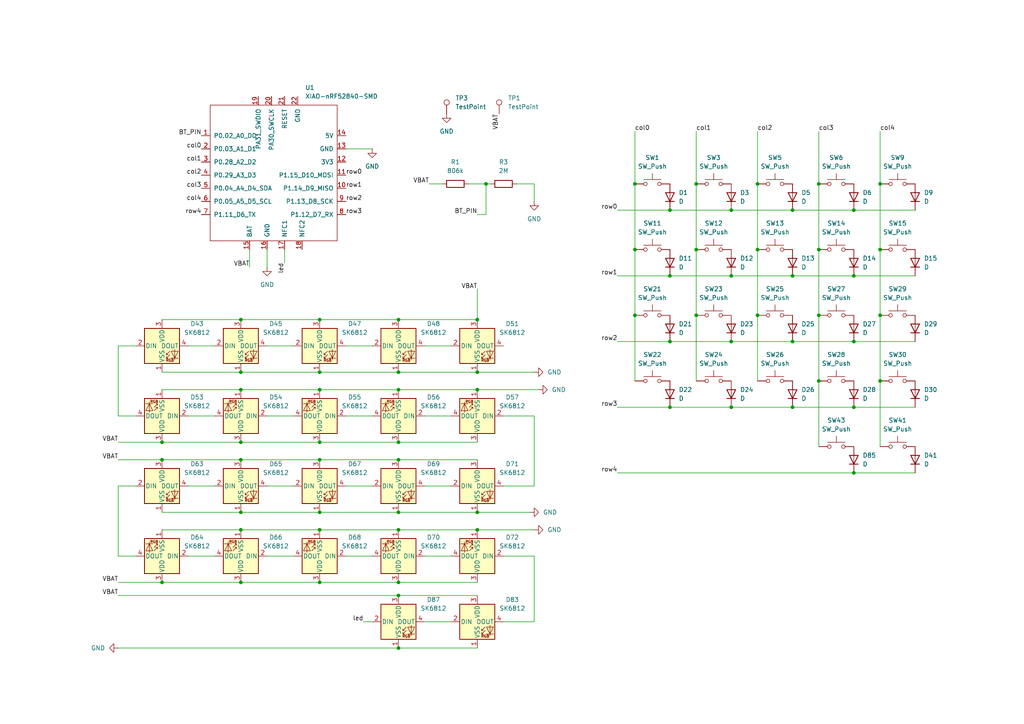
<source format=kicad_sch>
(kicad_sch
	(version 20250114)
	(generator "eeschema")
	(generator_version "9.0")
	(uuid "9b192fce-3612-491d-86f0-41521030d3a8")
	(paper "A4")
	(lib_symbols
		(symbol "Connector:TestPoint"
			(pin_numbers
				(hide yes)
			)
			(pin_names
				(offset 0.762)
				(hide yes)
			)
			(exclude_from_sim no)
			(in_bom yes)
			(on_board yes)
			(property "Reference" "TP"
				(at 0 6.858 0)
				(effects
					(font
						(size 1.27 1.27)
					)
				)
			)
			(property "Value" "TestPoint"
				(at 0 5.08 0)
				(effects
					(font
						(size 1.27 1.27)
					)
				)
			)
			(property "Footprint" ""
				(at 5.08 0 0)
				(effects
					(font
						(size 1.27 1.27)
					)
					(hide yes)
				)
			)
			(property "Datasheet" "~"
				(at 5.08 0 0)
				(effects
					(font
						(size 1.27 1.27)
					)
					(hide yes)
				)
			)
			(property "Description" "test point"
				(at 0 0 0)
				(effects
					(font
						(size 1.27 1.27)
					)
					(hide yes)
				)
			)
			(property "ki_keywords" "test point tp"
				(at 0 0 0)
				(effects
					(font
						(size 1.27 1.27)
					)
					(hide yes)
				)
			)
			(property "ki_fp_filters" "Pin* Test*"
				(at 0 0 0)
				(effects
					(font
						(size 1.27 1.27)
					)
					(hide yes)
				)
			)
			(symbol "TestPoint_0_1"
				(circle
					(center 0 3.302)
					(radius 0.762)
					(stroke
						(width 0)
						(type default)
					)
					(fill
						(type none)
					)
				)
			)
			(symbol "TestPoint_1_1"
				(pin passive line
					(at 0 0 90)
					(length 2.54)
					(name "1"
						(effects
							(font
								(size 1.27 1.27)
							)
						)
					)
					(number "1"
						(effects
							(font
								(size 1.27 1.27)
							)
						)
					)
				)
			)
			(embedded_fonts no)
		)
		(symbol "Device:D"
			(pin_numbers
				(hide yes)
			)
			(pin_names
				(offset 1.016)
				(hide yes)
			)
			(exclude_from_sim no)
			(in_bom yes)
			(on_board yes)
			(property "Reference" "D"
				(at 0 2.54 0)
				(effects
					(font
						(size 1.27 1.27)
					)
				)
			)
			(property "Value" "D"
				(at 0 -2.54 0)
				(effects
					(font
						(size 1.27 1.27)
					)
				)
			)
			(property "Footprint" ""
				(at 0 0 0)
				(effects
					(font
						(size 1.27 1.27)
					)
					(hide yes)
				)
			)
			(property "Datasheet" "~"
				(at 0 0 0)
				(effects
					(font
						(size 1.27 1.27)
					)
					(hide yes)
				)
			)
			(property "Description" "Diode"
				(at 0 0 0)
				(effects
					(font
						(size 1.27 1.27)
					)
					(hide yes)
				)
			)
			(property "Sim.Device" "D"
				(at 0 0 0)
				(effects
					(font
						(size 1.27 1.27)
					)
					(hide yes)
				)
			)
			(property "Sim.Pins" "1=K 2=A"
				(at 0 0 0)
				(effects
					(font
						(size 1.27 1.27)
					)
					(hide yes)
				)
			)
			(property "ki_keywords" "diode"
				(at 0 0 0)
				(effects
					(font
						(size 1.27 1.27)
					)
					(hide yes)
				)
			)
			(property "ki_fp_filters" "TO-???* *_Diode_* *SingleDiode* D_*"
				(at 0 0 0)
				(effects
					(font
						(size 1.27 1.27)
					)
					(hide yes)
				)
			)
			(symbol "D_0_1"
				(polyline
					(pts
						(xy -1.27 1.27) (xy -1.27 -1.27)
					)
					(stroke
						(width 0.254)
						(type default)
					)
					(fill
						(type none)
					)
				)
				(polyline
					(pts
						(xy 1.27 1.27) (xy 1.27 -1.27) (xy -1.27 0) (xy 1.27 1.27)
					)
					(stroke
						(width 0.254)
						(type default)
					)
					(fill
						(type none)
					)
				)
				(polyline
					(pts
						(xy 1.27 0) (xy -1.27 0)
					)
					(stroke
						(width 0)
						(type default)
					)
					(fill
						(type none)
					)
				)
			)
			(symbol "D_1_1"
				(pin passive line
					(at -3.81 0 0)
					(length 2.54)
					(name "K"
						(effects
							(font
								(size 1.27 1.27)
							)
						)
					)
					(number "1"
						(effects
							(font
								(size 1.27 1.27)
							)
						)
					)
				)
				(pin passive line
					(at 3.81 0 180)
					(length 2.54)
					(name "A"
						(effects
							(font
								(size 1.27 1.27)
							)
						)
					)
					(number "2"
						(effects
							(font
								(size 1.27 1.27)
							)
						)
					)
				)
			)
			(embedded_fonts no)
		)
		(symbol "Device:R"
			(pin_numbers
				(hide yes)
			)
			(pin_names
				(offset 0)
			)
			(exclude_from_sim no)
			(in_bom yes)
			(on_board yes)
			(property "Reference" "R"
				(at 2.032 0 90)
				(effects
					(font
						(size 1.27 1.27)
					)
				)
			)
			(property "Value" "R"
				(at 0 0 90)
				(effects
					(font
						(size 1.27 1.27)
					)
				)
			)
			(property "Footprint" ""
				(at -1.778 0 90)
				(effects
					(font
						(size 1.27 1.27)
					)
					(hide yes)
				)
			)
			(property "Datasheet" "~"
				(at 0 0 0)
				(effects
					(font
						(size 1.27 1.27)
					)
					(hide yes)
				)
			)
			(property "Description" "Resistor"
				(at 0 0 0)
				(effects
					(font
						(size 1.27 1.27)
					)
					(hide yes)
				)
			)
			(property "ki_keywords" "R res resistor"
				(at 0 0 0)
				(effects
					(font
						(size 1.27 1.27)
					)
					(hide yes)
				)
			)
			(property "ki_fp_filters" "R_*"
				(at 0 0 0)
				(effects
					(font
						(size 1.27 1.27)
					)
					(hide yes)
				)
			)
			(symbol "R_0_1"
				(rectangle
					(start -1.016 -2.54)
					(end 1.016 2.54)
					(stroke
						(width 0.254)
						(type default)
					)
					(fill
						(type none)
					)
				)
			)
			(symbol "R_1_1"
				(pin passive line
					(at 0 3.81 270)
					(length 1.27)
					(name "~"
						(effects
							(font
								(size 1.27 1.27)
							)
						)
					)
					(number "1"
						(effects
							(font
								(size 1.27 1.27)
							)
						)
					)
				)
				(pin passive line
					(at 0 -3.81 90)
					(length 1.27)
					(name "~"
						(effects
							(font
								(size 1.27 1.27)
							)
						)
					)
					(number "2"
						(effects
							(font
								(size 1.27 1.27)
							)
						)
					)
				)
			)
			(embedded_fonts no)
		)
		(symbol "LED:SK6812"
			(pin_names
				(offset 0.254)
			)
			(exclude_from_sim no)
			(in_bom yes)
			(on_board yes)
			(property "Reference" "D"
				(at 5.08 5.715 0)
				(effects
					(font
						(size 1.27 1.27)
					)
					(justify right bottom)
				)
			)
			(property "Value" "SK6812"
				(at 1.27 -5.715 0)
				(effects
					(font
						(size 1.27 1.27)
					)
					(justify left top)
				)
			)
			(property "Footprint" "LED_SMD:LED_SK6812_PLCC4_5.0x5.0mm_P3.2mm"
				(at 1.27 -7.62 0)
				(effects
					(font
						(size 1.27 1.27)
					)
					(justify left top)
					(hide yes)
				)
			)
			(property "Datasheet" "https://cdn-shop.adafruit.com/product-files/1138/SK6812+LED+datasheet+.pdf"
				(at 2.54 -9.525 0)
				(effects
					(font
						(size 1.27 1.27)
					)
					(justify left top)
					(hide yes)
				)
			)
			(property "Description" "RGB LED with integrated controller"
				(at 0 0 0)
				(effects
					(font
						(size 1.27 1.27)
					)
					(hide yes)
				)
			)
			(property "ki_keywords" "RGB LED NeoPixel addressable"
				(at 0 0 0)
				(effects
					(font
						(size 1.27 1.27)
					)
					(hide yes)
				)
			)
			(property "ki_fp_filters" "LED*SK6812*PLCC*5.0x5.0mm*P3.2mm*"
				(at 0 0 0)
				(effects
					(font
						(size 1.27 1.27)
					)
					(hide yes)
				)
			)
			(symbol "SK6812_0_0"
				(text "RGB"
					(at 2.286 -4.191 0)
					(effects
						(font
							(size 0.762 0.762)
						)
					)
				)
			)
			(symbol "SK6812_0_1"
				(polyline
					(pts
						(xy 1.27 -2.54) (xy 1.778 -2.54)
					)
					(stroke
						(width 0)
						(type default)
					)
					(fill
						(type none)
					)
				)
				(polyline
					(pts
						(xy 1.27 -3.556) (xy 1.778 -3.556)
					)
					(stroke
						(width 0)
						(type default)
					)
					(fill
						(type none)
					)
				)
				(polyline
					(pts
						(xy 2.286 -1.524) (xy 1.27 -2.54) (xy 1.27 -2.032)
					)
					(stroke
						(width 0)
						(type default)
					)
					(fill
						(type none)
					)
				)
				(polyline
					(pts
						(xy 2.286 -2.54) (xy 1.27 -3.556) (xy 1.27 -3.048)
					)
					(stroke
						(width 0)
						(type default)
					)
					(fill
						(type none)
					)
				)
				(polyline
					(pts
						(xy 3.683 -1.016) (xy 3.683 -3.556) (xy 3.683 -4.064)
					)
					(stroke
						(width 0)
						(type default)
					)
					(fill
						(type none)
					)
				)
				(polyline
					(pts
						(xy 4.699 -1.524) (xy 2.667 -1.524) (xy 3.683 -3.556) (xy 4.699 -1.524)
					)
					(stroke
						(width 0)
						(type default)
					)
					(fill
						(type none)
					)
				)
				(polyline
					(pts
						(xy 4.699 -3.556) (xy 2.667 -3.556)
					)
					(stroke
						(width 0)
						(type default)
					)
					(fill
						(type none)
					)
				)
				(rectangle
					(start 5.08 5.08)
					(end -5.08 -5.08)
					(stroke
						(width 0.254)
						(type default)
					)
					(fill
						(type background)
					)
				)
			)
			(symbol "SK6812_1_1"
				(pin input line
					(at -7.62 0 0)
					(length 2.54)
					(name "DIN"
						(effects
							(font
								(size 1.27 1.27)
							)
						)
					)
					(number "2"
						(effects
							(font
								(size 1.27 1.27)
							)
						)
					)
				)
				(pin power_in line
					(at 0 7.62 270)
					(length 2.54)
					(name "VDD"
						(effects
							(font
								(size 1.27 1.27)
							)
						)
					)
					(number "3"
						(effects
							(font
								(size 1.27 1.27)
							)
						)
					)
				)
				(pin power_in line
					(at 0 -7.62 90)
					(length 2.54)
					(name "VSS"
						(effects
							(font
								(size 1.27 1.27)
							)
						)
					)
					(number "1"
						(effects
							(font
								(size 1.27 1.27)
							)
						)
					)
				)
				(pin output line
					(at 7.62 0 180)
					(length 2.54)
					(name "DOUT"
						(effects
							(font
								(size 1.27 1.27)
							)
						)
					)
					(number "4"
						(effects
							(font
								(size 1.27 1.27)
							)
						)
					)
				)
			)
			(embedded_fonts no)
		)
		(symbol "OPL:XIAO-nRF52840-SMD"
			(pin_names
				(offset 1.016)
			)
			(exclude_from_sim no)
			(in_bom yes)
			(on_board yes)
			(property "Reference" "U"
				(at -18.542 23.114 0)
				(effects
					(font
						(size 1.27 1.27)
					)
				)
			)
			(property "Value" "XIAO-nRF52840-SMD"
				(at -8.636 21.336 0)
				(effects
					(font
						(size 1.27 1.27)
					)
				)
			)
			(property "Footprint" ""
				(at -8.89 5.08 0)
				(effects
					(font
						(size 1.27 1.27)
					)
					(hide yes)
				)
			)
			(property "Datasheet" ""
				(at -8.89 5.08 0)
				(effects
					(font
						(size 1.27 1.27)
					)
					(hide yes)
				)
			)
			(property "Description" ""
				(at 0 0 0)
				(effects
					(font
						(size 1.27 1.27)
					)
					(hide yes)
				)
			)
			(symbol "XIAO-nRF52840-SMD_0_1"
				(rectangle
					(start -19.05 20.32)
					(end 17.78 -19.05)
					(stroke
						(width 0)
						(type default)
					)
					(fill
						(type none)
					)
				)
			)
			(symbol "XIAO-nRF52840-SMD_1_1"
				(pin passive line
					(at -21.59 11.43 0)
					(length 2.54)
					(name "P0.02_A0_D0"
						(effects
							(font
								(size 1.27 1.27)
							)
						)
					)
					(number "1"
						(effects
							(font
								(size 1.27 1.27)
							)
						)
					)
				)
				(pin passive line
					(at -21.59 7.62 0)
					(length 2.54)
					(name "P0.03_A1_D1"
						(effects
							(font
								(size 1.27 1.27)
							)
						)
					)
					(number "2"
						(effects
							(font
								(size 1.27 1.27)
							)
						)
					)
				)
				(pin passive line
					(at -21.59 3.81 0)
					(length 2.54)
					(name "P0.28_A2_D2"
						(effects
							(font
								(size 1.27 1.27)
							)
						)
					)
					(number "3"
						(effects
							(font
								(size 1.27 1.27)
							)
						)
					)
				)
				(pin passive line
					(at -21.59 0 0)
					(length 2.54)
					(name "P0.29_A3_D3"
						(effects
							(font
								(size 1.27 1.27)
							)
						)
					)
					(number "4"
						(effects
							(font
								(size 1.27 1.27)
							)
						)
					)
				)
				(pin passive line
					(at -21.59 -3.81 0)
					(length 2.54)
					(name "P0.04_A4_D4_SDA"
						(effects
							(font
								(size 1.27 1.27)
							)
						)
					)
					(number "5"
						(effects
							(font
								(size 1.27 1.27)
							)
						)
					)
				)
				(pin passive line
					(at -21.59 -7.62 0)
					(length 2.54)
					(name "P0.05_A5_D5_SCL"
						(effects
							(font
								(size 1.27 1.27)
							)
						)
					)
					(number "6"
						(effects
							(font
								(size 1.27 1.27)
							)
						)
					)
				)
				(pin passive line
					(at -21.59 -11.43 0)
					(length 2.54)
					(name "P1.11_D6_TX"
						(effects
							(font
								(size 1.27 1.27)
							)
						)
					)
					(number "7"
						(effects
							(font
								(size 1.27 1.27)
							)
						)
					)
				)
				(pin passive line
					(at -7.62 -21.59 90)
					(length 2.54)
					(name "BAT"
						(effects
							(font
								(size 1.27 1.27)
							)
						)
					)
					(number "15"
						(effects
							(font
								(size 1.27 1.27)
							)
						)
					)
				)
				(pin passive line
					(at -5.08 22.86 270)
					(length 2.54)
					(name "PA31_SWDIO"
						(effects
							(font
								(size 1.27 1.27)
							)
						)
					)
					(number "19"
						(effects
							(font
								(size 1.27 1.27)
							)
						)
					)
				)
				(pin passive line
					(at -2.54 -21.59 90)
					(length 2.54)
					(name "GND"
						(effects
							(font
								(size 1.27 1.27)
							)
						)
					)
					(number "16"
						(effects
							(font
								(size 1.27 1.27)
							)
						)
					)
				)
				(pin passive line
					(at -1.27 22.86 270)
					(length 2.54)
					(name "PA30_SWCLK"
						(effects
							(font
								(size 1.27 1.27)
							)
						)
					)
					(number "20"
						(effects
							(font
								(size 1.27 1.27)
							)
						)
					)
				)
				(pin passive line
					(at 2.54 22.86 270)
					(length 2.54)
					(name "RESET"
						(effects
							(font
								(size 1.27 1.27)
							)
						)
					)
					(number "21"
						(effects
							(font
								(size 1.27 1.27)
							)
						)
					)
				)
				(pin passive line
					(at 2.54 -21.59 90)
					(length 2.54)
					(name "NFC1"
						(effects
							(font
								(size 1.27 1.27)
							)
						)
					)
					(number "17"
						(effects
							(font
								(size 1.27 1.27)
							)
						)
					)
				)
				(pin passive line
					(at 6.35 22.86 270)
					(length 2.54)
					(name "GND"
						(effects
							(font
								(size 1.27 1.27)
							)
						)
					)
					(number "22"
						(effects
							(font
								(size 1.27 1.27)
							)
						)
					)
				)
				(pin passive line
					(at 7.62 -21.59 90)
					(length 2.54)
					(name "NFC2"
						(effects
							(font
								(size 1.27 1.27)
							)
						)
					)
					(number "18"
						(effects
							(font
								(size 1.27 1.27)
							)
						)
					)
				)
				(pin passive line
					(at 20.32 11.43 180)
					(length 2.54)
					(name "5V"
						(effects
							(font
								(size 1.27 1.27)
							)
						)
					)
					(number "14"
						(effects
							(font
								(size 1.27 1.27)
							)
						)
					)
				)
				(pin passive line
					(at 20.32 7.62 180)
					(length 2.54)
					(name "GND"
						(effects
							(font
								(size 1.27 1.27)
							)
						)
					)
					(number "13"
						(effects
							(font
								(size 1.27 1.27)
							)
						)
					)
				)
				(pin passive line
					(at 20.32 3.81 180)
					(length 2.54)
					(name "3V3"
						(effects
							(font
								(size 1.27 1.27)
							)
						)
					)
					(number "12"
						(effects
							(font
								(size 1.27 1.27)
							)
						)
					)
				)
				(pin passive line
					(at 20.32 0 180)
					(length 2.54)
					(name "P1.15_D10_MOSI"
						(effects
							(font
								(size 1.27 1.27)
							)
						)
					)
					(number "11"
						(effects
							(font
								(size 1.27 1.27)
							)
						)
					)
				)
				(pin passive line
					(at 20.32 -3.81 180)
					(length 2.54)
					(name "P1.14_D9_MISO"
						(effects
							(font
								(size 1.27 1.27)
							)
						)
					)
					(number "10"
						(effects
							(font
								(size 1.27 1.27)
							)
						)
					)
				)
				(pin passive line
					(at 20.32 -7.62 180)
					(length 2.54)
					(name "P1.13_D8_SCK"
						(effects
							(font
								(size 1.27 1.27)
							)
						)
					)
					(number "9"
						(effects
							(font
								(size 1.27 1.27)
							)
						)
					)
				)
				(pin passive line
					(at 20.32 -11.43 180)
					(length 2.54)
					(name "P1.12_D7_RX"
						(effects
							(font
								(size 1.27 1.27)
							)
						)
					)
					(number "8"
						(effects
							(font
								(size 1.27 1.27)
							)
						)
					)
				)
			)
			(embedded_fonts no)
		)
		(symbol "Switch:SW_Push"
			(pin_numbers
				(hide yes)
			)
			(pin_names
				(offset 1.016)
				(hide yes)
			)
			(exclude_from_sim no)
			(in_bom yes)
			(on_board yes)
			(property "Reference" "SW"
				(at 1.27 2.54 0)
				(effects
					(font
						(size 1.27 1.27)
					)
					(justify left)
				)
			)
			(property "Value" "SW_Push"
				(at 0 -1.524 0)
				(effects
					(font
						(size 1.27 1.27)
					)
				)
			)
			(property "Footprint" ""
				(at 0 5.08 0)
				(effects
					(font
						(size 1.27 1.27)
					)
					(hide yes)
				)
			)
			(property "Datasheet" "~"
				(at 0 5.08 0)
				(effects
					(font
						(size 1.27 1.27)
					)
					(hide yes)
				)
			)
			(property "Description" "Push button switch, generic, two pins"
				(at 0 0 0)
				(effects
					(font
						(size 1.27 1.27)
					)
					(hide yes)
				)
			)
			(property "ki_keywords" "switch normally-open pushbutton push-button"
				(at 0 0 0)
				(effects
					(font
						(size 1.27 1.27)
					)
					(hide yes)
				)
			)
			(symbol "SW_Push_0_1"
				(circle
					(center -2.032 0)
					(radius 0.508)
					(stroke
						(width 0)
						(type default)
					)
					(fill
						(type none)
					)
				)
				(polyline
					(pts
						(xy 0 1.27) (xy 0 3.048)
					)
					(stroke
						(width 0)
						(type default)
					)
					(fill
						(type none)
					)
				)
				(circle
					(center 2.032 0)
					(radius 0.508)
					(stroke
						(width 0)
						(type default)
					)
					(fill
						(type none)
					)
				)
				(polyline
					(pts
						(xy 2.54 1.27) (xy -2.54 1.27)
					)
					(stroke
						(width 0)
						(type default)
					)
					(fill
						(type none)
					)
				)
				(pin passive line
					(at -5.08 0 0)
					(length 2.54)
					(name "1"
						(effects
							(font
								(size 1.27 1.27)
							)
						)
					)
					(number "1"
						(effects
							(font
								(size 1.27 1.27)
							)
						)
					)
				)
				(pin passive line
					(at 5.08 0 180)
					(length 2.54)
					(name "2"
						(effects
							(font
								(size 1.27 1.27)
							)
						)
					)
					(number "2"
						(effects
							(font
								(size 1.27 1.27)
							)
						)
					)
				)
			)
			(embedded_fonts no)
		)
		(symbol "power:GND"
			(power)
			(pin_numbers
				(hide yes)
			)
			(pin_names
				(offset 0)
				(hide yes)
			)
			(exclude_from_sim no)
			(in_bom yes)
			(on_board yes)
			(property "Reference" "#PWR"
				(at 0 -6.35 0)
				(effects
					(font
						(size 1.27 1.27)
					)
					(hide yes)
				)
			)
			(property "Value" "GND"
				(at 0 -3.81 0)
				(effects
					(font
						(size 1.27 1.27)
					)
				)
			)
			(property "Footprint" ""
				(at 0 0 0)
				(effects
					(font
						(size 1.27 1.27)
					)
					(hide yes)
				)
			)
			(property "Datasheet" ""
				(at 0 0 0)
				(effects
					(font
						(size 1.27 1.27)
					)
					(hide yes)
				)
			)
			(property "Description" "Power symbol creates a global label with name \"GND\" , ground"
				(at 0 0 0)
				(effects
					(font
						(size 1.27 1.27)
					)
					(hide yes)
				)
			)
			(property "ki_keywords" "global power"
				(at 0 0 0)
				(effects
					(font
						(size 1.27 1.27)
					)
					(hide yes)
				)
			)
			(symbol "GND_0_1"
				(polyline
					(pts
						(xy 0 0) (xy 0 -1.27) (xy 1.27 -1.27) (xy 0 -2.54) (xy -1.27 -1.27) (xy 0 -1.27)
					)
					(stroke
						(width 0)
						(type default)
					)
					(fill
						(type none)
					)
				)
			)
			(symbol "GND_1_1"
				(pin power_in line
					(at 0 0 270)
					(length 0)
					(name "~"
						(effects
							(font
								(size 1.27 1.27)
							)
						)
					)
					(number "1"
						(effects
							(font
								(size 1.27 1.27)
							)
						)
					)
				)
			)
			(embedded_fonts no)
		)
	)
	(junction
		(at 212.09 99.06)
		(diameter 0)
		(color 0 0 0 0)
		(uuid "01eaaf53-9910-4558-8012-8db29032d0a9")
	)
	(junction
		(at 237.49 110.49)
		(diameter 0)
		(color 0 0 0 0)
		(uuid "025db72b-9e52-4e01-ac6d-19b0f536d601")
	)
	(junction
		(at 92.71 92.71)
		(diameter 0)
		(color 0 0 0 0)
		(uuid "03030003-3c1a-43dd-a594-729c7b1ce79a")
	)
	(junction
		(at 138.43 148.59)
		(diameter 0)
		(color 0 0 0 0)
		(uuid "05d14d7f-8595-4272-ae2d-732a99138cf8")
	)
	(junction
		(at 237.49 91.44)
		(diameter 0)
		(color 0 0 0 0)
		(uuid "0736172b-aef5-4c55-a65f-7638b87c2dd6")
	)
	(junction
		(at 92.71 153.67)
		(diameter 0)
		(color 0 0 0 0)
		(uuid "15e73274-da7d-4834-957f-815ee67473f7")
	)
	(junction
		(at 69.85 148.59)
		(diameter 0)
		(color 0 0 0 0)
		(uuid "16cc3176-ed09-4356-9321-497db6b007d6")
	)
	(junction
		(at 247.65 60.96)
		(diameter 0)
		(color 0 0 0 0)
		(uuid "1759c48f-791b-46e6-94e8-2b6933a573fa")
	)
	(junction
		(at 138.43 92.71)
		(diameter 0)
		(color 0 0 0 0)
		(uuid "18776483-3563-44ea-af49-961f8dcf4a32")
	)
	(junction
		(at 138.43 113.03)
		(diameter 0)
		(color 0 0 0 0)
		(uuid "18e03345-930b-42ef-9aba-10f0c3333af4")
	)
	(junction
		(at 255.27 110.49)
		(diameter 0)
		(color 0 0 0 0)
		(uuid "1bdecc3a-5e02-48e5-8df0-1607acbde2cf")
	)
	(junction
		(at 184.15 72.39)
		(diameter 0)
		(color 0 0 0 0)
		(uuid "1c549e7a-4b89-4c3f-b215-4cfde2578914")
	)
	(junction
		(at 194.31 60.96)
		(diameter 0)
		(color 0 0 0 0)
		(uuid "2123b723-f857-4d3b-843c-397a83f787c0")
	)
	(junction
		(at 115.57 92.71)
		(diameter 0)
		(color 0 0 0 0)
		(uuid "2a0303bb-20b9-40d8-bb36-c882fbaa3f48")
	)
	(junction
		(at 115.57 128.27)
		(diameter 0)
		(color 0 0 0 0)
		(uuid "33345bf1-884a-4ced-89de-f786bce7da15")
	)
	(junction
		(at 69.85 133.35)
		(diameter 0)
		(color 0 0 0 0)
		(uuid "36f11fdb-b47d-4a9a-beae-c3d87bc4870b")
	)
	(junction
		(at 69.85 113.03)
		(diameter 0)
		(color 0 0 0 0)
		(uuid "3a2cba61-4530-497c-9adc-4c3c203a5f80")
	)
	(junction
		(at 247.65 99.06)
		(diameter 0)
		(color 0 0 0 0)
		(uuid "3c25132f-4f57-4a7d-b636-54856aaf5071")
	)
	(junction
		(at 229.87 80.01)
		(diameter 0)
		(color 0 0 0 0)
		(uuid "3d3e68d3-4d7d-4fce-90d7-9620e3da7f87")
	)
	(junction
		(at 247.65 80.01)
		(diameter 0)
		(color 0 0 0 0)
		(uuid "3f6758c4-8f38-4652-800f-2b9f9f4639ea")
	)
	(junction
		(at 69.85 153.67)
		(diameter 0)
		(color 0 0 0 0)
		(uuid "42e0aca7-75b2-4242-a61e-e657e4b22e5c")
	)
	(junction
		(at 46.99 128.27)
		(diameter 0)
		(color 0 0 0 0)
		(uuid "44f91bab-0a30-4558-96a3-b139c9f4d571")
	)
	(junction
		(at 92.71 113.03)
		(diameter 0)
		(color 0 0 0 0)
		(uuid "457f9e8f-7afa-4f2e-990f-c88731640b69")
	)
	(junction
		(at 219.71 91.44)
		(diameter 0)
		(color 0 0 0 0)
		(uuid "45f1c1b8-c30b-4f74-a685-a6eeb21ca2d2")
	)
	(junction
		(at 115.57 107.95)
		(diameter 0)
		(color 0 0 0 0)
		(uuid "47169c08-3662-4cd6-8ca9-cce76bd968cc")
	)
	(junction
		(at 115.57 148.59)
		(diameter 0)
		(color 0 0 0 0)
		(uuid "47f946bb-72f8-425f-8cdf-4b132075d33c")
	)
	(junction
		(at 237.49 72.39)
		(diameter 0)
		(color 0 0 0 0)
		(uuid "500f308c-0d7c-4869-a533-c72368eef09e")
	)
	(junction
		(at 46.99 168.91)
		(diameter 0)
		(color 0 0 0 0)
		(uuid "577d2fa6-dd50-4240-b227-55fb54797457")
	)
	(junction
		(at 115.57 113.03)
		(diameter 0)
		(color 0 0 0 0)
		(uuid "57a0711e-3e4c-4659-b101-e2de121249c1")
	)
	(junction
		(at 229.87 118.11)
		(diameter 0)
		(color 0 0 0 0)
		(uuid "581416d2-65c8-4579-8398-dc1d70ca1490")
	)
	(junction
		(at 140.97 53.34)
		(diameter 0)
		(color 0 0 0 0)
		(uuid "5d2180bf-9c21-475a-832d-1b218e71a981")
	)
	(junction
		(at 184.15 53.34)
		(diameter 0)
		(color 0 0 0 0)
		(uuid "6b9e7b0b-941a-4ed6-bcad-ee45588d9f97")
	)
	(junction
		(at 92.71 133.35)
		(diameter 0)
		(color 0 0 0 0)
		(uuid "6cbc331c-46b3-4c7a-9d40-4b8ba9a797b8")
	)
	(junction
		(at 115.57 153.67)
		(diameter 0)
		(color 0 0 0 0)
		(uuid "6e2cf9db-09f3-4a0f-9b90-073b0562aff0")
	)
	(junction
		(at 219.71 72.39)
		(diameter 0)
		(color 0 0 0 0)
		(uuid "6e520e01-e643-459e-87e6-36afea8ee5da")
	)
	(junction
		(at 255.27 72.39)
		(diameter 0)
		(color 0 0 0 0)
		(uuid "76048b84-860f-4c2f-a014-675772e41b48")
	)
	(junction
		(at 194.31 118.11)
		(diameter 0)
		(color 0 0 0 0)
		(uuid "77160c0d-888f-4576-b0ff-2a3b3128dc9a")
	)
	(junction
		(at 194.31 99.06)
		(diameter 0)
		(color 0 0 0 0)
		(uuid "80329cca-03b0-4e17-8421-d45a0f38e426")
	)
	(junction
		(at 201.93 72.39)
		(diameter 0)
		(color 0 0 0 0)
		(uuid "81aca3ea-8add-4519-bc39-83c2bfe7747e")
	)
	(junction
		(at 138.43 153.67)
		(diameter 0)
		(color 0 0 0 0)
		(uuid "83ba627d-6567-42b0-a55b-33acd92aaa21")
	)
	(junction
		(at 138.43 107.95)
		(diameter 0)
		(color 0 0 0 0)
		(uuid "87ca08fd-2ae6-4214-a827-0fa3844c761c")
	)
	(junction
		(at 219.71 53.34)
		(diameter 0)
		(color 0 0 0 0)
		(uuid "8bb39769-6f1c-494e-be85-3157c66b6a54")
	)
	(junction
		(at 212.09 118.11)
		(diameter 0)
		(color 0 0 0 0)
		(uuid "8c3adcc7-0f19-4c4c-927a-1566cbc083cf")
	)
	(junction
		(at 212.09 80.01)
		(diameter 0)
		(color 0 0 0 0)
		(uuid "8daf7907-31ea-4c00-8c53-19b8fed81d53")
	)
	(junction
		(at 46.99 133.35)
		(diameter 0)
		(color 0 0 0 0)
		(uuid "9525cee8-5aee-4b6d-a974-77a681e040e9")
	)
	(junction
		(at 184.15 91.44)
		(diameter 0)
		(color 0 0 0 0)
		(uuid "9631978a-c038-435d-9612-74ce7cefecac")
	)
	(junction
		(at 194.31 80.01)
		(diameter 0)
		(color 0 0 0 0)
		(uuid "99f0d85f-aa87-409f-b095-93b66b93482a")
	)
	(junction
		(at 92.71 107.95)
		(diameter 0)
		(color 0 0 0 0)
		(uuid "9ba48de6-aad0-4fe9-9155-f6255ef30736")
	)
	(junction
		(at 92.71 128.27)
		(diameter 0)
		(color 0 0 0 0)
		(uuid "a03e4b8a-e92a-4446-a947-265b1f6575c4")
	)
	(junction
		(at 237.49 53.34)
		(diameter 0)
		(color 0 0 0 0)
		(uuid "a102629d-5364-4c88-97f1-d38c30271c73")
	)
	(junction
		(at 115.57 133.35)
		(diameter 0)
		(color 0 0 0 0)
		(uuid "a4837e65-5ac1-4337-9596-ec4930e79a44")
	)
	(junction
		(at 247.65 118.11)
		(diameter 0)
		(color 0 0 0 0)
		(uuid "a8162acd-8170-4867-a497-f9f71ec7135a")
	)
	(junction
		(at 92.71 148.59)
		(diameter 0)
		(color 0 0 0 0)
		(uuid "a8e10145-021b-4029-861e-289e2de11ce7")
	)
	(junction
		(at 255.27 53.34)
		(diameter 0)
		(color 0 0 0 0)
		(uuid "a9e4f390-1ee3-4b26-8775-6bdd0d7bd972")
	)
	(junction
		(at 69.85 107.95)
		(diameter 0)
		(color 0 0 0 0)
		(uuid "aa2b0ec1-45ef-4558-9cef-bf330ba5b96e")
	)
	(junction
		(at 201.93 91.44)
		(diameter 0)
		(color 0 0 0 0)
		(uuid "b36133c6-8123-4a79-b984-6d01c80efef1")
	)
	(junction
		(at 201.93 53.34)
		(diameter 0)
		(color 0 0 0 0)
		(uuid "b96912a4-acac-4181-ae14-97144a5925e2")
	)
	(junction
		(at 212.09 60.96)
		(diameter 0)
		(color 0 0 0 0)
		(uuid "bab85b26-661b-4f7a-928e-4bcbe926c1a5")
	)
	(junction
		(at 115.57 168.91)
		(diameter 0)
		(color 0 0 0 0)
		(uuid "c40ac16e-3405-45f4-9823-473cfd4db9d3")
	)
	(junction
		(at 229.87 60.96)
		(diameter 0)
		(color 0 0 0 0)
		(uuid "c6a13ce9-f319-4297-ae39-e212f7b2d07a")
	)
	(junction
		(at 255.27 91.44)
		(diameter 0)
		(color 0 0 0 0)
		(uuid "cc59330f-e8d6-4ca5-9e76-5a167dbfc632")
	)
	(junction
		(at 69.85 92.71)
		(diameter 0)
		(color 0 0 0 0)
		(uuid "ce84e730-fe90-4375-8518-34927658fb09")
	)
	(junction
		(at 92.71 168.91)
		(diameter 0)
		(color 0 0 0 0)
		(uuid "d610422b-181a-42ff-9a03-fec628f3d67b")
	)
	(junction
		(at 69.85 128.27)
		(diameter 0)
		(color 0 0 0 0)
		(uuid "d7aa7f97-52d5-4640-8586-febb0112bb3f")
	)
	(junction
		(at 115.57 187.96)
		(diameter 0)
		(color 0 0 0 0)
		(uuid "e5d3f96e-8c75-410c-b54d-4161966f1186")
	)
	(junction
		(at 69.85 168.91)
		(diameter 0)
		(color 0 0 0 0)
		(uuid "eebaf2ad-eed8-4212-a513-8e8e0741de54")
	)
	(junction
		(at 229.87 99.06)
		(diameter 0)
		(color 0 0 0 0)
		(uuid "f65b7f89-9c69-400b-ad06-87ee455c368c")
	)
	(junction
		(at 247.65 137.16)
		(diameter 0)
		(color 0 0 0 0)
		(uuid "f91e836f-1823-4d03-a910-627b118b69f3")
	)
	(junction
		(at 115.57 172.72)
		(diameter 0)
		(color 0 0 0 0)
		(uuid "fb160ce6-ca81-436b-b67a-582dd7421f56")
	)
	(wire
		(pts
			(xy 123.19 100.33) (xy 130.81 100.33)
		)
		(stroke
			(width 0)
			(type default)
		)
		(uuid "03fbbd33-c52b-4bac-a53d-c7b0e1ed3b3f")
	)
	(wire
		(pts
			(xy 140.97 53.34) (xy 142.24 53.34)
		)
		(stroke
			(width 0)
			(type default)
		)
		(uuid "04fe0f7f-96d0-43c8-bd9d-3d7204023110")
	)
	(wire
		(pts
			(xy 229.87 118.11) (xy 247.65 118.11)
		)
		(stroke
			(width 0)
			(type default)
		)
		(uuid "06835f46-1c43-4724-b3ee-2e109507ee54")
	)
	(wire
		(pts
			(xy 100.33 100.33) (xy 107.95 100.33)
		)
		(stroke
			(width 0)
			(type default)
		)
		(uuid "09a38c57-6dec-4bee-b068-ef1e32925377")
	)
	(wire
		(pts
			(xy 46.99 113.03) (xy 69.85 113.03)
		)
		(stroke
			(width 0)
			(type default)
		)
		(uuid "0c817deb-78bc-49f5-8749-01970d713918")
	)
	(wire
		(pts
			(xy 34.29 100.33) (xy 34.29 120.65)
		)
		(stroke
			(width 0)
			(type default)
		)
		(uuid "0e5aef46-20d4-4aac-86b7-91573dbe78df")
	)
	(wire
		(pts
			(xy 154.94 58.42) (xy 154.94 53.34)
		)
		(stroke
			(width 0)
			(type default)
		)
		(uuid "100aab5b-7b3c-4183-b3ae-5b0bc6c42088")
	)
	(wire
		(pts
			(xy 77.47 72.39) (xy 77.47 77.47)
		)
		(stroke
			(width 0)
			(type default)
		)
		(uuid "10a0d3ad-d195-451d-86a3-7ecf562b2b2c")
	)
	(wire
		(pts
			(xy 219.71 72.39) (xy 219.71 91.44)
		)
		(stroke
			(width 0)
			(type default)
		)
		(uuid "12d5ff1c-2c96-4b58-8426-fb30d308a598")
	)
	(wire
		(pts
			(xy 92.71 107.95) (xy 115.57 107.95)
		)
		(stroke
			(width 0)
			(type default)
		)
		(uuid "144c1818-3606-46a0-a35a-535d1ee8d706")
	)
	(wire
		(pts
			(xy 229.87 99.06) (xy 247.65 99.06)
		)
		(stroke
			(width 0)
			(type default)
		)
		(uuid "15550add-d2d2-45bc-b63a-394ebf6cb706")
	)
	(wire
		(pts
			(xy 247.65 99.06) (xy 265.43 99.06)
		)
		(stroke
			(width 0)
			(type default)
		)
		(uuid "15995908-862e-48a1-a6ec-4f5108ad5833")
	)
	(wire
		(pts
			(xy 123.19 140.97) (xy 130.81 140.97)
		)
		(stroke
			(width 0)
			(type default)
		)
		(uuid "173e34bc-5c32-4150-b35a-85f5a80de8e1")
	)
	(wire
		(pts
			(xy 69.85 92.71) (xy 92.71 92.71)
		)
		(stroke
			(width 0)
			(type default)
		)
		(uuid "1b843370-9fc5-4593-9435-72c7fc906823")
	)
	(wire
		(pts
			(xy 255.27 38.1) (xy 255.27 53.34)
		)
		(stroke
			(width 0)
			(type default)
		)
		(uuid "1cbbe43d-fbc0-46a5-9fde-0f7cfc3521b6")
	)
	(wire
		(pts
			(xy 77.47 120.65) (xy 85.09 120.65)
		)
		(stroke
			(width 0)
			(type default)
		)
		(uuid "1ebf3ff4-850e-4a77-86a4-b7e4f583f5f7")
	)
	(wire
		(pts
			(xy 100.33 120.65) (xy 107.95 120.65)
		)
		(stroke
			(width 0)
			(type default)
		)
		(uuid "20c16f5a-6bd9-4f7e-a5dc-41eba2e32740")
	)
	(wire
		(pts
			(xy 54.61 120.65) (xy 62.23 120.65)
		)
		(stroke
			(width 0)
			(type default)
		)
		(uuid "22cd15bc-9a48-47b0-b9ae-44fd0efb1f92")
	)
	(wire
		(pts
			(xy 194.31 80.01) (xy 179.07 80.01)
		)
		(stroke
			(width 0)
			(type default)
		)
		(uuid "22e2ccbe-8136-4484-af60-b9ccf0eafa47")
	)
	(wire
		(pts
			(xy 39.37 140.97) (xy 34.29 140.97)
		)
		(stroke
			(width 0)
			(type default)
		)
		(uuid "23899dcd-f240-4dc1-b947-e551e4055b8f")
	)
	(wire
		(pts
			(xy 201.93 72.39) (xy 201.93 91.44)
		)
		(stroke
			(width 0)
			(type default)
		)
		(uuid "250c59c7-c0bf-498f-b747-1f4aa5aa5178")
	)
	(wire
		(pts
			(xy 92.71 133.35) (xy 115.57 133.35)
		)
		(stroke
			(width 0)
			(type default)
		)
		(uuid "2766939e-b303-4f5c-84c7-b9a0288f5df5")
	)
	(wire
		(pts
			(xy 123.19 120.65) (xy 130.81 120.65)
		)
		(stroke
			(width 0)
			(type default)
		)
		(uuid "2985d04b-31aa-45b6-a3d0-bcce4f8b088b")
	)
	(wire
		(pts
			(xy 146.05 120.65) (xy 154.94 120.65)
		)
		(stroke
			(width 0)
			(type default)
		)
		(uuid "2d7e1f6a-827a-4ee8-b5d7-1bd53be1a89c")
	)
	(wire
		(pts
			(xy 54.61 161.29) (xy 62.23 161.29)
		)
		(stroke
			(width 0)
			(type default)
		)
		(uuid "2ed77409-c22f-4ee5-856b-3a12d44f82f2")
	)
	(wire
		(pts
			(xy 69.85 113.03) (xy 92.71 113.03)
		)
		(stroke
			(width 0)
			(type default)
		)
		(uuid "2f19b582-03ca-4814-aa2f-817878fdc4f7")
	)
	(wire
		(pts
			(xy 179.07 137.16) (xy 247.65 137.16)
		)
		(stroke
			(width 0)
			(type default)
		)
		(uuid "2f341cb2-4634-4fe9-92e9-be41e2960f6a")
	)
	(wire
		(pts
			(xy 92.71 148.59) (xy 115.57 148.59)
		)
		(stroke
			(width 0)
			(type default)
		)
		(uuid "3054805d-deb8-40c1-8461-1c6c47dc7206")
	)
	(wire
		(pts
			(xy 212.09 80.01) (xy 194.31 80.01)
		)
		(stroke
			(width 0)
			(type default)
		)
		(uuid "30a84e92-75b7-4095-bd80-745f6b37b150")
	)
	(wire
		(pts
			(xy 34.29 120.65) (xy 39.37 120.65)
		)
		(stroke
			(width 0)
			(type default)
		)
		(uuid "3208f00f-ff8c-489c-b26f-5267a44e7813")
	)
	(wire
		(pts
			(xy 194.31 60.96) (xy 212.09 60.96)
		)
		(stroke
			(width 0)
			(type default)
		)
		(uuid "32f32e22-7ac9-486d-bb90-592b3c4831c3")
	)
	(wire
		(pts
			(xy 100.33 161.29) (xy 107.95 161.29)
		)
		(stroke
			(width 0)
			(type default)
		)
		(uuid "33a3fb8b-9a24-4619-ba46-6e35148269e4")
	)
	(wire
		(pts
			(xy 46.99 148.59) (xy 69.85 148.59)
		)
		(stroke
			(width 0)
			(type default)
		)
		(uuid "33c72d29-34b3-4374-ada0-52ce083e01b2")
	)
	(wire
		(pts
			(xy 219.71 53.34) (xy 219.71 72.39)
		)
		(stroke
			(width 0)
			(type default)
		)
		(uuid "3735f371-5e7f-4e86-96f9-170617238abb")
	)
	(wire
		(pts
			(xy 123.19 161.29) (xy 130.81 161.29)
		)
		(stroke
			(width 0)
			(type default)
		)
		(uuid "3b08e2d4-3caa-476e-acc4-34a01cadbcfc")
	)
	(wire
		(pts
			(xy 229.87 80.01) (xy 212.09 80.01)
		)
		(stroke
			(width 0)
			(type default)
		)
		(uuid "3b4593ab-4b0a-493e-9898-9ec6e5d6dd3f")
	)
	(wire
		(pts
			(xy 184.15 38.1) (xy 184.15 53.34)
		)
		(stroke
			(width 0)
			(type default)
		)
		(uuid "3b4905cc-694d-4d09-a748-2c17315d6e2f")
	)
	(wire
		(pts
			(xy 138.43 128.27) (xy 115.57 128.27)
		)
		(stroke
			(width 0)
			(type default)
		)
		(uuid "3cac9fa0-f805-4ea2-9292-d1fe7020a7b1")
	)
	(wire
		(pts
			(xy 34.29 133.35) (xy 46.99 133.35)
		)
		(stroke
			(width 0)
			(type default)
		)
		(uuid "405f361e-95b7-442b-adbe-7b98f91d5c80")
	)
	(wire
		(pts
			(xy 46.99 168.91) (xy 69.85 168.91)
		)
		(stroke
			(width 0)
			(type default)
		)
		(uuid "4131c426-8bde-4a6a-ab83-f905f402f108")
	)
	(wire
		(pts
			(xy 194.31 118.11) (xy 212.09 118.11)
		)
		(stroke
			(width 0)
			(type default)
		)
		(uuid "44b47c24-15aa-47dc-8c22-1481df28a6bf")
	)
	(wire
		(pts
			(xy 184.15 91.44) (xy 184.15 110.49)
		)
		(stroke
			(width 0)
			(type default)
		)
		(uuid "46bb111c-4546-48ea-a240-d1a586ea1af7")
	)
	(wire
		(pts
			(xy 247.65 137.16) (xy 265.43 137.16)
		)
		(stroke
			(width 0)
			(type default)
		)
		(uuid "4793326c-55d3-4494-9494-8039da50ef2f")
	)
	(wire
		(pts
			(xy 138.43 62.23) (xy 140.97 62.23)
		)
		(stroke
			(width 0)
			(type default)
		)
		(uuid "47db90bf-9510-4d68-a507-834d66a8a8b3")
	)
	(wire
		(pts
			(xy 255.27 53.34) (xy 255.27 72.39)
		)
		(stroke
			(width 0)
			(type default)
		)
		(uuid "49ff142f-4b0e-4477-9605-c0ba84829b4a")
	)
	(wire
		(pts
			(xy 138.43 113.03) (xy 156.21 113.03)
		)
		(stroke
			(width 0)
			(type default)
		)
		(uuid "4fe24e84-4408-40fc-98cd-b740c7247d68")
	)
	(wire
		(pts
			(xy 69.85 133.35) (xy 92.71 133.35)
		)
		(stroke
			(width 0)
			(type default)
		)
		(uuid "5d5ce3da-ca22-47b7-94d9-50d9390110e0")
	)
	(wire
		(pts
			(xy 179.07 118.11) (xy 194.31 118.11)
		)
		(stroke
			(width 0)
			(type default)
		)
		(uuid "5d9bb624-fe5e-4483-9736-9bbbfa646915")
	)
	(wire
		(pts
			(xy 72.39 72.39) (xy 72.39 77.47)
		)
		(stroke
			(width 0)
			(type default)
		)
		(uuid "5deb961d-663a-464f-8386-00630ec18b26")
	)
	(wire
		(pts
			(xy 34.29 161.29) (xy 39.37 161.29)
		)
		(stroke
			(width 0)
			(type default)
		)
		(uuid "5e549fc2-4e2c-4221-9086-3b16969abda0")
	)
	(wire
		(pts
			(xy 255.27 110.49) (xy 255.27 129.54)
		)
		(stroke
			(width 0)
			(type default)
		)
		(uuid "604b4e1b-d335-4de4-9ffe-fe6db15e2d9e")
	)
	(wire
		(pts
			(xy 138.43 148.59) (xy 153.67 148.59)
		)
		(stroke
			(width 0)
			(type default)
		)
		(uuid "6151393c-1f04-45dc-bad3-2052cb895a8f")
	)
	(wire
		(pts
			(xy 265.43 80.01) (xy 247.65 80.01)
		)
		(stroke
			(width 0)
			(type default)
		)
		(uuid "63cc5f90-5f1d-4ed0-b944-65f11495ae73")
	)
	(wire
		(pts
			(xy 54.61 140.97) (xy 62.23 140.97)
		)
		(stroke
			(width 0)
			(type default)
		)
		(uuid "6407606b-969e-4a38-9437-ead3e97cd133")
	)
	(wire
		(pts
			(xy 115.57 92.71) (xy 138.43 92.71)
		)
		(stroke
			(width 0)
			(type default)
		)
		(uuid "646938ad-86fa-4f4e-9758-f4eea0dc538a")
	)
	(wire
		(pts
			(xy 212.09 99.06) (xy 229.87 99.06)
		)
		(stroke
			(width 0)
			(type default)
		)
		(uuid "67cf1e57-2966-47cf-a311-089e1a882d00")
	)
	(wire
		(pts
			(xy 46.99 133.35) (xy 69.85 133.35)
		)
		(stroke
			(width 0)
			(type default)
		)
		(uuid "68924d9f-35d2-4e86-bc46-1db71f8d0def")
	)
	(wire
		(pts
			(xy 115.57 113.03) (xy 138.43 113.03)
		)
		(stroke
			(width 0)
			(type default)
		)
		(uuid "694a3f35-c23c-4ff4-a59e-ade42baaad97")
	)
	(wire
		(pts
			(xy 46.99 153.67) (xy 69.85 153.67)
		)
		(stroke
			(width 0)
			(type default)
		)
		(uuid "6c5a7aa0-7fd2-4bc1-99cc-41f749952618")
	)
	(wire
		(pts
			(xy 115.57 153.67) (xy 138.43 153.67)
		)
		(stroke
			(width 0)
			(type default)
		)
		(uuid "6cfb3496-0ddf-4e23-b364-89bbb39a3d79")
	)
	(wire
		(pts
			(xy 82.55 72.39) (xy 82.55 76.2)
		)
		(stroke
			(width 0)
			(type default)
		)
		(uuid "71055514-6d6c-4c06-8443-ec287d472849")
	)
	(wire
		(pts
			(xy 124.46 53.34) (xy 128.27 53.34)
		)
		(stroke
			(width 0)
			(type default)
		)
		(uuid "71626d5c-c600-4674-814c-5f97c9713d49")
	)
	(wire
		(pts
			(xy 146.05 140.97) (xy 154.94 140.97)
		)
		(stroke
			(width 0)
			(type default)
		)
		(uuid "74463d77-5370-43ac-bc8e-b2de6fc33bc7")
	)
	(wire
		(pts
			(xy 138.43 83.82) (xy 138.43 92.71)
		)
		(stroke
			(width 0)
			(type default)
		)
		(uuid "765cef1a-494e-4bc4-ac7a-87155fbf1356")
	)
	(wire
		(pts
			(xy 77.47 140.97) (xy 85.09 140.97)
		)
		(stroke
			(width 0)
			(type default)
		)
		(uuid "7762a6f9-23d9-4e88-8c63-e38d1c43fc82")
	)
	(wire
		(pts
			(xy 229.87 60.96) (xy 247.65 60.96)
		)
		(stroke
			(width 0)
			(type default)
		)
		(uuid "7964b3b0-9cd1-435a-aeb5-20fa96884295")
	)
	(wire
		(pts
			(xy 179.07 60.96) (xy 194.31 60.96)
		)
		(stroke
			(width 0)
			(type default)
		)
		(uuid "79fa0ea6-3b00-4202-9575-b3574bceba3c")
	)
	(wire
		(pts
			(xy 46.99 128.27) (xy 34.29 128.27)
		)
		(stroke
			(width 0)
			(type default)
		)
		(uuid "8e74948b-3418-42fc-9784-1914af8bfbc6")
	)
	(wire
		(pts
			(xy 201.93 91.44) (xy 201.93 110.49)
		)
		(stroke
			(width 0)
			(type default)
		)
		(uuid "8e826eeb-9835-444c-9035-3b71d101aff1")
	)
	(wire
		(pts
			(xy 184.15 53.34) (xy 184.15 72.39)
		)
		(stroke
			(width 0)
			(type default)
		)
		(uuid "93252154-9a02-4830-baf0-3dd9f51d27b8")
	)
	(wire
		(pts
			(xy 69.85 128.27) (xy 46.99 128.27)
		)
		(stroke
			(width 0)
			(type default)
		)
		(uuid "93dfed01-2c1d-4062-b097-5dbf1c702015")
	)
	(wire
		(pts
			(xy 115.57 172.72) (xy 138.43 172.72)
		)
		(stroke
			(width 0)
			(type default)
		)
		(uuid "94b9a2f2-aa5e-41d1-bbc3-971a1d1a1ca6")
	)
	(wire
		(pts
			(xy 237.49 53.34) (xy 237.49 72.39)
		)
		(stroke
			(width 0)
			(type default)
		)
		(uuid "96b72d7c-2007-4c60-b5af-389590ab0710")
	)
	(wire
		(pts
			(xy 247.65 118.11) (xy 265.43 118.11)
		)
		(stroke
			(width 0)
			(type default)
		)
		(uuid "995f2e73-8455-4d25-a5f9-3c8a03679b20")
	)
	(wire
		(pts
			(xy 179.07 99.06) (xy 194.31 99.06)
		)
		(stroke
			(width 0)
			(type default)
		)
		(uuid "9ac83f09-5178-495f-a48a-bb1dfa4719d4")
	)
	(wire
		(pts
			(xy 115.57 148.59) (xy 138.43 148.59)
		)
		(stroke
			(width 0)
			(type default)
		)
		(uuid "9b4fcf66-18dd-4446-9f30-b75d09f50743")
	)
	(wire
		(pts
			(xy 194.31 99.06) (xy 212.09 99.06)
		)
		(stroke
			(width 0)
			(type default)
		)
		(uuid "9bdea5fb-c829-4893-8691-27bd87aa1d62")
	)
	(wire
		(pts
			(xy 115.57 107.95) (xy 138.43 107.95)
		)
		(stroke
			(width 0)
			(type default)
		)
		(uuid "9e4affdb-056d-402f-afe8-22e92133c49c")
	)
	(wire
		(pts
			(xy 115.57 128.27) (xy 92.71 128.27)
		)
		(stroke
			(width 0)
			(type default)
		)
		(uuid "a3abc167-cf99-468d-8676-217218c0bf65")
	)
	(wire
		(pts
			(xy 46.99 107.95) (xy 69.85 107.95)
		)
		(stroke
			(width 0)
			(type default)
		)
		(uuid "a4fa951e-2971-438f-9750-543b070729fc")
	)
	(wire
		(pts
			(xy 201.93 38.1) (xy 201.93 53.34)
		)
		(stroke
			(width 0)
			(type default)
		)
		(uuid "a6018f61-ad29-4e8c-a215-9eb9e7aef1bc")
	)
	(wire
		(pts
			(xy 34.29 140.97) (xy 34.29 161.29)
		)
		(stroke
			(width 0)
			(type default)
		)
		(uuid "a6af6346-167a-462f-92e0-aaca937e66f7")
	)
	(wire
		(pts
			(xy 34.29 168.91) (xy 46.99 168.91)
		)
		(stroke
			(width 0)
			(type default)
		)
		(uuid "aa4223ce-aba5-4e16-bbba-ef71b2092c2a")
	)
	(wire
		(pts
			(xy 77.47 161.29) (xy 85.09 161.29)
		)
		(stroke
			(width 0)
			(type default)
		)
		(uuid "abe04a15-1d4e-4be6-ad9b-a3d9b9b9095d")
	)
	(wire
		(pts
			(xy 34.29 187.96) (xy 115.57 187.96)
		)
		(stroke
			(width 0)
			(type default)
		)
		(uuid "ac4c0054-fd96-4296-b0cb-03fcccbfed5b")
	)
	(wire
		(pts
			(xy 39.37 100.33) (xy 34.29 100.33)
		)
		(stroke
			(width 0)
			(type default)
		)
		(uuid "ac55cd38-5964-43f6-bf39-29cd4450f7cf")
	)
	(wire
		(pts
			(xy 247.65 60.96) (xy 265.43 60.96)
		)
		(stroke
			(width 0)
			(type default)
		)
		(uuid "ad12ad0e-4353-4be3-aefc-d11a8c3991d5")
	)
	(wire
		(pts
			(xy 247.65 80.01) (xy 229.87 80.01)
		)
		(stroke
			(width 0)
			(type default)
		)
		(uuid "ad7b08b7-0cc2-4a77-b872-058ee22be6e3")
	)
	(wire
		(pts
			(xy 115.57 133.35) (xy 138.43 133.35)
		)
		(stroke
			(width 0)
			(type default)
		)
		(uuid "b536a9f7-679b-47cc-a235-26c32f88b305")
	)
	(wire
		(pts
			(xy 212.09 118.11) (xy 229.87 118.11)
		)
		(stroke
			(width 0)
			(type default)
		)
		(uuid "b5cd3346-7540-4a5c-ac11-c92c55ac56c1")
	)
	(wire
		(pts
			(xy 54.61 100.33) (xy 62.23 100.33)
		)
		(stroke
			(width 0)
			(type default)
		)
		(uuid "b95ac8b1-a6d5-42d9-84cd-e4685a620358")
	)
	(wire
		(pts
			(xy 237.49 110.49) (xy 237.49 129.54)
		)
		(stroke
			(width 0)
			(type default)
		)
		(uuid "b9d83095-1af6-4813-9418-936f77fe30ef")
	)
	(wire
		(pts
			(xy 92.71 92.71) (xy 115.57 92.71)
		)
		(stroke
			(width 0)
			(type default)
		)
		(uuid "ba66c49c-898c-4300-b5d8-77cf645586f0")
	)
	(wire
		(pts
			(xy 77.47 100.33) (xy 85.09 100.33)
		)
		(stroke
			(width 0)
			(type default)
		)
		(uuid "bed7ab1e-e39e-4dde-a0f3-f7d684eb949b")
	)
	(wire
		(pts
			(xy 135.89 53.34) (xy 140.97 53.34)
		)
		(stroke
			(width 0)
			(type default)
		)
		(uuid "bfe6ea51-88e9-4476-8f83-5cbe540b087b")
	)
	(wire
		(pts
			(xy 34.29 172.72) (xy 115.57 172.72)
		)
		(stroke
			(width 0)
			(type default)
		)
		(uuid "c090f7c3-2ecc-4544-97f7-dda0e91e770b")
	)
	(wire
		(pts
			(xy 201.93 53.34) (xy 201.93 72.39)
		)
		(stroke
			(width 0)
			(type default)
		)
		(uuid "c42a099d-392b-4f58-9ccd-bdc4a0c29925")
	)
	(wire
		(pts
			(xy 219.71 91.44) (xy 219.71 110.49)
		)
		(stroke
			(width 0)
			(type default)
		)
		(uuid "c62b086b-5bed-4d6b-90be-6fbe164e516b")
	)
	(wire
		(pts
			(xy 115.57 187.96) (xy 138.43 187.96)
		)
		(stroke
			(width 0)
			(type default)
		)
		(uuid "c7dd1be1-8fc7-4a80-8d40-50b235c3ff39")
	)
	(wire
		(pts
			(xy 69.85 153.67) (xy 92.71 153.67)
		)
		(stroke
			(width 0)
			(type default)
		)
		(uuid "c80799d4-c3a1-4479-9e2c-377f3bea76f7")
	)
	(wire
		(pts
			(xy 115.57 168.91) (xy 138.43 168.91)
		)
		(stroke
			(width 0)
			(type default)
		)
		(uuid "c83789a0-1421-4d60-958d-c2d49e990072")
	)
	(wire
		(pts
			(xy 100.33 140.97) (xy 107.95 140.97)
		)
		(stroke
			(width 0)
			(type default)
		)
		(uuid "c851c041-f0cd-45a7-af3f-54f7d62b3a7b")
	)
	(wire
		(pts
			(xy 146.05 161.29) (xy 154.94 161.29)
		)
		(stroke
			(width 0)
			(type default)
		)
		(uuid "ccab6b47-4524-4cd3-9d53-4d59841bc7ed")
	)
	(wire
		(pts
			(xy 237.49 72.39) (xy 237.49 91.44)
		)
		(stroke
			(width 0)
			(type default)
		)
		(uuid "cd0868fd-8a60-44bc-8d89-12ecf30aa01d")
	)
	(wire
		(pts
			(xy 212.09 60.96) (xy 229.87 60.96)
		)
		(stroke
			(width 0)
			(type default)
		)
		(uuid "ce4d2b74-9ef4-4e0f-b4e4-e208e600d5d2")
	)
	(wire
		(pts
			(xy 100.33 43.18) (xy 107.95 43.18)
		)
		(stroke
			(width 0)
			(type default)
		)
		(uuid "cf6d318a-79f7-4775-a4da-ec6da10ec34a")
	)
	(wire
		(pts
			(xy 69.85 148.59) (xy 92.71 148.59)
		)
		(stroke
			(width 0)
			(type default)
		)
		(uuid "d22cff39-3cd2-46bd-94fd-8c6c6c05d129")
	)
	(wire
		(pts
			(xy 92.71 128.27) (xy 69.85 128.27)
		)
		(stroke
			(width 0)
			(type default)
		)
		(uuid "d5d5b3fc-59e1-45fb-81f7-46e46703b443")
	)
	(wire
		(pts
			(xy 149.86 53.34) (xy 154.94 53.34)
		)
		(stroke
			(width 0)
			(type default)
		)
		(uuid "d88f8c11-fa22-45f4-bc34-8b9492ecd5d5")
	)
	(wire
		(pts
			(xy 219.71 38.1) (xy 219.71 53.34)
		)
		(stroke
			(width 0)
			(type default)
		)
		(uuid "db796d26-5fa4-47aa-a506-a3e674cd2821")
	)
	(wire
		(pts
			(xy 46.99 92.71) (xy 69.85 92.71)
		)
		(stroke
			(width 0)
			(type default)
		)
		(uuid "ddba62b5-22ce-4c00-a45f-5e096447de68")
	)
	(wire
		(pts
			(xy 154.94 180.34) (xy 146.05 180.34)
		)
		(stroke
			(width 0)
			(type default)
		)
		(uuid "ded8b59c-c9d8-4fed-ae17-c41e286e86ef")
	)
	(wire
		(pts
			(xy 138.43 107.95) (xy 154.94 107.95)
		)
		(stroke
			(width 0)
			(type default)
		)
		(uuid "df91be65-a0fd-4e3f-91e5-83fa71658f80")
	)
	(wire
		(pts
			(xy 255.27 91.44) (xy 255.27 110.49)
		)
		(stroke
			(width 0)
			(type default)
		)
		(uuid "e1d7cab6-96fa-4ba0-a164-1a55d4bed645")
	)
	(wire
		(pts
			(xy 140.97 53.34) (xy 140.97 62.23)
		)
		(stroke
			(width 0)
			(type default)
		)
		(uuid "e1ff1201-f298-4992-a935-f522ed68e2b8")
	)
	(wire
		(pts
			(xy 184.15 72.39) (xy 184.15 91.44)
		)
		(stroke
			(width 0)
			(type default)
		)
		(uuid "e2edff16-551f-4d70-a96b-5a45908e19c4")
	)
	(wire
		(pts
			(xy 154.94 120.65) (xy 154.94 140.97)
		)
		(stroke
			(width 0)
			(type default)
		)
		(uuid "e4d0d034-d51f-4561-aa89-0fd35520034c")
	)
	(wire
		(pts
			(xy 92.71 153.67) (xy 115.57 153.67)
		)
		(stroke
			(width 0)
			(type default)
		)
		(uuid "e6bfd71f-2a1e-4a48-b3b3-7263801c5f44")
	)
	(wire
		(pts
			(xy 237.49 91.44) (xy 237.49 110.49)
		)
		(stroke
			(width 0)
			(type default)
		)
		(uuid "eb21d06d-f108-4a29-85f2-241fe72f3047")
	)
	(wire
		(pts
			(xy 105.41 180.34) (xy 107.95 180.34)
		)
		(stroke
			(width 0)
			(type default)
		)
		(uuid "ed71bd0b-34d3-4b63-88c9-5bdaee28f6be")
	)
	(wire
		(pts
			(xy 237.49 38.1) (xy 237.49 53.34)
		)
		(stroke
			(width 0)
			(type default)
		)
		(uuid "ee54d25e-1b39-4b29-a43a-5acc3ac8b28b")
	)
	(wire
		(pts
			(xy 92.71 168.91) (xy 115.57 168.91)
		)
		(stroke
			(width 0)
			(type default)
		)
		(uuid "f2445b30-f16d-4a06-a9b7-722672ae4897")
	)
	(wire
		(pts
			(xy 138.43 153.67) (xy 154.94 153.67)
		)
		(stroke
			(width 0)
			(type default)
		)
		(uuid "f27f25de-4b4c-421a-b7d5-c41add6398ce")
	)
	(wire
		(pts
			(xy 69.85 107.95) (xy 92.71 107.95)
		)
		(stroke
			(width 0)
			(type default)
		)
		(uuid "f64e2ff1-b52e-4b4b-bd75-bb5286ec617d")
	)
	(wire
		(pts
			(xy 92.71 113.03) (xy 115.57 113.03)
		)
		(stroke
			(width 0)
			(type default)
		)
		(uuid "f7ae8ce6-eed3-4814-b6f6-fc4e3c3bbd78")
	)
	(wire
		(pts
			(xy 255.27 72.39) (xy 255.27 91.44)
		)
		(stroke
			(width 0)
			(type default)
		)
		(uuid "f9fc28f1-86c5-45c9-b4a1-693995a22bec")
	)
	(wire
		(pts
			(xy 123.19 180.34) (xy 130.81 180.34)
		)
		(stroke
			(width 0)
			(type default)
		)
		(uuid "faa53d26-1286-4573-9877-8d1abba6ff01")
	)
	(wire
		(pts
			(xy 69.85 168.91) (xy 92.71 168.91)
		)
		(stroke
			(width 0)
			(type default)
		)
		(uuid "faa985b8-035a-4de9-9add-0852c9c39b98")
	)
	(wire
		(pts
			(xy 154.94 161.29) (xy 154.94 180.34)
		)
		(stroke
			(width 0)
			(type default)
		)
		(uuid "ffb77a6a-e247-4a2c-b2d7-01f86761375c")
	)
	(label "col1"
		(at 58.42 46.99 180)
		(effects
			(font
				(size 1.27 1.27)
			)
			(justify right bottom)
		)
		(uuid "0332bfd3-e92f-429c-9434-0908a463738b")
	)
	(label "row3"
		(at 100.33 62.23 0)
		(effects
			(font
				(size 1.27 1.27)
			)
			(justify left bottom)
		)
		(uuid "0d0082c3-0a8a-4ef7-ba79-459c434a9391")
	)
	(label "row4"
		(at 58.42 62.23 180)
		(effects
			(font
				(size 1.27 1.27)
			)
			(justify right bottom)
		)
		(uuid "135b837a-0972-4927-882f-8e570163e471")
	)
	(label "row0"
		(at 179.07 60.96 180)
		(effects
			(font
				(size 1.27 1.27)
			)
			(justify right bottom)
		)
		(uuid "1a54ab32-4b14-4281-8eda-d55adccf2b84")
	)
	(label "VBAT"
		(at 144.78 33.02 270)
		(effects
			(font
				(size 1.27 1.27)
			)
			(justify right bottom)
		)
		(uuid "1a887897-1d4e-4010-8818-1e5facde8f0d")
	)
	(label "VBAT"
		(at 138.43 83.9817 180)
		(effects
			(font
				(size 1.27 1.27)
			)
			(justify right bottom)
		)
		(uuid "235e78a1-c769-4086-987a-30db570833bc")
	)
	(label "col2"
		(at 58.42 50.8 180)
		(effects
			(font
				(size 1.27 1.27)
			)
			(justify right bottom)
		)
		(uuid "2828529a-e481-4fa0-9d10-0a0bdd0034b9")
	)
	(label "VBAT"
		(at 34.29 168.91 180)
		(effects
			(font
				(size 1.27 1.27)
			)
			(justify right bottom)
		)
		(uuid "28b25da8-dfa7-4c92-ba19-254c1846dc24")
	)
	(label "col3"
		(at 237.49 38.1 0)
		(effects
			(font
				(size 1.27 1.27)
			)
			(justify left bottom)
		)
		(uuid "2f6b8967-013c-4be8-b3c1-3db1226adeac")
	)
	(label "row1"
		(at 100.33 54.61 0)
		(effects
			(font
				(size 1.27 1.27)
			)
			(justify left bottom)
		)
		(uuid "560ec970-a967-4aef-ad17-9df3ea23f150")
	)
	(label "row2"
		(at 100.33 58.42 0)
		(effects
			(font
				(size 1.27 1.27)
			)
			(justify left bottom)
		)
		(uuid "6486906a-eccd-4f77-b8ae-010fae6bba76")
	)
	(label "col0"
		(at 184.15 38.1 0)
		(effects
			(font
				(size 1.27 1.27)
			)
			(justify left bottom)
		)
		(uuid "682c98c3-3f77-4980-af44-84185b900f02")
	)
	(label "row3"
		(at 179.07 118.11 180)
		(effects
			(font
				(size 1.27 1.27)
			)
			(justify right bottom)
		)
		(uuid "734332a9-bc7e-4c84-accf-0640a32a2e69")
	)
	(label "VBAT"
		(at 34.29 133.35 180)
		(effects
			(font
				(size 1.27 1.27)
			)
			(justify right bottom)
		)
		(uuid "777c2d74-3f5e-4e76-afc2-ecad904d32c7")
	)
	(label "row4"
		(at 179.07 137.16 180)
		(effects
			(font
				(size 1.27 1.27)
			)
			(justify right bottom)
		)
		(uuid "7f13cb7b-76d9-4398-8b90-43dbda8e12f5")
	)
	(label "VBAT"
		(at 124.46 53.34 180)
		(effects
			(font
				(size 1.27 1.27)
			)
			(justify right bottom)
		)
		(uuid "955a5de4-1115-4ed1-ac0e-8f866b694740")
	)
	(label "col1"
		(at 201.93 38.1 0)
		(effects
			(font
				(size 1.27 1.27)
			)
			(justify left bottom)
		)
		(uuid "9d08d673-8540-4a9e-a3b9-36a23bc7d2df")
	)
	(label "VBAT"
		(at 72.39 77.47 180)
		(effects
			(font
				(size 1.27 1.27)
			)
			(justify right bottom)
		)
		(uuid "ab40a9ad-3d16-4169-8ee7-1fd107dbf028")
	)
	(label "row2"
		(at 179.07 99.06 180)
		(effects
			(font
				(size 1.27 1.27)
			)
			(justify right bottom)
		)
		(uuid "b882bc12-27f1-437b-b25d-3917b41888e4")
	)
	(label "col4"
		(at 255.27 38.1 0)
		(effects
			(font
				(size 1.27 1.27)
			)
			(justify left bottom)
		)
		(uuid "bd599915-476d-4889-a74f-5844991b2de5")
	)
	(label "led"
		(at 82.55 76.2 270)
		(effects
			(font
				(size 1.27 1.27)
			)
			(justify right bottom)
		)
		(uuid "bf9f25ed-1c91-4943-898f-f20774f0485d")
	)
	(label "col4"
		(at 58.42 58.42 180)
		(effects
			(font
				(size 1.27 1.27)
			)
			(justify right bottom)
		)
		(uuid "c9538ead-a8a6-4ed7-9a23-fc5c87d6f939")
	)
	(label "BT_PIN"
		(at 138.43 62.23 180)
		(effects
			(font
				(size 1.27 1.27)
			)
			(justify right bottom)
		)
		(uuid "d1008e26-e356-4acc-81cf-a677431a9bfc")
	)
	(label "col0"
		(at 58.42 43.18 180)
		(effects
			(font
				(size 1.27 1.27)
			)
			(justify right bottom)
		)
		(uuid "d3af6d6b-feeb-40c5-bc45-fce844da2ced")
	)
	(label "VBAT"
		(at 34.29 128.27 180)
		(effects
			(font
				(size 1.27 1.27)
			)
			(justify right bottom)
		)
		(uuid "d5fc3198-bf91-485c-8336-fd81902afdc9")
	)
	(label "BT_PIN"
		(at 58.42 39.37 180)
		(effects
			(font
				(size 1.27 1.27)
			)
			(justify right bottom)
		)
		(uuid "ddc47cb3-a3d2-4a58-ac7b-4faddcd2f061")
	)
	(label "row1"
		(at 179.07 80.01 180)
		(effects
			(font
				(size 1.27 1.27)
			)
			(justify right bottom)
		)
		(uuid "e49b71ad-12e8-4d48-a83f-4304577c0121")
	)
	(label "VBAT"
		(at 34.29 172.72 180)
		(effects
			(font
				(size 1.27 1.27)
			)
			(justify right bottom)
		)
		(uuid "eafdecec-4578-4f7d-958e-544f16e6cc3a")
	)
	(label "col2"
		(at 219.71 38.1 0)
		(effects
			(font
				(size 1.27 1.27)
			)
			(justify left bottom)
		)
		(uuid "f492b061-febd-4c6e-b5c9-41670f95e630")
	)
	(label "led"
		(at 105.41 180.34 180)
		(effects
			(font
				(size 1.27 1.27)
			)
			(justify right bottom)
		)
		(uuid "f5167927-ab6b-4948-b8bf-31d168e7e4a6")
	)
	(label "col3"
		(at 58.42 54.61 180)
		(effects
			(font
				(size 1.27 1.27)
			)
			(justify right bottom)
		)
		(uuid "f7a59b51-e4b4-456b-84dd-75e5f19cbfcb")
	)
	(label "row0"
		(at 100.33 50.8 0)
		(effects
			(font
				(size 1.27 1.27)
			)
			(justify left bottom)
		)
		(uuid "faefb815-04a2-4aee-b012-afb104b8d6e7")
	)
	(symbol
		(lib_id "LED:SK6812")
		(at 92.71 120.65 180)
		(unit 1)
		(exclude_from_sim no)
		(in_bom yes)
		(on_board yes)
		(dnp no)
		(fields_autoplaced yes)
		(uuid "01ef5b13-9b82-486b-8d06-58ab18e5a9b4")
		(property "Reference" "D55"
			(at 102.87 115.2046 0)
			(effects
				(font
					(size 1.27 1.27)
				)
			)
		)
		(property "Value" "SK6812"
			(at 102.87 117.7446 0)
			(effects
				(font
					(size 1.27 1.27)
				)
			)
		)
		(property "Footprint" "PCM_marbastlib-mx:Untitled"
			(at 91.44 113.03 0)
			(effects
				(font
					(size 1.27 1.27)
				)
				(justify left top)
				(hide yes)
			)
		)
		(property "Datasheet" "https://cdn-shop.adafruit.com/product-files/1138/SK6812+LED+datasheet+.pdf"
			(at 90.17 111.125 0)
			(effects
				(font
					(size 1.27 1.27)
				)
				(justify left top)
				(hide yes)
			)
		)
		(property "Description" "RGB LED with integrated controller"
			(at 92.71 120.65 0)
			(effects
				(font
					(size 1.27 1.27)
				)
				(hide yes)
			)
		)
		(pin "3"
			(uuid "3b003eda-bfad-488e-86e3-c8b8440048a7")
		)
		(pin "2"
			(uuid "314db3f0-fcf6-4f55-ba95-d52cc553fda8")
		)
		(pin "1"
			(uuid "9b19c603-5ac9-4e13-9bce-c213d6c67804")
		)
		(pin "4"
			(uuid "4f7c076f-60fd-458c-94f1-c745f85503f9")
		)
		(instances
			(project "Splitta"
				(path "/ebe36c02-9d2b-440d-9de2-7f1f8cbae31d/08759f7c-1af7-4870-b28f-503cf01778fe"
					(reference "D55")
					(unit 1)
				)
				(path "/ebe36c02-9d2b-440d-9de2-7f1f8cbae31d/b3e79bc5-73be-4bf1-9bba-a2eee7bd9c4a"
					(reference "D60")
					(unit 1)
				)
			)
		)
	)
	(symbol
		(lib_id "LED:SK6812")
		(at 138.43 161.29 180)
		(unit 1)
		(exclude_from_sim no)
		(in_bom yes)
		(on_board yes)
		(dnp no)
		(fields_autoplaced yes)
		(uuid "030a8981-127e-4ac9-8057-daedefb70f0e")
		(property "Reference" "D72"
			(at 148.59 155.8446 0)
			(effects
				(font
					(size 1.27 1.27)
				)
			)
		)
		(property "Value" "SK6812"
			(at 148.59 158.3846 0)
			(effects
				(font
					(size 1.27 1.27)
				)
			)
		)
		(property "Footprint" "PCM_marbastlib-mx:Untitled"
			(at 137.16 153.67 0)
			(effects
				(font
					(size 1.27 1.27)
				)
				(justify left top)
				(hide yes)
			)
		)
		(property "Datasheet" "https://cdn-shop.adafruit.com/product-files/1138/SK6812+LED+datasheet+.pdf"
			(at 135.89 151.765 0)
			(effects
				(font
					(size 1.27 1.27)
				)
				(justify left top)
				(hide yes)
			)
		)
		(property "Description" "RGB LED with integrated controller"
			(at 138.43 161.29 0)
			(effects
				(font
					(size 1.27 1.27)
				)
				(hide yes)
			)
		)
		(pin "3"
			(uuid "d19639dd-ad85-4dac-a7ee-08d02190734b")
		)
		(pin "2"
			(uuid "79f0301c-1e77-456d-8c59-2fe109b93cc1")
		)
		(pin "1"
			(uuid "cc29da44-8ef1-4677-b3b0-2fa33db9d4d9")
		)
		(pin "4"
			(uuid "4bc10a27-92e0-4f7a-9329-6d029fe5074d")
		)
		(instances
			(project "Splitta"
				(path "/ebe36c02-9d2b-440d-9de2-7f1f8cbae31d/08759f7c-1af7-4870-b28f-503cf01778fe"
					(reference "D72")
					(unit 1)
				)
				(path "/ebe36c02-9d2b-440d-9de2-7f1f8cbae31d/b3e79bc5-73be-4bf1-9bba-a2eee7bd9c4a"
					(reference "D82")
					(unit 1)
				)
			)
		)
	)
	(symbol
		(lib_id "Switch:SW_Push")
		(at 189.23 91.44 0)
		(unit 1)
		(exclude_from_sim no)
		(in_bom yes)
		(on_board yes)
		(dnp no)
		(fields_autoplaced yes)
		(uuid "03e28226-7b54-45b9-8497-a31104ff6c2c")
		(property "Reference" "SW21"
			(at 189.23 83.82 0)
			(effects
				(font
					(size 1.27 1.27)
				)
			)
		)
		(property "Value" "SW_Push"
			(at 189.23 86.36 0)
			(effects
				(font
					(size 1.27 1.27)
				)
			)
		)
		(property "Footprint" "PCM_marbastlib-mx:SW_MX_HS_CPG151101S11_1u"
			(at 189.23 86.36 0)
			(effects
				(font
					(size 1.27 1.27)
				)
				(hide yes)
			)
		)
		(property "Datasheet" "~"
			(at 189.23 86.36 0)
			(effects
				(font
					(size 1.27 1.27)
				)
				(hide yes)
			)
		)
		(property "Description" "Push button switch, generic, two pins"
			(at 189.23 91.44 0)
			(effects
				(font
					(size 1.27 1.27)
				)
				(hide yes)
			)
		)
		(pin "1"
			(uuid "33b764a2-20c4-4883-8312-9622402cd94e")
		)
		(pin "2"
			(uuid "0cc7ef45-86bb-4e4c-8570-4c907b2c8ab7")
		)
		(instances
			(project "Splitta"
				(path "/ebe36c02-9d2b-440d-9de2-7f1f8cbae31d/08759f7c-1af7-4870-b28f-503cf01778fe"
					(reference "SW21")
					(unit 1)
				)
				(path "/ebe36c02-9d2b-440d-9de2-7f1f8cbae31d/b3e79bc5-73be-4bf1-9bba-a2eee7bd9c4a"
					(reference "SW31")
					(unit 1)
				)
			)
		)
	)
	(symbol
		(lib_id "power:GND")
		(at 34.29 187.96 270)
		(unit 1)
		(exclude_from_sim no)
		(in_bom yes)
		(on_board yes)
		(dnp no)
		(fields_autoplaced yes)
		(uuid "04f4b520-2882-4af8-9d99-8531af96abdc")
		(property "Reference" "#PWR017"
			(at 27.94 187.96 0)
			(effects
				(font
					(size 1.27 1.27)
				)
				(hide yes)
			)
		)
		(property "Value" "GND"
			(at 30.48 187.9599 90)
			(effects
				(font
					(size 1.27 1.27)
				)
				(justify right)
			)
		)
		(property "Footprint" ""
			(at 34.29 187.96 0)
			(effects
				(font
					(size 1.27 1.27)
				)
				(hide yes)
			)
		)
		(property "Datasheet" ""
			(at 34.29 187.96 0)
			(effects
				(font
					(size 1.27 1.27)
				)
				(hide yes)
			)
		)
		(property "Description" "Power symbol creates a global label with name \"GND\" , ground"
			(at 34.29 187.96 0)
			(effects
				(font
					(size 1.27 1.27)
				)
				(hide yes)
			)
		)
		(pin "1"
			(uuid "514b7b50-b122-4396-b6fd-cdf6c0f74e7b")
		)
		(instances
			(project "Splitta"
				(path "/ebe36c02-9d2b-440d-9de2-7f1f8cbae31d/08759f7c-1af7-4870-b28f-503cf01778fe"
					(reference "#PWR017")
					(unit 1)
				)
				(path "/ebe36c02-9d2b-440d-9de2-7f1f8cbae31d/b3e79bc5-73be-4bf1-9bba-a2eee7bd9c4a"
					(reference "#PWR018")
					(unit 1)
				)
			)
		)
	)
	(symbol
		(lib_id "LED:SK6812")
		(at 46.99 140.97 0)
		(unit 1)
		(exclude_from_sim no)
		(in_bom yes)
		(on_board yes)
		(dnp no)
		(fields_autoplaced yes)
		(uuid "09368968-d21d-41b2-b2b0-40241a647974")
		(property "Reference" "D63"
			(at 57.15 134.5498 0)
			(effects
				(font
					(size 1.27 1.27)
				)
			)
		)
		(property "Value" "SK6812"
			(at 57.15 137.0898 0)
			(effects
				(font
					(size 1.27 1.27)
				)
			)
		)
		(property "Footprint" "PCM_marbastlib-mx:Untitled"
			(at 48.26 148.59 0)
			(effects
				(font
					(size 1.27 1.27)
				)
				(justify left top)
				(hide yes)
			)
		)
		(property "Datasheet" "https://cdn-shop.adafruit.com/product-files/1138/SK6812+LED+datasheet+.pdf"
			(at 49.53 150.495 0)
			(effects
				(font
					(size 1.27 1.27)
				)
				(justify left top)
				(hide yes)
			)
		)
		(property "Description" "RGB LED with integrated controller"
			(at 46.99 140.97 0)
			(effects
				(font
					(size 1.27 1.27)
				)
				(hide yes)
			)
		)
		(pin "3"
			(uuid "6774ba6b-73bf-4ad2-9157-795f6835252b")
		)
		(pin "2"
			(uuid "d324aeb7-148d-4eb1-bb47-4fdd8c8d3f5e")
		)
		(pin "1"
			(uuid "5ca8d339-e765-4b60-a9c5-21aab486544f")
		)
		(pin "4"
			(uuid "907ea1a3-e7d1-4538-9845-757062b23d03")
		)
		(instances
			(project "Splitta"
				(path "/ebe36c02-9d2b-440d-9de2-7f1f8cbae31d/08759f7c-1af7-4870-b28f-503cf01778fe"
					(reference "D63")
					(unit 1)
				)
				(path "/ebe36c02-9d2b-440d-9de2-7f1f8cbae31d/b3e79bc5-73be-4bf1-9bba-a2eee7bd9c4a"
					(reference "D73")
					(unit 1)
				)
			)
		)
	)
	(symbol
		(lib_id "Device:D")
		(at 265.43 114.3 90)
		(unit 1)
		(exclude_from_sim no)
		(in_bom yes)
		(on_board yes)
		(dnp no)
		(fields_autoplaced yes)
		(uuid "0cadcb41-f897-4445-b57f-4b05d574798f")
		(property "Reference" "D30"
			(at 267.97 113.0299 90)
			(effects
				(font
					(size 1.27 1.27)
				)
				(justify right)
			)
		)
		(property "Value" "D"
			(at 267.97 115.5699 90)
			(effects
				(font
					(size 1.27 1.27)
				)
				(justify right)
			)
		)
		(property "Footprint" "Diode_SMD:D_SOD-123"
			(at 265.43 114.3 0)
			(effects
				(font
					(size 1.27 1.27)
				)
				(hide yes)
			)
		)
		(property "Datasheet" "~"
			(at 265.43 114.3 0)
			(effects
				(font
					(size 1.27 1.27)
				)
				(hide yes)
			)
		)
		(property "Description" "Diode"
			(at 265.43 114.3 0)
			(effects
				(font
					(size 1.27 1.27)
				)
				(hide yes)
			)
		)
		(property "Sim.Device" "D"
			(at 265.43 114.3 0)
			(effects
				(font
					(size 1.27 1.27)
				)
				(hide yes)
			)
		)
		(property "Sim.Pins" "1=K 2=A"
			(at 265.43 114.3 0)
			(effects
				(font
					(size 1.27 1.27)
				)
				(hide yes)
			)
		)
		(pin "1"
			(uuid "b96a25cc-34c1-41b1-ad0a-77b51fb4f318")
		)
		(pin "2"
			(uuid "138a106b-da7a-4acf-953e-20f65f93bd9b")
		)
		(instances
			(project "Splitta"
				(path "/ebe36c02-9d2b-440d-9de2-7f1f8cbae31d/08759f7c-1af7-4870-b28f-503cf01778fe"
					(reference "D30")
					(unit 1)
				)
				(path "/ebe36c02-9d2b-440d-9de2-7f1f8cbae31d/b3e79bc5-73be-4bf1-9bba-a2eee7bd9c4a"
					(reference "D40")
					(unit 1)
				)
			)
		)
	)
	(symbol
		(lib_id "Device:D")
		(at 212.09 95.25 90)
		(unit 1)
		(exclude_from_sim no)
		(in_bom yes)
		(on_board yes)
		(dnp no)
		(fields_autoplaced yes)
		(uuid "0d459ccc-ef27-4561-86fd-edf61ee67557")
		(property "Reference" "D23"
			(at 214.63 93.9799 90)
			(effects
				(font
					(size 1.27 1.27)
				)
				(justify right)
			)
		)
		(property "Value" "D"
			(at 214.63 96.5199 90)
			(effects
				(font
					(size 1.27 1.27)
				)
				(justify right)
			)
		)
		(property "Footprint" "Diode_SMD:D_SOD-123"
			(at 212.09 95.25 0)
			(effects
				(font
					(size 1.27 1.27)
				)
				(hide yes)
			)
		)
		(property "Datasheet" "~"
			(at 212.09 95.25 0)
			(effects
				(font
					(size 1.27 1.27)
				)
				(hide yes)
			)
		)
		(property "Description" "Diode"
			(at 212.09 95.25 0)
			(effects
				(font
					(size 1.27 1.27)
				)
				(hide yes)
			)
		)
		(property "Sim.Device" "D"
			(at 212.09 95.25 0)
			(effects
				(font
					(size 1.27 1.27)
				)
				(hide yes)
			)
		)
		(property "Sim.Pins" "1=K 2=A"
			(at 212.09 95.25 0)
			(effects
				(font
					(size 1.27 1.27)
				)
				(hide yes)
			)
		)
		(pin "1"
			(uuid "6dda15de-ef68-48cd-a132-e4f693ca8868")
		)
		(pin "2"
			(uuid "cdf98448-da36-4237-9c33-8e9fe51a10cd")
		)
		(instances
			(project "Splitta"
				(path "/ebe36c02-9d2b-440d-9de2-7f1f8cbae31d/08759f7c-1af7-4870-b28f-503cf01778fe"
					(reference "D23")
					(unit 1)
				)
				(path "/ebe36c02-9d2b-440d-9de2-7f1f8cbae31d/b3e79bc5-73be-4bf1-9bba-a2eee7bd9c4a"
					(reference "D33")
					(unit 1)
				)
			)
		)
	)
	(symbol
		(lib_id "LED:SK6812")
		(at 46.99 120.65 180)
		(unit 1)
		(exclude_from_sim no)
		(in_bom yes)
		(on_board yes)
		(dnp no)
		(fields_autoplaced yes)
		(uuid "0d73a7a5-f23e-48ac-bf9d-ab3c0e69bf83")
		(property "Reference" "D53"
			(at 57.15 115.2046 0)
			(effects
				(font
					(size 1.27 1.27)
				)
			)
		)
		(property "Value" "SK6812"
			(at 57.15 117.7446 0)
			(effects
				(font
					(size 1.27 1.27)
				)
			)
		)
		(property "Footprint" "PCM_marbastlib-mx:Untitled"
			(at 45.72 113.03 0)
			(effects
				(font
					(size 1.27 1.27)
				)
				(justify left top)
				(hide yes)
			)
		)
		(property "Datasheet" "https://cdn-shop.adafruit.com/product-files/1138/SK6812+LED+datasheet+.pdf"
			(at 44.45 111.125 0)
			(effects
				(font
					(size 1.27 1.27)
				)
				(justify left top)
				(hide yes)
			)
		)
		(property "Description" "RGB LED with integrated controller"
			(at 46.99 120.65 0)
			(effects
				(font
					(size 1.27 1.27)
				)
				(hide yes)
			)
		)
		(pin "3"
			(uuid "7648c972-5cf6-4256-ade9-d660b31e3f5f")
		)
		(pin "2"
			(uuid "ed9e2405-2da4-45eb-af3e-483f612737f0")
		)
		(pin "1"
			(uuid "c03be9a8-62f9-4885-a120-24c4128a129a")
		)
		(pin "4"
			(uuid "0879b8ed-1249-4af8-b396-bafa4f498bae")
		)
		(instances
			(project "Splitta"
				(path "/ebe36c02-9d2b-440d-9de2-7f1f8cbae31d/08759f7c-1af7-4870-b28f-503cf01778fe"
					(reference "D53")
					(unit 1)
				)
				(path "/ebe36c02-9d2b-440d-9de2-7f1f8cbae31d/b3e79bc5-73be-4bf1-9bba-a2eee7bd9c4a"
					(reference "D58")
					(unit 1)
				)
			)
		)
	)
	(symbol
		(lib_id "power:GND")
		(at 154.94 107.95 90)
		(unit 1)
		(exclude_from_sim no)
		(in_bom yes)
		(on_board yes)
		(dnp no)
		(fields_autoplaced yes)
		(uuid "0e846f37-24f9-41fa-a0d7-95248a1078f0")
		(property "Reference" "#PWR07"
			(at 161.29 107.95 0)
			(effects
				(font
					(size 1.27 1.27)
				)
				(hide yes)
			)
		)
		(property "Value" "GND"
			(at 158.75 107.9499 90)
			(effects
				(font
					(size 1.27 1.27)
				)
				(justify right)
			)
		)
		(property "Footprint" ""
			(at 154.94 107.95 0)
			(effects
				(font
					(size 1.27 1.27)
				)
				(hide yes)
			)
		)
		(property "Datasheet" ""
			(at 154.94 107.95 0)
			(effects
				(font
					(size 1.27 1.27)
				)
				(hide yes)
			)
		)
		(property "Description" "Power symbol creates a global label with name \"GND\" , ground"
			(at 154.94 107.95 0)
			(effects
				(font
					(size 1.27 1.27)
				)
				(hide yes)
			)
		)
		(pin "1"
			(uuid "4b1de0fa-a3ec-48e2-86fe-674e38f1b6ae")
		)
		(instances
			(project "Splitta"
				(path "/ebe36c02-9d2b-440d-9de2-7f1f8cbae31d/08759f7c-1af7-4870-b28f-503cf01778fe"
					(reference "#PWR07")
					(unit 1)
				)
				(path "/ebe36c02-9d2b-440d-9de2-7f1f8cbae31d/b3e79bc5-73be-4bf1-9bba-a2eee7bd9c4a"
					(reference "#PWR08")
					(unit 1)
				)
			)
		)
	)
	(symbol
		(lib_id "LED:SK6812")
		(at 92.71 161.29 180)
		(unit 1)
		(exclude_from_sim no)
		(in_bom yes)
		(on_board yes)
		(dnp no)
		(fields_autoplaced yes)
		(uuid "0fda2345-9574-4960-8fe1-431f0ce40844")
		(property "Reference" "D68"
			(at 102.87 155.8446 0)
			(effects
				(font
					(size 1.27 1.27)
				)
			)
		)
		(property "Value" "SK6812"
			(at 102.87 158.3846 0)
			(effects
				(font
					(size 1.27 1.27)
				)
			)
		)
		(property "Footprint" "PCM_marbastlib-mx:Untitled"
			(at 91.44 153.67 0)
			(effects
				(font
					(size 1.27 1.27)
				)
				(justify left top)
				(hide yes)
			)
		)
		(property "Datasheet" "https://cdn-shop.adafruit.com/product-files/1138/SK6812+LED+datasheet+.pdf"
			(at 90.17 151.765 0)
			(effects
				(font
					(size 1.27 1.27)
				)
				(justify left top)
				(hide yes)
			)
		)
		(property "Description" "RGB LED with integrated controller"
			(at 92.71 161.29 0)
			(effects
				(font
					(size 1.27 1.27)
				)
				(hide yes)
			)
		)
		(pin "3"
			(uuid "ed88079a-9bb5-44cb-ad4a-bed6f3654802")
		)
		(pin "2"
			(uuid "5eeb30f7-e656-4150-b782-371908dc98f0")
		)
		(pin "1"
			(uuid "55ca61d2-62dd-452b-894a-403f8ec0c488")
		)
		(pin "4"
			(uuid "5197ecbf-eb81-4923-88d4-22ea900e44d5")
		)
		(instances
			(project "Splitta"
				(path "/ebe36c02-9d2b-440d-9de2-7f1f8cbae31d/08759f7c-1af7-4870-b28f-503cf01778fe"
					(reference "D68")
					(unit 1)
				)
				(path "/ebe36c02-9d2b-440d-9de2-7f1f8cbae31d/b3e79bc5-73be-4bf1-9bba-a2eee7bd9c4a"
					(reference "D78")
					(unit 1)
				)
			)
		)
	)
	(symbol
		(lib_id "power:GND")
		(at 129.54 33.02 0)
		(unit 1)
		(exclude_from_sim no)
		(in_bom yes)
		(on_board yes)
		(dnp no)
		(fields_autoplaced yes)
		(uuid "11dbec71-a94d-4b95-8e36-e3644e9cd0ab")
		(property "Reference" "#PWR05"
			(at 129.54 39.37 0)
			(effects
				(font
					(size 1.27 1.27)
				)
				(hide yes)
			)
		)
		(property "Value" "GND"
			(at 129.54 38.1 0)
			(effects
				(font
					(size 1.27 1.27)
				)
			)
		)
		(property "Footprint" ""
			(at 129.54 33.02 0)
			(effects
				(font
					(size 1.27 1.27)
				)
				(hide yes)
			)
		)
		(property "Datasheet" ""
			(at 129.54 33.02 0)
			(effects
				(font
					(size 1.27 1.27)
				)
				(hide yes)
			)
		)
		(property "Description" "Power symbol creates a global label with name \"GND\" , ground"
			(at 129.54 33.02 0)
			(effects
				(font
					(size 1.27 1.27)
				)
				(hide yes)
			)
		)
		(pin "1"
			(uuid "2fe19dda-3398-44db-b5e2-9f7df44beb5e")
		)
		(instances
			(project ""
				(path "/ebe36c02-9d2b-440d-9de2-7f1f8cbae31d/08759f7c-1af7-4870-b28f-503cf01778fe"
					(reference "#PWR05")
					(unit 1)
				)
				(path "/ebe36c02-9d2b-440d-9de2-7f1f8cbae31d/b3e79bc5-73be-4bf1-9bba-a2eee7bd9c4a"
					(reference "#PWR06")
					(unit 1)
				)
			)
		)
	)
	(symbol
		(lib_id "LED:SK6812")
		(at 138.43 100.33 0)
		(unit 1)
		(exclude_from_sim no)
		(in_bom yes)
		(on_board yes)
		(dnp no)
		(fields_autoplaced yes)
		(uuid "16527feb-1ef2-4b6e-ab17-0d62babf8a8f")
		(property "Reference" "D51"
			(at 148.59 93.9098 0)
			(effects
				(font
					(size 1.27 1.27)
				)
			)
		)
		(property "Value" "SK6812"
			(at 148.59 96.4498 0)
			(effects
				(font
					(size 1.27 1.27)
				)
			)
		)
		(property "Footprint" "PCM_marbastlib-mx:Untitled"
			(at 139.7 107.95 0)
			(effects
				(font
					(size 1.27 1.27)
				)
				(justify left top)
				(hide yes)
			)
		)
		(property "Datasheet" "https://cdn-shop.adafruit.com/product-files/1138/SK6812+LED+datasheet+.pdf"
			(at 140.97 109.855 0)
			(effects
				(font
					(size 1.27 1.27)
				)
				(justify left top)
				(hide yes)
			)
		)
		(property "Description" "RGB LED with integrated controller"
			(at 138.43 100.33 0)
			(effects
				(font
					(size 1.27 1.27)
				)
				(hide yes)
			)
		)
		(pin "3"
			(uuid "2b6ff66b-ca1a-42fe-b53b-ae5be948eb37")
		)
		(pin "2"
			(uuid "4e67228d-5490-4e65-a4aa-f0f6d884c703")
		)
		(pin "1"
			(uuid "03b2b9a3-fe14-460e-8c6d-7af7cc9d8496")
		)
		(pin "4"
			(uuid "d0675e72-eb9f-4622-8bb2-9c19136e97d6")
		)
		(instances
			(project "Splitta"
				(path "/ebe36c02-9d2b-440d-9de2-7f1f8cbae31d/08759f7c-1af7-4870-b28f-503cf01778fe"
					(reference "D51")
					(unit 1)
				)
				(path "/ebe36c02-9d2b-440d-9de2-7f1f8cbae31d/b3e79bc5-73be-4bf1-9bba-a2eee7bd9c4a"
					(reference "D52")
					(unit 1)
				)
			)
		)
	)
	(symbol
		(lib_id "power:GND")
		(at 77.47 77.47 0)
		(unit 1)
		(exclude_from_sim no)
		(in_bom yes)
		(on_board yes)
		(dnp no)
		(fields_autoplaced yes)
		(uuid "19363fe2-c436-4e1c-8d96-cd1a789b6fa9")
		(property "Reference" "#PWR03"
			(at 77.47 83.82 0)
			(effects
				(font
					(size 1.27 1.27)
				)
				(hide yes)
			)
		)
		(property "Value" "GND"
			(at 77.47 82.55 0)
			(effects
				(font
					(size 1.27 1.27)
				)
			)
		)
		(property "Footprint" ""
			(at 77.47 77.47 0)
			(effects
				(font
					(size 1.27 1.27)
				)
				(hide yes)
			)
		)
		(property "Datasheet" ""
			(at 77.47 77.47 0)
			(effects
				(font
					(size 1.27 1.27)
				)
				(hide yes)
			)
		)
		(property "Description" "Power symbol creates a global label with name \"GND\" , ground"
			(at 77.47 77.47 0)
			(effects
				(font
					(size 1.27 1.27)
				)
				(hide yes)
			)
		)
		(pin "1"
			(uuid "b7b00e7f-ee02-44f5-9378-2c3eac1b78a9")
		)
		(instances
			(project "Splitta"
				(path "/ebe36c02-9d2b-440d-9de2-7f1f8cbae31d/08759f7c-1af7-4870-b28f-503cf01778fe"
					(reference "#PWR03")
					(unit 1)
				)
				(path "/ebe36c02-9d2b-440d-9de2-7f1f8cbae31d/b3e79bc5-73be-4bf1-9bba-a2eee7bd9c4a"
					(reference "#PWR04")
					(unit 1)
				)
			)
		)
	)
	(symbol
		(lib_id "Device:D")
		(at 212.09 114.3 90)
		(unit 1)
		(exclude_from_sim no)
		(in_bom yes)
		(on_board yes)
		(dnp no)
		(fields_autoplaced yes)
		(uuid "1ed5b9ba-a283-4866-9e5e-dafa59b427e4")
		(property "Reference" "D24"
			(at 214.63 113.0299 90)
			(effects
				(font
					(size 1.27 1.27)
				)
				(justify right)
			)
		)
		(property "Value" "D"
			(at 214.63 115.5699 90)
			(effects
				(font
					(size 1.27 1.27)
				)
				(justify right)
			)
		)
		(property "Footprint" "Diode_SMD:D_SOD-123"
			(at 212.09 114.3 0)
			(effects
				(font
					(size 1.27 1.27)
				)
				(hide yes)
			)
		)
		(property "Datasheet" "~"
			(at 212.09 114.3 0)
			(effects
				(font
					(size 1.27 1.27)
				)
				(hide yes)
			)
		)
		(property "Description" "Diode"
			(at 212.09 114.3 0)
			(effects
				(font
					(size 1.27 1.27)
				)
				(hide yes)
			)
		)
		(property "Sim.Device" "D"
			(at 212.09 114.3 0)
			(effects
				(font
					(size 1.27 1.27)
				)
				(hide yes)
			)
		)
		(property "Sim.Pins" "1=K 2=A"
			(at 212.09 114.3 0)
			(effects
				(font
					(size 1.27 1.27)
				)
				(hide yes)
			)
		)
		(pin "1"
			(uuid "6913afdf-a620-42a0-805d-c6ac1e18e74e")
		)
		(pin "2"
			(uuid "e247f6d6-d4aa-49b6-acd3-457d9af881ca")
		)
		(instances
			(project "Splitta"
				(path "/ebe36c02-9d2b-440d-9de2-7f1f8cbae31d/08759f7c-1af7-4870-b28f-503cf01778fe"
					(reference "D24")
					(unit 1)
				)
				(path "/ebe36c02-9d2b-440d-9de2-7f1f8cbae31d/b3e79bc5-73be-4bf1-9bba-a2eee7bd9c4a"
					(reference "D34")
					(unit 1)
				)
			)
		)
	)
	(symbol
		(lib_id "Device:D")
		(at 212.09 76.2 90)
		(unit 1)
		(exclude_from_sim no)
		(in_bom yes)
		(on_board yes)
		(dnp no)
		(fields_autoplaced yes)
		(uuid "244a0913-3505-4873-beff-f087ef9ce029")
		(property "Reference" "D12"
			(at 214.63 74.9299 90)
			(effects
				(font
					(size 1.27 1.27)
				)
				(justify right)
			)
		)
		(property "Value" "D"
			(at 214.63 77.4699 90)
			(effects
				(font
					(size 1.27 1.27)
				)
				(justify right)
			)
		)
		(property "Footprint" "Diode_SMD:D_SOD-123"
			(at 212.09 76.2 0)
			(effects
				(font
					(size 1.27 1.27)
				)
				(hide yes)
			)
		)
		(property "Datasheet" "~"
			(at 212.09 76.2 0)
			(effects
				(font
					(size 1.27 1.27)
				)
				(hide yes)
			)
		)
		(property "Description" "Diode"
			(at 212.09 76.2 0)
			(effects
				(font
					(size 1.27 1.27)
				)
				(hide yes)
			)
		)
		(property "Sim.Device" "D"
			(at 212.09 76.2 0)
			(effects
				(font
					(size 1.27 1.27)
				)
				(hide yes)
			)
		)
		(property "Sim.Pins" "1=K 2=A"
			(at 212.09 76.2 0)
			(effects
				(font
					(size 1.27 1.27)
				)
				(hide yes)
			)
		)
		(pin "1"
			(uuid "0d3b5e52-80bf-4c82-9a5b-2525eafc1239")
		)
		(pin "2"
			(uuid "d33c56e8-538a-4368-a2b9-bf193173639a")
		)
		(instances
			(project "Splitta"
				(path "/ebe36c02-9d2b-440d-9de2-7f1f8cbae31d/08759f7c-1af7-4870-b28f-503cf01778fe"
					(reference "D12")
					(unit 1)
				)
				(path "/ebe36c02-9d2b-440d-9de2-7f1f8cbae31d/b3e79bc5-73be-4bf1-9bba-a2eee7bd9c4a"
					(reference "D17")
					(unit 1)
				)
			)
		)
	)
	(symbol
		(lib_id "LED:SK6812")
		(at 92.71 100.33 0)
		(unit 1)
		(exclude_from_sim no)
		(in_bom yes)
		(on_board yes)
		(dnp no)
		(fields_autoplaced yes)
		(uuid "2d4661ee-a47f-48e7-a6b0-2936ea8597d5")
		(property "Reference" "D47"
			(at 102.87 93.9098 0)
			(effects
				(font
					(size 1.27 1.27)
				)
			)
		)
		(property "Value" "SK6812"
			(at 102.87 96.4498 0)
			(effects
				(font
					(size 1.27 1.27)
				)
			)
		)
		(property "Footprint" "PCM_marbastlib-mx:Untitled"
			(at 93.98 107.95 0)
			(effects
				(font
					(size 1.27 1.27)
				)
				(justify left top)
				(hide yes)
			)
		)
		(property "Datasheet" "https://cdn-shop.adafruit.com/product-files/1138/SK6812+LED+datasheet+.pdf"
			(at 95.25 109.855 0)
			(effects
				(font
					(size 1.27 1.27)
				)
				(justify left top)
				(hide yes)
			)
		)
		(property "Description" "RGB LED with integrated controller"
			(at 92.71 100.33 0)
			(effects
				(font
					(size 1.27 1.27)
				)
				(hide yes)
			)
		)
		(pin "3"
			(uuid "4a91501e-bbd7-43bd-8fcd-21f06dc4259a")
		)
		(pin "2"
			(uuid "8555d1bb-bb54-47b0-8c61-d8b39f924db7")
		)
		(pin "1"
			(uuid "56e219f6-db34-497a-9a84-f809c0c4cf4d")
		)
		(pin "4"
			(uuid "f70afe4a-95ce-4fdd-8cb5-14dc3d95e38d")
		)
		(instances
			(project "Splitta"
				(path "/ebe36c02-9d2b-440d-9de2-7f1f8cbae31d/08759f7c-1af7-4870-b28f-503cf01778fe"
					(reference "D47")
					(unit 1)
				)
				(path "/ebe36c02-9d2b-440d-9de2-7f1f8cbae31d/b3e79bc5-73be-4bf1-9bba-a2eee7bd9c4a"
					(reference "D49")
					(unit 1)
				)
			)
		)
	)
	(symbol
		(lib_id "Switch:SW_Push")
		(at 224.79 110.49 0)
		(unit 1)
		(exclude_from_sim no)
		(in_bom yes)
		(on_board yes)
		(dnp no)
		(fields_autoplaced yes)
		(uuid "3049e131-1b71-43d4-a4d9-de8079bc90ec")
		(property "Reference" "SW26"
			(at 224.79 102.87 0)
			(effects
				(font
					(size 1.27 1.27)
				)
			)
		)
		(property "Value" "SW_Push"
			(at 224.79 105.41 0)
			(effects
				(font
					(size 1.27 1.27)
				)
			)
		)
		(property "Footprint" "PCM_marbastlib-mx:SW_MX_HS_CPG151101S11_1u"
			(at 224.79 105.41 0)
			(effects
				(font
					(size 1.27 1.27)
				)
				(hide yes)
			)
		)
		(property "Datasheet" "~"
			(at 224.79 105.41 0)
			(effects
				(font
					(size 1.27 1.27)
				)
				(hide yes)
			)
		)
		(property "Description" "Push button switch, generic, two pins"
			(at 224.79 110.49 0)
			(effects
				(font
					(size 1.27 1.27)
				)
				(hide yes)
			)
		)
		(pin "1"
			(uuid "cc949965-c0c8-4392-b418-cfe2a119c27f")
		)
		(pin "2"
			(uuid "c0007a75-1876-4018-bb80-969273e65fa3")
		)
		(instances
			(project "Splitta"
				(path "/ebe36c02-9d2b-440d-9de2-7f1f8cbae31d/08759f7c-1af7-4870-b28f-503cf01778fe"
					(reference "SW26")
					(unit 1)
				)
				(path "/ebe36c02-9d2b-440d-9de2-7f1f8cbae31d/b3e79bc5-73be-4bf1-9bba-a2eee7bd9c4a"
					(reference "SW36")
					(unit 1)
				)
			)
		)
	)
	(symbol
		(lib_id "Device:D")
		(at 194.31 76.2 90)
		(unit 1)
		(exclude_from_sim no)
		(in_bom yes)
		(on_board yes)
		(dnp no)
		(fields_autoplaced yes)
		(uuid "3073eb9d-ab5d-4793-802f-53f39d3a7270")
		(property "Reference" "D11"
			(at 196.85 74.9299 90)
			(effects
				(font
					(size 1.27 1.27)
				)
				(justify right)
			)
		)
		(property "Value" "D"
			(at 196.85 77.4699 90)
			(effects
				(font
					(size 1.27 1.27)
				)
				(justify right)
			)
		)
		(property "Footprint" "Diode_SMD:D_SOD-123"
			(at 194.31 76.2 0)
			(effects
				(font
					(size 1.27 1.27)
				)
				(hide yes)
			)
		)
		(property "Datasheet" "~"
			(at 194.31 76.2 0)
			(effects
				(font
					(size 1.27 1.27)
				)
				(hide yes)
			)
		)
		(property "Description" "Diode"
			(at 194.31 76.2 0)
			(effects
				(font
					(size 1.27 1.27)
				)
				(hide yes)
			)
		)
		(property "Sim.Device" "D"
			(at 194.31 76.2 0)
			(effects
				(font
					(size 1.27 1.27)
				)
				(hide yes)
			)
		)
		(property "Sim.Pins" "1=K 2=A"
			(at 194.31 76.2 0)
			(effects
				(font
					(size 1.27 1.27)
				)
				(hide yes)
			)
		)
		(pin "1"
			(uuid "0859393b-6f72-4390-9786-b2d61f13d5ce")
		)
		(pin "2"
			(uuid "6af65475-f5ce-4bb2-90c4-18625cc262bc")
		)
		(instances
			(project "Splitta"
				(path "/ebe36c02-9d2b-440d-9de2-7f1f8cbae31d/08759f7c-1af7-4870-b28f-503cf01778fe"
					(reference "D11")
					(unit 1)
				)
				(path "/ebe36c02-9d2b-440d-9de2-7f1f8cbae31d/b3e79bc5-73be-4bf1-9bba-a2eee7bd9c4a"
					(reference "D16")
					(unit 1)
				)
			)
		)
	)
	(symbol
		(lib_id "Device:D")
		(at 265.43 57.15 90)
		(unit 1)
		(exclude_from_sim no)
		(in_bom yes)
		(on_board yes)
		(dnp no)
		(fields_autoplaced yes)
		(uuid "328c279e-bcea-4f2e-91c0-4af9d2028364")
		(property "Reference" "D9"
			(at 267.97 55.8799 90)
			(effects
				(font
					(size 1.27 1.27)
				)
				(justify right)
			)
		)
		(property "Value" "D"
			(at 267.97 58.4199 90)
			(effects
				(font
					(size 1.27 1.27)
				)
				(justify right)
			)
		)
		(property "Footprint" "Diode_SMD:D_SOD-123"
			(at 265.43 57.15 0)
			(effects
				(font
					(size 1.27 1.27)
				)
				(hide yes)
			)
		)
		(property "Datasheet" "~"
			(at 265.43 57.15 0)
			(effects
				(font
					(size 1.27 1.27)
				)
				(hide yes)
			)
		)
		(property "Description" "Diode"
			(at 265.43 57.15 0)
			(effects
				(font
					(size 1.27 1.27)
				)
				(hide yes)
			)
		)
		(property "Sim.Device" "D"
			(at 265.43 57.15 0)
			(effects
				(font
					(size 1.27 1.27)
				)
				(hide yes)
			)
		)
		(property "Sim.Pins" "1=K 2=A"
			(at 265.43 57.15 0)
			(effects
				(font
					(size 1.27 1.27)
				)
				(hide yes)
			)
		)
		(pin "1"
			(uuid "23fbce18-782e-420e-af48-c0ca07d6f898")
		)
		(pin "2"
			(uuid "b2647fdd-62e0-4ba5-b6c6-5bee4e36f8d1")
		)
		(instances
			(project "Splitta"
				(path "/ebe36c02-9d2b-440d-9de2-7f1f8cbae31d/08759f7c-1af7-4870-b28f-503cf01778fe"
					(reference "D9")
					(unit 1)
				)
				(path "/ebe36c02-9d2b-440d-9de2-7f1f8cbae31d/b3e79bc5-73be-4bf1-9bba-a2eee7bd9c4a"
					(reference "D10")
					(unit 1)
				)
			)
		)
	)
	(symbol
		(lib_id "Switch:SW_Push")
		(at 189.23 110.49 0)
		(unit 1)
		(exclude_from_sim no)
		(in_bom yes)
		(on_board yes)
		(dnp no)
		(fields_autoplaced yes)
		(uuid "3538b44f-876e-44f3-ac7c-ede2545aa319")
		(property "Reference" "SW22"
			(at 189.23 102.87 0)
			(effects
				(font
					(size 1.27 1.27)
				)
			)
		)
		(property "Value" "SW_Push"
			(at 189.23 105.41 0)
			(effects
				(font
					(size 1.27 1.27)
				)
			)
		)
		(property "Footprint" "PCM_marbastlib-mx:SW_MX_HS_CPG151101S11_1u"
			(at 189.23 105.41 0)
			(effects
				(font
					(size 1.27 1.27)
				)
				(hide yes)
			)
		)
		(property "Datasheet" "~"
			(at 189.23 105.41 0)
			(effects
				(font
					(size 1.27 1.27)
				)
				(hide yes)
			)
		)
		(property "Description" "Push button switch, generic, two pins"
			(at 189.23 110.49 0)
			(effects
				(font
					(size 1.27 1.27)
				)
				(hide yes)
			)
		)
		(pin "1"
			(uuid "291f1585-7869-4947-b08c-54593ee16012")
		)
		(pin "2"
			(uuid "7ce1c9f6-8606-4fd4-8bf9-12b1f37adde9")
		)
		(instances
			(project "Splitta"
				(path "/ebe36c02-9d2b-440d-9de2-7f1f8cbae31d/08759f7c-1af7-4870-b28f-503cf01778fe"
					(reference "SW22")
					(unit 1)
				)
				(path "/ebe36c02-9d2b-440d-9de2-7f1f8cbae31d/b3e79bc5-73be-4bf1-9bba-a2eee7bd9c4a"
					(reference "SW32")
					(unit 1)
				)
			)
		)
	)
	(symbol
		(lib_id "power:GND")
		(at 153.67 148.59 90)
		(unit 1)
		(exclude_from_sim no)
		(in_bom yes)
		(on_board yes)
		(dnp no)
		(fields_autoplaced yes)
		(uuid "35acd7fa-f04e-4ca7-8828-be2f3e2f9997")
		(property "Reference" "#PWR011"
			(at 160.02 148.59 0)
			(effects
				(font
					(size 1.27 1.27)
				)
				(hide yes)
			)
		)
		(property "Value" "GND"
			(at 157.48 148.5899 90)
			(effects
				(font
					(size 1.27 1.27)
				)
				(justify right)
			)
		)
		(property "Footprint" ""
			(at 153.67 148.59 0)
			(effects
				(font
					(size 1.27 1.27)
				)
				(hide yes)
			)
		)
		(property "Datasheet" ""
			(at 153.67 148.59 0)
			(effects
				(font
					(size 1.27 1.27)
				)
				(hide yes)
			)
		)
		(property "Description" "Power symbol creates a global label with name \"GND\" , ground"
			(at 153.67 148.59 0)
			(effects
				(font
					(size 1.27 1.27)
				)
				(hide yes)
			)
		)
		(pin "1"
			(uuid "52db5cb1-bd72-4812-b8a5-f0f22e8df74f")
		)
		(instances
			(project "Splitta"
				(path "/ebe36c02-9d2b-440d-9de2-7f1f8cbae31d/08759f7c-1af7-4870-b28f-503cf01778fe"
					(reference "#PWR011")
					(unit 1)
				)
				(path "/ebe36c02-9d2b-440d-9de2-7f1f8cbae31d/b3e79bc5-73be-4bf1-9bba-a2eee7bd9c4a"
					(reference "#PWR015")
					(unit 1)
				)
			)
		)
	)
	(symbol
		(lib_id "Switch:SW_Push")
		(at 189.23 53.34 0)
		(unit 1)
		(exclude_from_sim no)
		(in_bom yes)
		(on_board yes)
		(dnp no)
		(fields_autoplaced yes)
		(uuid "3cb8164e-669b-4ad8-a815-11165c0b420b")
		(property "Reference" "SW1"
			(at 189.23 45.72 0)
			(effects
				(font
					(size 1.27 1.27)
				)
			)
		)
		(property "Value" "SW_Push"
			(at 189.23 48.26 0)
			(effects
				(font
					(size 1.27 1.27)
				)
			)
		)
		(property "Footprint" "PCM_marbastlib-mx:SW_MX_HS_CPG151101S11_1u"
			(at 189.23 48.26 0)
			(effects
				(font
					(size 1.27 1.27)
				)
				(hide yes)
			)
		)
		(property "Datasheet" "~"
			(at 189.23 48.26 0)
			(effects
				(font
					(size 1.27 1.27)
				)
				(hide yes)
			)
		)
		(property "Description" "Push button switch, generic, two pins"
			(at 189.23 53.34 0)
			(effects
				(font
					(size 1.27 1.27)
				)
				(hide yes)
			)
		)
		(pin "1"
			(uuid "b71d2243-731d-4e02-a374-2a86eb057cc6")
		)
		(pin "2"
			(uuid "167b92b7-c20a-4ca5-9a64-cd3cafed2a3b")
		)
		(instances
			(project ""
				(path "/ebe36c02-9d2b-440d-9de2-7f1f8cbae31d/08759f7c-1af7-4870-b28f-503cf01778fe"
					(reference "SW1")
					(unit 1)
				)
				(path "/ebe36c02-9d2b-440d-9de2-7f1f8cbae31d/b3e79bc5-73be-4bf1-9bba-a2eee7bd9c4a"
					(reference "SW2")
					(unit 1)
				)
			)
		)
	)
	(symbol
		(lib_id "Switch:SW_Push")
		(at 224.79 72.39 0)
		(unit 1)
		(exclude_from_sim no)
		(in_bom yes)
		(on_board yes)
		(dnp no)
		(fields_autoplaced yes)
		(uuid "3cbd48cc-f206-4393-a7d9-1e033734e32d")
		(property "Reference" "SW13"
			(at 224.79 64.77 0)
			(effects
				(font
					(size 1.27 1.27)
				)
			)
		)
		(property "Value" "SW_Push"
			(at 224.79 67.31 0)
			(effects
				(font
					(size 1.27 1.27)
				)
			)
		)
		(property "Footprint" "PCM_marbastlib-mx:SW_MX_HS_CPG151101S11_1u"
			(at 224.79 67.31 0)
			(effects
				(font
					(size 1.27 1.27)
				)
				(hide yes)
			)
		)
		(property "Datasheet" "~"
			(at 224.79 67.31 0)
			(effects
				(font
					(size 1.27 1.27)
				)
				(hide yes)
			)
		)
		(property "Description" "Push button switch, generic, two pins"
			(at 224.79 72.39 0)
			(effects
				(font
					(size 1.27 1.27)
				)
				(hide yes)
			)
		)
		(pin "1"
			(uuid "13c5194c-98c8-4af1-9d7b-33defd13b6ce")
		)
		(pin "2"
			(uuid "94652cc8-7e7d-4420-9fd8-9aa7e9e70f48")
		)
		(instances
			(project "Splitta"
				(path "/ebe36c02-9d2b-440d-9de2-7f1f8cbae31d/08759f7c-1af7-4870-b28f-503cf01778fe"
					(reference "SW13")
					(unit 1)
				)
				(path "/ebe36c02-9d2b-440d-9de2-7f1f8cbae31d/b3e79bc5-73be-4bf1-9bba-a2eee7bd9c4a"
					(reference "SW18")
					(unit 1)
				)
			)
		)
	)
	(symbol
		(lib_id "Device:D")
		(at 265.43 95.25 90)
		(unit 1)
		(exclude_from_sim no)
		(in_bom yes)
		(on_board yes)
		(dnp no)
		(fields_autoplaced yes)
		(uuid "41d1d0bb-3f78-4aa2-8617-f6b6f3e0de89")
		(property "Reference" "D29"
			(at 267.97 93.9799 90)
			(effects
				(font
					(size 1.27 1.27)
				)
				(justify right)
			)
		)
		(property "Value" "D"
			(at 267.97 96.5199 90)
			(effects
				(font
					(size 1.27 1.27)
				)
				(justify right)
			)
		)
		(property "Footprint" "Diode_SMD:D_SOD-123"
			(at 265.43 95.25 0)
			(effects
				(font
					(size 1.27 1.27)
				)
				(hide yes)
			)
		)
		(property "Datasheet" "~"
			(at 265.43 95.25 0)
			(effects
				(font
					(size 1.27 1.27)
				)
				(hide yes)
			)
		)
		(property "Description" "Diode"
			(at 265.43 95.25 0)
			(effects
				(font
					(size 1.27 1.27)
				)
				(hide yes)
			)
		)
		(property "Sim.Device" "D"
			(at 265.43 95.25 0)
			(effects
				(font
					(size 1.27 1.27)
				)
				(hide yes)
			)
		)
		(property "Sim.Pins" "1=K 2=A"
			(at 265.43 95.25 0)
			(effects
				(font
					(size 1.27 1.27)
				)
				(hide yes)
			)
		)
		(pin "1"
			(uuid "2874529e-659b-4260-b3ff-251e34a6ad16")
		)
		(pin "2"
			(uuid "8624692b-a43b-487c-aa36-89f5d5c35260")
		)
		(instances
			(project "Splitta"
				(path "/ebe36c02-9d2b-440d-9de2-7f1f8cbae31d/08759f7c-1af7-4870-b28f-503cf01778fe"
					(reference "D29")
					(unit 1)
				)
				(path "/ebe36c02-9d2b-440d-9de2-7f1f8cbae31d/b3e79bc5-73be-4bf1-9bba-a2eee7bd9c4a"
					(reference "D39")
					(unit 1)
				)
			)
		)
	)
	(symbol
		(lib_id "Switch:SW_Push")
		(at 207.01 110.49 0)
		(unit 1)
		(exclude_from_sim no)
		(in_bom yes)
		(on_board yes)
		(dnp no)
		(fields_autoplaced yes)
		(uuid "42871d57-b9d2-4500-abef-d8adc85e0e78")
		(property "Reference" "SW24"
			(at 207.01 102.87 0)
			(effects
				(font
					(size 1.27 1.27)
				)
			)
		)
		(property "Value" "SW_Push"
			(at 207.01 105.41 0)
			(effects
				(font
					(size 1.27 1.27)
				)
			)
		)
		(property "Footprint" "PCM_marbastlib-mx:SW_MX_HS_CPG151101S11_1u"
			(at 207.01 105.41 0)
			(effects
				(font
					(size 1.27 1.27)
				)
				(hide yes)
			)
		)
		(property "Datasheet" "~"
			(at 207.01 105.41 0)
			(effects
				(font
					(size 1.27 1.27)
				)
				(hide yes)
			)
		)
		(property "Description" "Push button switch, generic, two pins"
			(at 207.01 110.49 0)
			(effects
				(font
					(size 1.27 1.27)
				)
				(hide yes)
			)
		)
		(pin "1"
			(uuid "34641e3b-15ea-488a-a364-4c0dc42975ae")
		)
		(pin "2"
			(uuid "d15a791f-6577-4762-a097-f3aaca94e097")
		)
		(instances
			(project "Splitta"
				(path "/ebe36c02-9d2b-440d-9de2-7f1f8cbae31d/08759f7c-1af7-4870-b28f-503cf01778fe"
					(reference "SW24")
					(unit 1)
				)
				(path "/ebe36c02-9d2b-440d-9de2-7f1f8cbae31d/b3e79bc5-73be-4bf1-9bba-a2eee7bd9c4a"
					(reference "SW34")
					(unit 1)
				)
			)
		)
	)
	(symbol
		(lib_id "Device:D")
		(at 229.87 57.15 90)
		(unit 1)
		(exclude_from_sim no)
		(in_bom yes)
		(on_board yes)
		(dnp no)
		(fields_autoplaced yes)
		(uuid "45e87136-b52d-40de-a8a2-45042a02fc00")
		(property "Reference" "D5"
			(at 232.41 55.8799 90)
			(effects
				(font
					(size 1.27 1.27)
				)
				(justify right)
			)
		)
		(property "Value" "D"
			(at 232.41 58.4199 90)
			(effects
				(font
					(size 1.27 1.27)
				)
				(justify right)
			)
		)
		(property "Footprint" "Diode_SMD:D_SOD-123"
			(at 229.87 57.15 0)
			(effects
				(font
					(size 1.27 1.27)
				)
				(hide yes)
			)
		)
		(property "Datasheet" "~"
			(at 229.87 57.15 0)
			(effects
				(font
					(size 1.27 1.27)
				)
				(hide yes)
			)
		)
		(property "Description" "Diode"
			(at 229.87 57.15 0)
			(effects
				(font
					(size 1.27 1.27)
				)
				(hide yes)
			)
		)
		(property "Sim.Device" "D"
			(at 229.87 57.15 0)
			(effects
				(font
					(size 1.27 1.27)
				)
				(hide yes)
			)
		)
		(property "Sim.Pins" "1=K 2=A"
			(at 229.87 57.15 0)
			(effects
				(font
					(size 1.27 1.27)
				)
				(hide yes)
			)
		)
		(pin "1"
			(uuid "010cff11-92f6-42e7-81be-c2a4b4fa9d9f")
		)
		(pin "2"
			(uuid "acc1804b-d687-47c2-b800-1d3cfd16947b")
		)
		(instances
			(project "Splitta"
				(path "/ebe36c02-9d2b-440d-9de2-7f1f8cbae31d/08759f7c-1af7-4870-b28f-503cf01778fe"
					(reference "D5")
					(unit 1)
				)
				(path "/ebe36c02-9d2b-440d-9de2-7f1f8cbae31d/b3e79bc5-73be-4bf1-9bba-a2eee7bd9c4a"
					(reference "D7")
					(unit 1)
				)
			)
		)
	)
	(symbol
		(lib_id "Switch:SW_Push")
		(at 189.23 72.39 0)
		(unit 1)
		(exclude_from_sim no)
		(in_bom yes)
		(on_board yes)
		(dnp no)
		(fields_autoplaced yes)
		(uuid "47947f9f-cd45-4afb-8b18-cda89a3683d1")
		(property "Reference" "SW11"
			(at 189.23 64.77 0)
			(effects
				(font
					(size 1.27 1.27)
				)
			)
		)
		(property "Value" "SW_Push"
			(at 189.23 67.31 0)
			(effects
				(font
					(size 1.27 1.27)
				)
			)
		)
		(property "Footprint" "PCM_marbastlib-mx:SW_MX_HS_CPG151101S11_1u"
			(at 189.23 67.31 0)
			(effects
				(font
					(size 1.27 1.27)
				)
				(hide yes)
			)
		)
		(property "Datasheet" "~"
			(at 189.23 67.31 0)
			(effects
				(font
					(size 1.27 1.27)
				)
				(hide yes)
			)
		)
		(property "Description" "Push button switch, generic, two pins"
			(at 189.23 72.39 0)
			(effects
				(font
					(size 1.27 1.27)
				)
				(hide yes)
			)
		)
		(pin "1"
			(uuid "6ec9dff0-635c-4fb8-a290-704c739fa42b")
		)
		(pin "2"
			(uuid "d950ecb5-a4c2-415c-a7e1-63bda1d251d0")
		)
		(instances
			(project "Splitta"
				(path "/ebe36c02-9d2b-440d-9de2-7f1f8cbae31d/08759f7c-1af7-4870-b28f-503cf01778fe"
					(reference "SW11")
					(unit 1)
				)
				(path "/ebe36c02-9d2b-440d-9de2-7f1f8cbae31d/b3e79bc5-73be-4bf1-9bba-a2eee7bd9c4a"
					(reference "SW16")
					(unit 1)
				)
			)
		)
	)
	(symbol
		(lib_id "LED:SK6812")
		(at 69.85 100.33 0)
		(unit 1)
		(exclude_from_sim no)
		(in_bom yes)
		(on_board yes)
		(dnp no)
		(fields_autoplaced yes)
		(uuid "4c683937-bba6-4ce5-96c6-bdad510a8644")
		(property "Reference" "D45"
			(at 80.01 93.9098 0)
			(effects
				(font
					(size 1.27 1.27)
				)
			)
		)
		(property "Value" "SK6812"
			(at 80.01 96.4498 0)
			(effects
				(font
					(size 1.27 1.27)
				)
			)
		)
		(property "Footprint" "PCM_marbastlib-mx:Untitled"
			(at 71.12 107.95 0)
			(effects
				(font
					(size 1.27 1.27)
				)
				(justify left top)
				(hide yes)
			)
		)
		(property "Datasheet" "https://cdn-shop.adafruit.com/product-files/1138/SK6812+LED+datasheet+.pdf"
			(at 72.39 109.855 0)
			(effects
				(font
					(size 1.27 1.27)
				)
				(justify left top)
				(hide yes)
			)
		)
		(property "Description" "RGB LED with integrated controller"
			(at 69.85 100.33 0)
			(effects
				(font
					(size 1.27 1.27)
				)
				(hide yes)
			)
		)
		(pin "3"
			(uuid "3806dbdd-0ae9-46ef-9b16-3b9de045f50e")
		)
		(pin "2"
			(uuid "d9e4e675-f2ec-44b4-bff4-935a8e2b2ed7")
		)
		(pin "1"
			(uuid "109ba155-71fa-40a1-8385-2b08ed7a10f1")
		)
		(pin "4"
			(uuid "54f316ad-9da4-4868-8c98-fcbf0a2fc794")
		)
		(instances
			(project "Splitta"
				(path "/ebe36c02-9d2b-440d-9de2-7f1f8cbae31d/08759f7c-1af7-4870-b28f-503cf01778fe"
					(reference "D45")
					(unit 1)
				)
				(path "/ebe36c02-9d2b-440d-9de2-7f1f8cbae31d/b3e79bc5-73be-4bf1-9bba-a2eee7bd9c4a"
					(reference "D46")
					(unit 1)
				)
			)
		)
	)
	(symbol
		(lib_id "Device:D")
		(at 247.65 133.35 90)
		(unit 1)
		(exclude_from_sim no)
		(in_bom yes)
		(on_board yes)
		(dnp no)
		(fields_autoplaced yes)
		(uuid "4e40c153-f641-4b1b-a776-6c64b58c07c8")
		(property "Reference" "D85"
			(at 250.19 132.0799 90)
			(effects
				(font
					(size 1.27 1.27)
				)
				(justify right)
			)
		)
		(property "Value" "D"
			(at 250.19 134.6199 90)
			(effects
				(font
					(size 1.27 1.27)
				)
				(justify right)
			)
		)
		(property "Footprint" "Diode_SMD:D_SOD-123"
			(at 247.65 133.35 0)
			(effects
				(font
					(size 1.27 1.27)
				)
				(hide yes)
			)
		)
		(property "Datasheet" "~"
			(at 247.65 133.35 0)
			(effects
				(font
					(size 1.27 1.27)
				)
				(hide yes)
			)
		)
		(property "Description" "Diode"
			(at 247.65 133.35 0)
			(effects
				(font
					(size 1.27 1.27)
				)
				(hide yes)
			)
		)
		(property "Sim.Device" "D"
			(at 247.65 133.35 0)
			(effects
				(font
					(size 1.27 1.27)
				)
				(hide yes)
			)
		)
		(property "Sim.Pins" "1=K 2=A"
			(at 247.65 133.35 0)
			(effects
				(font
					(size 1.27 1.27)
				)
				(hide yes)
			)
		)
		(pin "1"
			(uuid "0dbd4948-d401-4fd8-9db9-c8348ead1808")
		)
		(pin "2"
			(uuid "dc1e0aaf-e3cc-4709-ab74-294efc3f42f8")
		)
		(instances
			(project "Splitta"
				(path "/ebe36c02-9d2b-440d-9de2-7f1f8cbae31d/08759f7c-1af7-4870-b28f-503cf01778fe"
					(reference "D85")
					(unit 1)
				)
				(path "/ebe36c02-9d2b-440d-9de2-7f1f8cbae31d/b3e79bc5-73be-4bf1-9bba-a2eee7bd9c4a"
					(reference "D86")
					(unit 1)
				)
			)
		)
	)
	(symbol
		(lib_id "power:GND")
		(at 107.95 43.18 0)
		(unit 1)
		(exclude_from_sim no)
		(in_bom yes)
		(on_board yes)
		(dnp no)
		(fields_autoplaced yes)
		(uuid "4f62095f-7b5c-401c-b9b1-db7ec47bf038")
		(property "Reference" "#PWR01"
			(at 107.95 49.53 0)
			(effects
				(font
					(size 1.27 1.27)
				)
				(hide yes)
			)
		)
		(property "Value" "GND"
			(at 107.95 48.26 0)
			(effects
				(font
					(size 1.27 1.27)
				)
			)
		)
		(property "Footprint" ""
			(at 107.95 43.18 0)
			(effects
				(font
					(size 1.27 1.27)
				)
				(hide yes)
			)
		)
		(property "Datasheet" ""
			(at 107.95 43.18 0)
			(effects
				(font
					(size 1.27 1.27)
				)
				(hide yes)
			)
		)
		(property "Description" "Power symbol creates a global label with name \"GND\" , ground"
			(at 107.95 43.18 0)
			(effects
				(font
					(size 1.27 1.27)
				)
				(hide yes)
			)
		)
		(pin "1"
			(uuid "1e8bf3d2-d1c5-404e-8dd3-fd647945b480")
		)
		(instances
			(project ""
				(path "/ebe36c02-9d2b-440d-9de2-7f1f8cbae31d/08759f7c-1af7-4870-b28f-503cf01778fe"
					(reference "#PWR01")
					(unit 1)
				)
				(path "/ebe36c02-9d2b-440d-9de2-7f1f8cbae31d/b3e79bc5-73be-4bf1-9bba-a2eee7bd9c4a"
					(reference "#PWR02")
					(unit 1)
				)
			)
		)
	)
	(symbol
		(lib_id "power:GND")
		(at 154.94 58.42 0)
		(unit 1)
		(exclude_from_sim no)
		(in_bom yes)
		(on_board yes)
		(dnp no)
		(fields_autoplaced yes)
		(uuid "531fe9c7-4e8e-4e0b-913a-e0af133496ea")
		(property "Reference" "#PWR013"
			(at 154.94 64.77 0)
			(effects
				(font
					(size 1.27 1.27)
				)
				(hide yes)
			)
		)
		(property "Value" "GND"
			(at 154.94 63.5 0)
			(effects
				(font
					(size 1.27 1.27)
				)
			)
		)
		(property "Footprint" ""
			(at 154.94 58.42 0)
			(effects
				(font
					(size 1.27 1.27)
				)
				(hide yes)
			)
		)
		(property "Datasheet" ""
			(at 154.94 58.42 0)
			(effects
				(font
					(size 1.27 1.27)
				)
				(hide yes)
			)
		)
		(property "Description" "Power symbol creates a global label with name \"GND\" , ground"
			(at 154.94 58.42 0)
			(effects
				(font
					(size 1.27 1.27)
				)
				(hide yes)
			)
		)
		(pin "1"
			(uuid "52887eae-d02f-4bd6-b65d-2df0b1978b28")
		)
		(instances
			(project "Splitta"
				(path "/ebe36c02-9d2b-440d-9de2-7f1f8cbae31d/08759f7c-1af7-4870-b28f-503cf01778fe"
					(reference "#PWR013")
					(unit 1)
				)
				(path "/ebe36c02-9d2b-440d-9de2-7f1f8cbae31d/b3e79bc5-73be-4bf1-9bba-a2eee7bd9c4a"
					(reference "#PWR014")
					(unit 1)
				)
			)
		)
	)
	(symbol
		(lib_id "Device:D")
		(at 194.31 114.3 90)
		(unit 1)
		(exclude_from_sim no)
		(in_bom yes)
		(on_board yes)
		(dnp no)
		(fields_autoplaced yes)
		(uuid "56c51981-8c87-41ae-8b3b-e8e65a73b508")
		(property "Reference" "D22"
			(at 196.85 113.0299 90)
			(effects
				(font
					(size 1.27 1.27)
				)
				(justify right)
			)
		)
		(property "Value" "D"
			(at 196.85 115.5699 90)
			(effects
				(font
					(size 1.27 1.27)
				)
				(justify right)
			)
		)
		(property "Footprint" "Diode_SMD:D_SOD-123"
			(at 194.31 114.3 0)
			(effects
				(font
					(size 1.27 1.27)
				)
				(hide yes)
			)
		)
		(property "Datasheet" "~"
			(at 194.31 114.3 0)
			(effects
				(font
					(size 1.27 1.27)
				)
				(hide yes)
			)
		)
		(property "Description" "Diode"
			(at 194.31 114.3 0)
			(effects
				(font
					(size 1.27 1.27)
				)
				(hide yes)
			)
		)
		(property "Sim.Device" "D"
			(at 194.31 114.3 0)
			(effects
				(font
					(size 1.27 1.27)
				)
				(hide yes)
			)
		)
		(property "Sim.Pins" "1=K 2=A"
			(at 194.31 114.3 0)
			(effects
				(font
					(size 1.27 1.27)
				)
				(hide yes)
			)
		)
		(pin "1"
			(uuid "02a7a7e8-5271-45cb-ba88-30e6497f72bc")
		)
		(pin "2"
			(uuid "fccf1314-b3d4-4106-9230-0f074b6328af")
		)
		(instances
			(project "Splitta"
				(path "/ebe36c02-9d2b-440d-9de2-7f1f8cbae31d/08759f7c-1af7-4870-b28f-503cf01778fe"
					(reference "D22")
					(unit 1)
				)
				(path "/ebe36c02-9d2b-440d-9de2-7f1f8cbae31d/b3e79bc5-73be-4bf1-9bba-a2eee7bd9c4a"
					(reference "D32")
					(unit 1)
				)
			)
		)
	)
	(symbol
		(lib_id "Device:D")
		(at 229.87 114.3 90)
		(unit 1)
		(exclude_from_sim no)
		(in_bom yes)
		(on_board yes)
		(dnp no)
		(fields_autoplaced yes)
		(uuid "5cd949a3-3d01-40c5-82e7-47c73fe4181d")
		(property "Reference" "D26"
			(at 232.41 113.0299 90)
			(effects
				(font
					(size 1.27 1.27)
				)
				(justify right)
			)
		)
		(property "Value" "D"
			(at 232.41 115.5699 90)
			(effects
				(font
					(size 1.27 1.27)
				)
				(justify right)
			)
		)
		(property "Footprint" "Diode_SMD:D_SOD-123"
			(at 229.87 114.3 0)
			(effects
				(font
					(size 1.27 1.27)
				)
				(hide yes)
			)
		)
		(property "Datasheet" "~"
			(at 229.87 114.3 0)
			(effects
				(font
					(size 1.27 1.27)
				)
				(hide yes)
			)
		)
		(property "Description" "Diode"
			(at 229.87 114.3 0)
			(effects
				(font
					(size 1.27 1.27)
				)
				(hide yes)
			)
		)
		(property "Sim.Device" "D"
			(at 229.87 114.3 0)
			(effects
				(font
					(size 1.27 1.27)
				)
				(hide yes)
			)
		)
		(property "Sim.Pins" "1=K 2=A"
			(at 229.87 114.3 0)
			(effects
				(font
					(size 1.27 1.27)
				)
				(hide yes)
			)
		)
		(pin "1"
			(uuid "f0d5918d-54d7-4b3f-bd9e-fb5e39b32f51")
		)
		(pin "2"
			(uuid "c5b4e304-3ef8-4f59-b0cf-25b6185dcf69")
		)
		(instances
			(project "Splitta"
				(path "/ebe36c02-9d2b-440d-9de2-7f1f8cbae31d/08759f7c-1af7-4870-b28f-503cf01778fe"
					(reference "D26")
					(unit 1)
				)
				(path "/ebe36c02-9d2b-440d-9de2-7f1f8cbae31d/b3e79bc5-73be-4bf1-9bba-a2eee7bd9c4a"
					(reference "D36")
					(unit 1)
				)
			)
		)
	)
	(symbol
		(lib_id "Switch:SW_Push")
		(at 260.35 91.44 0)
		(unit 1)
		(exclude_from_sim no)
		(in_bom yes)
		(on_board yes)
		(dnp no)
		(fields_autoplaced yes)
		(uuid "60cc54fe-9374-4cfd-b1c5-1f843d5d65b2")
		(property "Reference" "SW29"
			(at 260.35 83.82 0)
			(effects
				(font
					(size 1.27 1.27)
				)
			)
		)
		(property "Value" "SW_Push"
			(at 260.35 86.36 0)
			(effects
				(font
					(size 1.27 1.27)
				)
			)
		)
		(property "Footprint" "PCM_marbastlib-mx:SW_MX_HS_CPG151101S11_1u"
			(at 260.35 86.36 0)
			(effects
				(font
					(size 1.27 1.27)
				)
				(hide yes)
			)
		)
		(property "Datasheet" "~"
			(at 260.35 86.36 0)
			(effects
				(font
					(size 1.27 1.27)
				)
				(hide yes)
			)
		)
		(property "Description" "Push button switch, generic, two pins"
			(at 260.35 91.44 0)
			(effects
				(font
					(size 1.27 1.27)
				)
				(hide yes)
			)
		)
		(pin "1"
			(uuid "dfa0bac7-b84b-41e0-a1b2-9da3086ccbfc")
		)
		(pin "2"
			(uuid "eb7a6bb5-17fe-4ae9-b7ac-490b09c4425c")
		)
		(instances
			(project "Splitta"
				(path "/ebe36c02-9d2b-440d-9de2-7f1f8cbae31d/08759f7c-1af7-4870-b28f-503cf01778fe"
					(reference "SW29")
					(unit 1)
				)
				(path "/ebe36c02-9d2b-440d-9de2-7f1f8cbae31d/b3e79bc5-73be-4bf1-9bba-a2eee7bd9c4a"
					(reference "SW39")
					(unit 1)
				)
			)
		)
	)
	(symbol
		(lib_id "LED:SK6812")
		(at 115.57 180.34 0)
		(unit 1)
		(exclude_from_sim no)
		(in_bom yes)
		(on_board yes)
		(dnp no)
		(fields_autoplaced yes)
		(uuid "65881e97-5af4-4109-8735-422da3cc1b4a")
		(property "Reference" "D87"
			(at 125.73 173.9198 0)
			(effects
				(font
					(size 1.27 1.27)
				)
			)
		)
		(property "Value" "SK6812"
			(at 125.73 176.4598 0)
			(effects
				(font
					(size 1.27 1.27)
				)
			)
		)
		(property "Footprint" "PCM_marbastlib-mx:Untitled"
			(at 116.84 187.96 0)
			(effects
				(font
					(size 1.27 1.27)
				)
				(justify left top)
				(hide yes)
			)
		)
		(property "Datasheet" "https://cdn-shop.adafruit.com/product-files/1138/SK6812+LED+datasheet+.pdf"
			(at 118.11 189.865 0)
			(effects
				(font
					(size 1.27 1.27)
				)
				(justify left top)
				(hide yes)
			)
		)
		(property "Description" "RGB LED with integrated controller"
			(at 115.57 180.34 0)
			(effects
				(font
					(size 1.27 1.27)
				)
				(hide yes)
			)
		)
		(pin "3"
			(uuid "9f23dfb5-6b1d-4489-bd02-19b59cc4ee90")
		)
		(pin "2"
			(uuid "94e20c0b-adbf-4a3a-ad8c-80fd1e5bf42e")
		)
		(pin "1"
			(uuid "ee3368b2-dee6-4bd6-8327-fa0882671a82")
		)
		(pin "4"
			(uuid "50143a39-8f60-42c6-8e94-05102c2d66f7")
		)
		(instances
			(project "Plico"
				(path "/ebe36c02-9d2b-440d-9de2-7f1f8cbae31d/08759f7c-1af7-4870-b28f-503cf01778fe"
					(reference "D87")
					(unit 1)
				)
				(path "/ebe36c02-9d2b-440d-9de2-7f1f8cbae31d/b3e79bc5-73be-4bf1-9bba-a2eee7bd9c4a"
					(reference "D88")
					(unit 1)
				)
			)
		)
	)
	(symbol
		(lib_id "power:GND")
		(at 154.94 153.67 90)
		(unit 1)
		(exclude_from_sim no)
		(in_bom yes)
		(on_board yes)
		(dnp no)
		(fields_autoplaced yes)
		(uuid "704fc26e-be30-4427-be70-fa5d30e04fee")
		(property "Reference" "#PWR012"
			(at 161.29 153.67 0)
			(effects
				(font
					(size 1.27 1.27)
				)
				(hide yes)
			)
		)
		(property "Value" "GND"
			(at 158.75 153.6699 90)
			(effects
				(font
					(size 1.27 1.27)
				)
				(justify right)
			)
		)
		(property "Footprint" ""
			(at 154.94 153.67 0)
			(effects
				(font
					(size 1.27 1.27)
				)
				(hide yes)
			)
		)
		(property "Datasheet" ""
			(at 154.94 153.67 0)
			(effects
				(font
					(size 1.27 1.27)
				)
				(hide yes)
			)
		)
		(property "Description" "Power symbol creates a global label with name \"GND\" , ground"
			(at 154.94 153.67 0)
			(effects
				(font
					(size 1.27 1.27)
				)
				(hide yes)
			)
		)
		(pin "1"
			(uuid "c2e01ddd-a5a7-415c-ab6f-4b0d51782fc7")
		)
		(instances
			(project "Splitta"
				(path "/ebe36c02-9d2b-440d-9de2-7f1f8cbae31d/08759f7c-1af7-4870-b28f-503cf01778fe"
					(reference "#PWR012")
					(unit 1)
				)
				(path "/ebe36c02-9d2b-440d-9de2-7f1f8cbae31d/b3e79bc5-73be-4bf1-9bba-a2eee7bd9c4a"
					(reference "#PWR016")
					(unit 1)
				)
			)
		)
	)
	(symbol
		(lib_id "Switch:SW_Push")
		(at 242.57 72.39 0)
		(unit 1)
		(exclude_from_sim no)
		(in_bom yes)
		(on_board yes)
		(dnp no)
		(fields_autoplaced yes)
		(uuid "7073feee-a109-4bcf-a135-3b91213cd1b9")
		(property "Reference" "SW14"
			(at 242.57 64.77 0)
			(effects
				(font
					(size 1.27 1.27)
				)
			)
		)
		(property "Value" "SW_Push"
			(at 242.57 67.31 0)
			(effects
				(font
					(size 1.27 1.27)
				)
			)
		)
		(property "Footprint" "PCM_marbastlib-mx:SW_MX_HS_CPG151101S11_1u"
			(at 242.57 67.31 0)
			(effects
				(font
					(size 1.27 1.27)
				)
				(hide yes)
			)
		)
		(property "Datasheet" "~"
			(at 242.57 67.31 0)
			(effects
				(font
					(size 1.27 1.27)
				)
				(hide yes)
			)
		)
		(property "Description" "Push button switch, generic, two pins"
			(at 242.57 72.39 0)
			(effects
				(font
					(size 1.27 1.27)
				)
				(hide yes)
			)
		)
		(pin "1"
			(uuid "e67f6086-11b6-4808-bbc3-0cf8d992e785")
		)
		(pin "2"
			(uuid "0b622eef-4d20-47a7-9d17-f8bea207a73e")
		)
		(instances
			(project "Splitta"
				(path "/ebe36c02-9d2b-440d-9de2-7f1f8cbae31d/08759f7c-1af7-4870-b28f-503cf01778fe"
					(reference "SW14")
					(unit 1)
				)
				(path "/ebe36c02-9d2b-440d-9de2-7f1f8cbae31d/b3e79bc5-73be-4bf1-9bba-a2eee7bd9c4a"
					(reference "SW19")
					(unit 1)
				)
			)
		)
	)
	(symbol
		(lib_id "Device:D")
		(at 265.43 76.2 90)
		(unit 1)
		(exclude_from_sim no)
		(in_bom yes)
		(on_board yes)
		(dnp no)
		(fields_autoplaced yes)
		(uuid "76d38e55-3a9d-4f1b-943a-26a4d67205e2")
		(property "Reference" "D15"
			(at 267.97 74.9299 90)
			(effects
				(font
					(size 1.27 1.27)
				)
				(justify right)
			)
		)
		(property "Value" "D"
			(at 267.97 77.4699 90)
			(effects
				(font
					(size 1.27 1.27)
				)
				(justify right)
			)
		)
		(property "Footprint" "Diode_SMD:D_SOD-123"
			(at 265.43 76.2 0)
			(effects
				(font
					(size 1.27 1.27)
				)
				(hide yes)
			)
		)
		(property "Datasheet" "~"
			(at 265.43 76.2 0)
			(effects
				(font
					(size 1.27 1.27)
				)
				(hide yes)
			)
		)
		(property "Description" "Diode"
			(at 265.43 76.2 0)
			(effects
				(font
					(size 1.27 1.27)
				)
				(hide yes)
			)
		)
		(property "Sim.Device" "D"
			(at 265.43 76.2 0)
			(effects
				(font
					(size 1.27 1.27)
				)
				(hide yes)
			)
		)
		(property "Sim.Pins" "1=K 2=A"
			(at 265.43 76.2 0)
			(effects
				(font
					(size 1.27 1.27)
				)
				(hide yes)
			)
		)
		(pin "1"
			(uuid "e0069b8d-10b5-4ff8-b75f-f2874a22be7b")
		)
		(pin "2"
			(uuid "06ea896e-3aab-496f-ac82-1cea99d75293")
		)
		(instances
			(project "Splitta"
				(path "/ebe36c02-9d2b-440d-9de2-7f1f8cbae31d/08759f7c-1af7-4870-b28f-503cf01778fe"
					(reference "D15")
					(unit 1)
				)
				(path "/ebe36c02-9d2b-440d-9de2-7f1f8cbae31d/b3e79bc5-73be-4bf1-9bba-a2eee7bd9c4a"
					(reference "D20")
					(unit 1)
				)
			)
		)
	)
	(symbol
		(lib_id "Switch:SW_Push")
		(at 242.57 129.54 0)
		(unit 1)
		(exclude_from_sim no)
		(in_bom yes)
		(on_board yes)
		(dnp no)
		(fields_autoplaced yes)
		(uuid "7882d656-4957-47f5-b760-767ba7d5b9c3")
		(property "Reference" "SW43"
			(at 242.57 121.92 0)
			(effects
				(font
					(size 1.27 1.27)
				)
			)
		)
		(property "Value" "SW_Push"
			(at 242.57 124.46 0)
			(effects
				(font
					(size 1.27 1.27)
				)
			)
		)
		(property "Footprint" "PCM_marbastlib-mx:SW_MX_HS_CPG151101S11_1u"
			(at 242.57 124.46 0)
			(effects
				(font
					(size 1.27 1.27)
				)
				(hide yes)
			)
		)
		(property "Datasheet" "~"
			(at 242.57 124.46 0)
			(effects
				(font
					(size 1.27 1.27)
				)
				(hide yes)
			)
		)
		(property "Description" "Push button switch, generic, two pins"
			(at 242.57 129.54 0)
			(effects
				(font
					(size 1.27 1.27)
				)
				(hide yes)
			)
		)
		(pin "1"
			(uuid "0b7fccbb-530c-45b7-9ba2-e5a6b764f2ad")
		)
		(pin "2"
			(uuid "d1d5fce1-e3c8-4846-a7da-7236f9ea1975")
		)
		(instances
			(project "Splitta"
				(path "/ebe36c02-9d2b-440d-9de2-7f1f8cbae31d/08759f7c-1af7-4870-b28f-503cf01778fe"
					(reference "SW43")
					(unit 1)
				)
				(path "/ebe36c02-9d2b-440d-9de2-7f1f8cbae31d/b3e79bc5-73be-4bf1-9bba-a2eee7bd9c4a"
					(reference "SW44")
					(unit 1)
				)
			)
		)
	)
	(symbol
		(lib_id "Switch:SW_Push")
		(at 207.01 72.39 0)
		(unit 1)
		(exclude_from_sim no)
		(in_bom yes)
		(on_board yes)
		(dnp no)
		(fields_autoplaced yes)
		(uuid "81adcb17-1384-42d3-852c-296181737647")
		(property "Reference" "SW12"
			(at 207.01 64.77 0)
			(effects
				(font
					(size 1.27 1.27)
				)
			)
		)
		(property "Value" "SW_Push"
			(at 207.01 67.31 0)
			(effects
				(font
					(size 1.27 1.27)
				)
			)
		)
		(property "Footprint" "PCM_marbastlib-mx:SW_MX_HS_CPG151101S11_1u"
			(at 207.01 67.31 0)
			(effects
				(font
					(size 1.27 1.27)
				)
				(hide yes)
			)
		)
		(property "Datasheet" "~"
			(at 207.01 67.31 0)
			(effects
				(font
					(size 1.27 1.27)
				)
				(hide yes)
			)
		)
		(property "Description" "Push button switch, generic, two pins"
			(at 207.01 72.39 0)
			(effects
				(font
					(size 1.27 1.27)
				)
				(hide yes)
			)
		)
		(pin "1"
			(uuid "b0d412a1-8ed4-4f21-82e1-ce1ce16ccaff")
		)
		(pin "2"
			(uuid "57b07e18-9d9f-4d22-bb3a-94721023d822")
		)
		(instances
			(project "Splitta"
				(path "/ebe36c02-9d2b-440d-9de2-7f1f8cbae31d/08759f7c-1af7-4870-b28f-503cf01778fe"
					(reference "SW12")
					(unit 1)
				)
				(path "/ebe36c02-9d2b-440d-9de2-7f1f8cbae31d/b3e79bc5-73be-4bf1-9bba-a2eee7bd9c4a"
					(reference "SW17")
					(unit 1)
				)
			)
		)
	)
	(symbol
		(lib_id "LED:SK6812")
		(at 46.99 100.33 0)
		(unit 1)
		(exclude_from_sim no)
		(in_bom yes)
		(on_board yes)
		(dnp no)
		(fields_autoplaced yes)
		(uuid "83aaa9fa-59a3-44ea-9668-cea3aac421cc")
		(property "Reference" "D43"
			(at 57.15 93.9098 0)
			(effects
				(font
					(size 1.27 1.27)
				)
			)
		)
		(property "Value" "SK6812"
			(at 57.15 96.4498 0)
			(effects
				(font
					(size 1.27 1.27)
				)
			)
		)
		(property "Footprint" "PCM_marbastlib-mx:Untitled"
			(at 48.26 107.95 0)
			(effects
				(font
					(size 1.27 1.27)
				)
				(justify left top)
				(hide yes)
			)
		)
		(property "Datasheet" "https://cdn-shop.adafruit.com/product-files/1138/SK6812+LED+datasheet+.pdf"
			(at 49.53 109.855 0)
			(effects
				(font
					(size 1.27 1.27)
				)
				(justify left top)
				(hide yes)
			)
		)
		(property "Description" "RGB LED with integrated controller"
			(at 46.99 100.33 0)
			(effects
				(font
					(size 1.27 1.27)
				)
				(hide yes)
			)
		)
		(pin "3"
			(uuid "94c272ea-be87-4c72-bfe8-5742b8cfb98b")
		)
		(pin "2"
			(uuid "a5b2759e-981c-4cbb-a88a-4349acdd3e5c")
		)
		(pin "1"
			(uuid "2a63a7ad-9f66-4b49-9982-75fe09b2f35f")
		)
		(pin "4"
			(uuid "7e42073f-30bf-48ac-86ca-e169910bb0f3")
		)
		(instances
			(project ""
				(path "/ebe36c02-9d2b-440d-9de2-7f1f8cbae31d/08759f7c-1af7-4870-b28f-503cf01778fe"
					(reference "D43")
					(unit 1)
				)
				(path "/ebe36c02-9d2b-440d-9de2-7f1f8cbae31d/b3e79bc5-73be-4bf1-9bba-a2eee7bd9c4a"
					(reference "D44")
					(unit 1)
				)
			)
		)
	)
	(symbol
		(lib_id "Device:D")
		(at 247.65 114.3 90)
		(unit 1)
		(exclude_from_sim no)
		(in_bom yes)
		(on_board yes)
		(dnp no)
		(fields_autoplaced yes)
		(uuid "83c43394-2afe-4b5a-b073-8ca62f5d0a3a")
		(property "Reference" "D28"
			(at 250.19 113.0299 90)
			(effects
				(font
					(size 1.27 1.27)
				)
				(justify right)
			)
		)
		(property "Value" "D"
			(at 250.19 115.5699 90)
			(effects
				(font
					(size 1.27 1.27)
				)
				(justify right)
			)
		)
		(property "Footprint" "Diode_SMD:D_SOD-123"
			(at 247.65 114.3 0)
			(effects
				(font
					(size 1.27 1.27)
				)
				(hide yes)
			)
		)
		(property "Datasheet" "~"
			(at 247.65 114.3 0)
			(effects
				(font
					(size 1.27 1.27)
				)
				(hide yes)
			)
		)
		(property "Description" "Diode"
			(at 247.65 114.3 0)
			(effects
				(font
					(size 1.27 1.27)
				)
				(hide yes)
			)
		)
		(property "Sim.Device" "D"
			(at 247.65 114.3 0)
			(effects
				(font
					(size 1.27 1.27)
				)
				(hide yes)
			)
		)
		(property "Sim.Pins" "1=K 2=A"
			(at 247.65 114.3 0)
			(effects
				(font
					(size 1.27 1.27)
				)
				(hide yes)
			)
		)
		(pin "1"
			(uuid "c4c7a562-8388-45aa-b0bb-52e87910c466")
		)
		(pin "2"
			(uuid "2d4bc1c8-9d11-4ba6-a14b-1e0fc4b2e98b")
		)
		(instances
			(project "Splitta"
				(path "/ebe36c02-9d2b-440d-9de2-7f1f8cbae31d/08759f7c-1af7-4870-b28f-503cf01778fe"
					(reference "D28")
					(unit 1)
				)
				(path "/ebe36c02-9d2b-440d-9de2-7f1f8cbae31d/b3e79bc5-73be-4bf1-9bba-a2eee7bd9c4a"
					(reference "D38")
					(unit 1)
				)
			)
		)
	)
	(symbol
		(lib_id "LED:SK6812")
		(at 69.85 140.97 0)
		(unit 1)
		(exclude_from_sim no)
		(in_bom yes)
		(on_board yes)
		(dnp no)
		(fields_autoplaced yes)
		(uuid "84d7124c-184c-43d2-8300-e832c8d8fd32")
		(property "Reference" "D65"
			(at 80.01 134.5498 0)
			(effects
				(font
					(size 1.27 1.27)
				)
			)
		)
		(property "Value" "SK6812"
			(at 80.01 137.0898 0)
			(effects
				(font
					(size 1.27 1.27)
				)
			)
		)
		(property "Footprint" "PCM_marbastlib-mx:Untitled"
			(at 71.12 148.59 0)
			(effects
				(font
					(size 1.27 1.27)
				)
				(justify left top)
				(hide yes)
			)
		)
		(property "Datasheet" "https://cdn-shop.adafruit.com/product-files/1138/SK6812+LED+datasheet+.pdf"
			(at 72.39 150.495 0)
			(effects
				(font
					(size 1.27 1.27)
				)
				(justify left top)
				(hide yes)
			)
		)
		(property "Description" "RGB LED with integrated controller"
			(at 69.85 140.97 0)
			(effects
				(font
					(size 1.27 1.27)
				)
				(hide yes)
			)
		)
		(pin "3"
			(uuid "abc1ff49-9aef-4110-9794-f8a23a9201e5")
		)
		(pin "2"
			(uuid "bf1fc3c1-9f00-442e-8de1-c6e48f742280")
		)
		(pin "1"
			(uuid "69faf42c-1739-4d66-be77-9c989f59e2e3")
		)
		(pin "4"
			(uuid "c436eaca-324b-479d-94c7-5ea9f68b1c9f")
		)
		(instances
			(project "Splitta"
				(path "/ebe36c02-9d2b-440d-9de2-7f1f8cbae31d/08759f7c-1af7-4870-b28f-503cf01778fe"
					(reference "D65")
					(unit 1)
				)
				(path "/ebe36c02-9d2b-440d-9de2-7f1f8cbae31d/b3e79bc5-73be-4bf1-9bba-a2eee7bd9c4a"
					(reference "D75")
					(unit 1)
				)
			)
		)
	)
	(symbol
		(lib_id "Switch:SW_Push")
		(at 242.57 110.49 0)
		(unit 1)
		(exclude_from_sim no)
		(in_bom yes)
		(on_board yes)
		(dnp no)
		(fields_autoplaced yes)
		(uuid "8b1b43c5-a7c3-4393-a321-37d1fb9a03dc")
		(property "Reference" "SW28"
			(at 242.57 102.87 0)
			(effects
				(font
					(size 1.27 1.27)
				)
			)
		)
		(property "Value" "SW_Push"
			(at 242.57 105.41 0)
			(effects
				(font
					(size 1.27 1.27)
				)
			)
		)
		(property "Footprint" "PCM_marbastlib-mx:SW_MX_HS_CPG151101S11_1u"
			(at 242.57 105.41 0)
			(effects
				(font
					(size 1.27 1.27)
				)
				(hide yes)
			)
		)
		(property "Datasheet" "~"
			(at 242.57 105.41 0)
			(effects
				(font
					(size 1.27 1.27)
				)
				(hide yes)
			)
		)
		(property "Description" "Push button switch, generic, two pins"
			(at 242.57 110.49 0)
			(effects
				(font
					(size 1.27 1.27)
				)
				(hide yes)
			)
		)
		(pin "1"
			(uuid "707e8a16-9733-4a17-8421-0b4c7c6fedc3")
		)
		(pin "2"
			(uuid "84dc9b57-a924-43fc-827d-e51bf4a21c23")
		)
		(instances
			(project "Splitta"
				(path "/ebe36c02-9d2b-440d-9de2-7f1f8cbae31d/08759f7c-1af7-4870-b28f-503cf01778fe"
					(reference "SW28")
					(unit 1)
				)
				(path "/ebe36c02-9d2b-440d-9de2-7f1f8cbae31d/b3e79bc5-73be-4bf1-9bba-a2eee7bd9c4a"
					(reference "SW38")
					(unit 1)
				)
			)
		)
	)
	(symbol
		(lib_id "Switch:SW_Push")
		(at 207.01 91.44 0)
		(unit 1)
		(exclude_from_sim no)
		(in_bom yes)
		(on_board yes)
		(dnp no)
		(fields_autoplaced yes)
		(uuid "8ee9c035-e75c-42dd-8e3c-7d275b27d9b8")
		(property "Reference" "SW23"
			(at 207.01 83.82 0)
			(effects
				(font
					(size 1.27 1.27)
				)
			)
		)
		(property "Value" "SW_Push"
			(at 207.01 86.36 0)
			(effects
				(font
					(size 1.27 1.27)
				)
			)
		)
		(property "Footprint" "PCM_marbastlib-mx:SW_MX_HS_CPG151101S11_1u"
			(at 207.01 86.36 0)
			(effects
				(font
					(size 1.27 1.27)
				)
				(hide yes)
			)
		)
		(property "Datasheet" "~"
			(at 207.01 86.36 0)
			(effects
				(font
					(size 1.27 1.27)
				)
				(hide yes)
			)
		)
		(property "Description" "Push button switch, generic, two pins"
			(at 207.01 91.44 0)
			(effects
				(font
					(size 1.27 1.27)
				)
				(hide yes)
			)
		)
		(pin "1"
			(uuid "2568867f-834b-490a-9686-ae7e503552b5")
		)
		(pin "2"
			(uuid "5275cebb-9da8-4cb1-ad47-b9364cb3f4b2")
		)
		(instances
			(project "Splitta"
				(path "/ebe36c02-9d2b-440d-9de2-7f1f8cbae31d/08759f7c-1af7-4870-b28f-503cf01778fe"
					(reference "SW23")
					(unit 1)
				)
				(path "/ebe36c02-9d2b-440d-9de2-7f1f8cbae31d/b3e79bc5-73be-4bf1-9bba-a2eee7bd9c4a"
					(reference "SW33")
					(unit 1)
				)
			)
		)
	)
	(symbol
		(lib_id "LED:SK6812")
		(at 46.99 161.29 180)
		(unit 1)
		(exclude_from_sim no)
		(in_bom yes)
		(on_board yes)
		(dnp no)
		(fields_autoplaced yes)
		(uuid "8f204ed5-8ccb-4b2a-87af-2f3e72ef52b7")
		(property "Reference" "D64"
			(at 57.15 155.8446 0)
			(effects
				(font
					(size 1.27 1.27)
				)
			)
		)
		(property "Value" "SK6812"
			(at 57.15 158.3846 0)
			(effects
				(font
					(size 1.27 1.27)
				)
			)
		)
		(property "Footprint" "PCM_marbastlib-mx:Untitled"
			(at 45.72 153.67 0)
			(effects
				(font
					(size 1.27 1.27)
				)
				(justify left top)
				(hide yes)
			)
		)
		(property "Datasheet" "https://cdn-shop.adafruit.com/product-files/1138/SK6812+LED+datasheet+.pdf"
			(at 44.45 151.765 0)
			(effects
				(font
					(size 1.27 1.27)
				)
				(justify left top)
				(hide yes)
			)
		)
		(property "Description" "RGB LED with integrated controller"
			(at 46.99 161.29 0)
			(effects
				(font
					(size 1.27 1.27)
				)
				(hide yes)
			)
		)
		(pin "3"
			(uuid "0c01715f-35c9-4003-ab25-d91cd762f815")
		)
		(pin "2"
			(uuid "e857552a-ff2c-4ebb-a645-4f9503d37558")
		)
		(pin "1"
			(uuid "8503d52f-e40b-4cd8-84bc-989e124d20c5")
		)
		(pin "4"
			(uuid "089616d1-ce2c-426a-87b9-997a50d346f4")
		)
		(instances
			(project "Splitta"
				(path "/ebe36c02-9d2b-440d-9de2-7f1f8cbae31d/08759f7c-1af7-4870-b28f-503cf01778fe"
					(reference "D64")
					(unit 1)
				)
				(path "/ebe36c02-9d2b-440d-9de2-7f1f8cbae31d/b3e79bc5-73be-4bf1-9bba-a2eee7bd9c4a"
					(reference "D74")
					(unit 1)
				)
			)
		)
	)
	(symbol
		(lib_id "LED:SK6812")
		(at 138.43 180.34 0)
		(unit 1)
		(exclude_from_sim no)
		(in_bom yes)
		(on_board yes)
		(dnp no)
		(fields_autoplaced yes)
		(uuid "903416fe-998f-4a27-88ba-86951a5bc4bc")
		(property "Reference" "D83"
			(at 148.59 173.9198 0)
			(effects
				(font
					(size 1.27 1.27)
				)
			)
		)
		(property "Value" "SK6812"
			(at 148.59 176.4598 0)
			(effects
				(font
					(size 1.27 1.27)
				)
			)
		)
		(property "Footprint" "PCM_marbastlib-mx:Untitled"
			(at 139.7 187.96 0)
			(effects
				(font
					(size 1.27 1.27)
				)
				(justify left top)
				(hide yes)
			)
		)
		(property "Datasheet" "https://cdn-shop.adafruit.com/product-files/1138/SK6812+LED+datasheet+.pdf"
			(at 140.97 189.865 0)
			(effects
				(font
					(size 1.27 1.27)
				)
				(justify left top)
				(hide yes)
			)
		)
		(property "Description" "RGB LED with integrated controller"
			(at 138.43 180.34 0)
			(effects
				(font
					(size 1.27 1.27)
				)
				(hide yes)
			)
		)
		(pin "3"
			(uuid "4ac44e4e-47f2-4353-9ad2-0bc508ce2b12")
		)
		(pin "2"
			(uuid "515a3e8c-c611-4391-ad64-217376e355e2")
		)
		(pin "1"
			(uuid "e7fce748-a4ec-4279-bb53-002356028c80")
		)
		(pin "4"
			(uuid "a98930c4-3b32-4607-9552-a0fbf6ab7c62")
		)
		(instances
			(project "Splitta"
				(path "/ebe36c02-9d2b-440d-9de2-7f1f8cbae31d/08759f7c-1af7-4870-b28f-503cf01778fe"
					(reference "D83")
					(unit 1)
				)
				(path "/ebe36c02-9d2b-440d-9de2-7f1f8cbae31d/b3e79bc5-73be-4bf1-9bba-a2eee7bd9c4a"
					(reference "D84")
					(unit 1)
				)
			)
		)
	)
	(symbol
		(lib_id "Switch:SW_Push")
		(at 260.35 72.39 0)
		(unit 1)
		(exclude_from_sim no)
		(in_bom yes)
		(on_board yes)
		(dnp no)
		(fields_autoplaced yes)
		(uuid "91a3e051-c8bc-4fca-ac3b-92e4bf2f5978")
		(property "Reference" "SW15"
			(at 260.35 64.77 0)
			(effects
				(font
					(size 1.27 1.27)
				)
			)
		)
		(property "Value" "SW_Push"
			(at 260.35 67.31 0)
			(effects
				(font
					(size 1.27 1.27)
				)
			)
		)
		(property "Footprint" "PCM_marbastlib-mx:SW_MX_HS_CPG151101S11_1u"
			(at 260.35 67.31 0)
			(effects
				(font
					(size 1.27 1.27)
				)
				(hide yes)
			)
		)
		(property "Datasheet" "~"
			(at 260.35 67.31 0)
			(effects
				(font
					(size 1.27 1.27)
				)
				(hide yes)
			)
		)
		(property "Description" "Push button switch, generic, two pins"
			(at 260.35 72.39 0)
			(effects
				(font
					(size 1.27 1.27)
				)
				(hide yes)
			)
		)
		(pin "1"
			(uuid "7db4bd20-df4e-4c3a-a88d-1b2db026c209")
		)
		(pin "2"
			(uuid "8b8b3060-09c6-40a3-9480-bd9dbe953610")
		)
		(instances
			(project "Splitta"
				(path "/ebe36c02-9d2b-440d-9de2-7f1f8cbae31d/08759f7c-1af7-4870-b28f-503cf01778fe"
					(reference "SW15")
					(unit 1)
				)
				(path "/ebe36c02-9d2b-440d-9de2-7f1f8cbae31d/b3e79bc5-73be-4bf1-9bba-a2eee7bd9c4a"
					(reference "SW20")
					(unit 1)
				)
			)
		)
	)
	(symbol
		(lib_id "Device:D")
		(at 212.09 57.15 90)
		(unit 1)
		(exclude_from_sim no)
		(in_bom yes)
		(on_board yes)
		(dnp no)
		(fields_autoplaced yes)
		(uuid "94f806e1-8337-4998-b696-d4056653864c")
		(property "Reference" "D3"
			(at 214.63 55.8799 90)
			(effects
				(font
					(size 1.27 1.27)
				)
				(justify right)
			)
		)
		(property "Value" "D"
			(at 214.63 58.4199 90)
			(effects
				(font
					(size 1.27 1.27)
				)
				(justify right)
			)
		)
		(property "Footprint" "Diode_SMD:D_SOD-123"
			(at 212.09 57.15 0)
			(effects
				(font
					(size 1.27 1.27)
				)
				(hide yes)
			)
		)
		(property "Datasheet" "~"
			(at 212.09 57.15 0)
			(effects
				(font
					(size 1.27 1.27)
				)
				(hide yes)
			)
		)
		(property "Description" "Diode"
			(at 212.09 57.15 0)
			(effects
				(font
					(size 1.27 1.27)
				)
				(hide yes)
			)
		)
		(property "Sim.Device" "D"
			(at 212.09 57.15 0)
			(effects
				(font
					(size 1.27 1.27)
				)
				(hide yes)
			)
		)
		(property "Sim.Pins" "1=K 2=A"
			(at 212.09 57.15 0)
			(effects
				(font
					(size 1.27 1.27)
				)
				(hide yes)
			)
		)
		(pin "1"
			(uuid "115f2091-710b-474e-8621-f03c98d1c84f")
		)
		(pin "2"
			(uuid "b10a52a3-6796-4e85-8591-c85190537628")
		)
		(instances
			(project "Splitta"
				(path "/ebe36c02-9d2b-440d-9de2-7f1f8cbae31d/08759f7c-1af7-4870-b28f-503cf01778fe"
					(reference "D3")
					(unit 1)
				)
				(path "/ebe36c02-9d2b-440d-9de2-7f1f8cbae31d/b3e79bc5-73be-4bf1-9bba-a2eee7bd9c4a"
					(reference "D4")
					(unit 1)
				)
			)
		)
	)
	(symbol
		(lib_id "OPL:XIAO-nRF52840-SMD")
		(at 80.01 50.8 0)
		(unit 1)
		(exclude_from_sim no)
		(in_bom yes)
		(on_board yes)
		(dnp no)
		(fields_autoplaced yes)
		(uuid "9892a3c6-77d4-4e20-8121-6a422d102e0e")
		(property "Reference" "U1"
			(at 88.5033 25.4 0)
			(effects
				(font
					(size 1.27 1.27)
				)
				(justify left)
			)
		)
		(property "Value" "XIAO-nRF52840-SMD"
			(at 88.5033 27.94 0)
			(effects
				(font
					(size 1.27 1.27)
				)
				(justify left)
			)
		)
		(property "Footprint" "modXiao:modified-XIAO-nRF52840-SMD"
			(at 71.12 45.72 0)
			(effects
				(font
					(size 1.27 1.27)
				)
				(hide yes)
			)
		)
		(property "Datasheet" ""
			(at 71.12 45.72 0)
			(effects
				(font
					(size 1.27 1.27)
				)
				(hide yes)
			)
		)
		(property "Description" ""
			(at 80.01 50.8 0)
			(effects
				(font
					(size 1.27 1.27)
				)
				(hide yes)
			)
		)
		(pin "15"
			(uuid "898cc030-8a28-4499-9702-4a26c555f7ce")
		)
		(pin "3"
			(uuid "ac723d6e-bf25-41b5-be19-1ca378f22121")
		)
		(pin "2"
			(uuid "89183396-79e2-42aa-9c50-0e5ccb3f76b6")
		)
		(pin "14"
			(uuid "960ecf37-da28-427b-8a2b-7e87b171280a")
		)
		(pin "12"
			(uuid "f81029f7-588f-48ba-a55c-b46cce96dc2c")
		)
		(pin "17"
			(uuid "5cfd6dbf-1be5-45aa-a803-4592cee55457")
		)
		(pin "7"
			(uuid "42baf0ea-8937-45ce-94db-631b2da3007d")
		)
		(pin "5"
			(uuid "5b6431db-4aaa-46db-930c-e87655eee63f")
		)
		(pin "13"
			(uuid "b0639403-e2ac-4d98-863a-fb29700e2588")
		)
		(pin "20"
			(uuid "25a963fd-312c-4249-86d3-654c792955b0")
		)
		(pin "11"
			(uuid "0e4f53cd-1ff9-4ca0-994b-cb7545726b34")
		)
		(pin "10"
			(uuid "d56827d6-fd6e-4ae1-b6ee-09bdad379692")
		)
		(pin "9"
			(uuid "c2a83b7a-bb3b-48f4-afc3-4b3e3f863c8b")
		)
		(pin "18"
			(uuid "76ef3e27-5d05-4681-9c0e-cc21e554ae07")
		)
		(pin "8"
			(uuid "a29caeab-0689-40a3-b68c-2e264459e9f7")
		)
		(pin "1"
			(uuid "c328a277-fa7f-450e-bc0f-36545ca12aa7")
		)
		(pin "4"
			(uuid "978dcc77-22a9-4b2c-926d-c1f2728622fe")
		)
		(pin "21"
			(uuid "e4717fb0-cefe-48c4-b27a-c90763d15620")
		)
		(pin "6"
			(uuid "573fd981-2545-408c-a328-a38c51efe2c9")
		)
		(pin "22"
			(uuid "9fe8673c-c73e-4553-aded-62ba989266a5")
		)
		(pin "16"
			(uuid "df6e7be5-f2e7-48cc-9747-f4e5e9bc79ff")
		)
		(pin "19"
			(uuid "151e2beb-c31c-4a49-af12-1be428a09db8")
		)
		(instances
			(project ""
				(path "/ebe36c02-9d2b-440d-9de2-7f1f8cbae31d/08759f7c-1af7-4870-b28f-503cf01778fe"
					(reference "U1")
					(unit 1)
				)
				(path "/ebe36c02-9d2b-440d-9de2-7f1f8cbae31d/b3e79bc5-73be-4bf1-9bba-a2eee7bd9c4a"
					(reference "U2")
					(unit 1)
				)
			)
		)
	)
	(symbol
		(lib_id "Connector:TestPoint")
		(at 129.54 33.02 0)
		(unit 1)
		(exclude_from_sim no)
		(in_bom yes)
		(on_board yes)
		(dnp no)
		(fields_autoplaced yes)
		(uuid "9a09c695-92de-4443-ab7f-8e3bc265ac0c")
		(property "Reference" "TP3"
			(at 132.08 28.4479 0)
			(effects
				(font
					(size 1.27 1.27)
				)
				(justify left)
			)
		)
		(property "Value" "TestPoint"
			(at 132.08 30.9879 0)
			(effects
				(font
					(size 1.27 1.27)
				)
				(justify left)
			)
		)
		(property "Footprint" "TestPoint:TestPoint_Pad_D2.0mm"
			(at 134.62 33.02 0)
			(effects
				(font
					(size 1.27 1.27)
				)
				(hide yes)
			)
		)
		(property "Datasheet" "~"
			(at 134.62 33.02 0)
			(effects
				(font
					(size 1.27 1.27)
				)
				(hide yes)
			)
		)
		(property "Description" "test point"
			(at 129.54 33.02 0)
			(effects
				(font
					(size 1.27 1.27)
				)
				(hide yes)
			)
		)
		(pin "1"
			(uuid "fe9a8784-b218-49c7-bfda-e6985f0c4748")
		)
		(instances
			(project "Splitta"
				(path "/ebe36c02-9d2b-440d-9de2-7f1f8cbae31d/08759f7c-1af7-4870-b28f-503cf01778fe"
					(reference "TP3")
					(unit 1)
				)
				(path "/ebe36c02-9d2b-440d-9de2-7f1f8cbae31d/b3e79bc5-73be-4bf1-9bba-a2eee7bd9c4a"
					(reference "TP4")
					(unit 1)
				)
			)
		)
	)
	(symbol
		(lib_id "LED:SK6812")
		(at 138.43 140.97 0)
		(unit 1)
		(exclude_from_sim no)
		(in_bom yes)
		(on_board yes)
		(dnp no)
		(fields_autoplaced yes)
		(uuid "a2ab97b3-de83-4ba5-8085-80d558a05218")
		(property "Reference" "D71"
			(at 148.59 134.5498 0)
			(effects
				(font
					(size 1.27 1.27)
				)
			)
		)
		(property "Value" "SK6812"
			(at 148.59 137.0898 0)
			(effects
				(font
					(size 1.27 1.27)
				)
			)
		)
		(property "Footprint" "PCM_marbastlib-mx:Untitled"
			(at 139.7 148.59 0)
			(effects
				(font
					(size 1.27 1.27)
				)
				(justify left top)
				(hide yes)
			)
		)
		(property "Datasheet" "https://cdn-shop.adafruit.com/product-files/1138/SK6812+LED+datasheet+.pdf"
			(at 140.97 150.495 0)
			(effects
				(font
					(size 1.27 1.27)
				)
				(justify left top)
				(hide yes)
			)
		)
		(property "Description" "RGB LED with integrated controller"
			(at 138.43 140.97 0)
			(effects
				(font
					(size 1.27 1.27)
				)
				(hide yes)
			)
		)
		(pin "3"
			(uuid "f3a5c130-407b-4dae-817b-dcdc036e9626")
		)
		(pin "2"
			(uuid "5902e6ce-ef6f-41e8-b48a-a3f3979601f1")
		)
		(pin "1"
			(uuid "00549626-5dfd-4393-9ec8-e10d4cc96a81")
		)
		(pin "4"
			(uuid "7b42bb0b-bd18-4684-b147-13f500a4318e")
		)
		(instances
			(project "Splitta"
				(path "/ebe36c02-9d2b-440d-9de2-7f1f8cbae31d/08759f7c-1af7-4870-b28f-503cf01778fe"
					(reference "D71")
					(unit 1)
				)
				(path "/ebe36c02-9d2b-440d-9de2-7f1f8cbae31d/b3e79bc5-73be-4bf1-9bba-a2eee7bd9c4a"
					(reference "D81")
					(unit 1)
				)
			)
		)
	)
	(symbol
		(lib_id "LED:SK6812")
		(at 69.85 120.65 180)
		(unit 1)
		(exclude_from_sim no)
		(in_bom yes)
		(on_board yes)
		(dnp no)
		(fields_autoplaced yes)
		(uuid "a41ffb44-f9a7-44be-a20c-2dee8cd4279d")
		(property "Reference" "D54"
			(at 80.01 115.2046 0)
			(effects
				(font
					(size 1.27 1.27)
				)
			)
		)
		(property "Value" "SK6812"
			(at 80.01 117.7446 0)
			(effects
				(font
					(size 1.27 1.27)
				)
			)
		)
		(property "Footprint" "PCM_marbastlib-mx:Untitled"
			(at 68.58 113.03 0)
			(effects
				(font
					(size 1.27 1.27)
				)
				(justify left top)
				(hide yes)
			)
		)
		(property "Datasheet" "https://cdn-shop.adafruit.com/product-files/1138/SK6812+LED+datasheet+.pdf"
			(at 67.31 111.125 0)
			(effects
				(font
					(size 1.27 1.27)
				)
				(justify left top)
				(hide yes)
			)
		)
		(property "Description" "RGB LED with integrated controller"
			(at 69.85 120.65 0)
			(effects
				(font
					(size 1.27 1.27)
				)
				(hide yes)
			)
		)
		(pin "3"
			(uuid "0533158b-9579-4e9d-89f1-e170ac1e6238")
		)
		(pin "2"
			(uuid "81199960-33f4-46f7-a8ea-26d5669af9e3")
		)
		(pin "1"
			(uuid "cb2a0892-2a6e-4b2a-9e93-4228c873f95a")
		)
		(pin "4"
			(uuid "fe0d3906-7c58-4b21-9b74-f0a087e57c7f")
		)
		(instances
			(project "Splitta"
				(path "/ebe36c02-9d2b-440d-9de2-7f1f8cbae31d/08759f7c-1af7-4870-b28f-503cf01778fe"
					(reference "D54")
					(unit 1)
				)
				(path "/ebe36c02-9d2b-440d-9de2-7f1f8cbae31d/b3e79bc5-73be-4bf1-9bba-a2eee7bd9c4a"
					(reference "D59")
					(unit 1)
				)
			)
		)
	)
	(symbol
		(lib_id "Device:D")
		(at 194.31 95.25 90)
		(unit 1)
		(exclude_from_sim no)
		(in_bom yes)
		(on_board yes)
		(dnp no)
		(fields_autoplaced yes)
		(uuid "abad3dd4-dc0c-4268-8cb9-c44e8cbd72c3")
		(property "Reference" "D21"
			(at 196.85 93.9799 90)
			(effects
				(font
					(size 1.27 1.27)
				)
				(justify right)
			)
		)
		(property "Value" "D"
			(at 196.85 96.5199 90)
			(effects
				(font
					(size 1.27 1.27)
				)
				(justify right)
			)
		)
		(property "Footprint" "Diode_SMD:D_SOD-123"
			(at 194.31 95.25 0)
			(effects
				(font
					(size 1.27 1.27)
				)
				(hide yes)
			)
		)
		(property "Datasheet" "~"
			(at 194.31 95.25 0)
			(effects
				(font
					(size 1.27 1.27)
				)
				(hide yes)
			)
		)
		(property "Description" "Diode"
			(at 194.31 95.25 0)
			(effects
				(font
					(size 1.27 1.27)
				)
				(hide yes)
			)
		)
		(property "Sim.Device" "D"
			(at 194.31 95.25 0)
			(effects
				(font
					(size 1.27 1.27)
				)
				(hide yes)
			)
		)
		(property "Sim.Pins" "1=K 2=A"
			(at 194.31 95.25 0)
			(effects
				(font
					(size 1.27 1.27)
				)
				(hide yes)
			)
		)
		(pin "1"
			(uuid "2c394751-0b12-4810-bf4f-6af209d73428")
		)
		(pin "2"
			(uuid "8931f3f1-35e9-4dfa-b8a2-bcb38aebdde2")
		)
		(instances
			(project "Splitta"
				(path "/ebe36c02-9d2b-440d-9de2-7f1f8cbae31d/08759f7c-1af7-4870-b28f-503cf01778fe"
					(reference "D21")
					(unit 1)
				)
				(path "/ebe36c02-9d2b-440d-9de2-7f1f8cbae31d/b3e79bc5-73be-4bf1-9bba-a2eee7bd9c4a"
					(reference "D31")
					(unit 1)
				)
			)
		)
	)
	(symbol
		(lib_id "Device:D")
		(at 194.31 57.15 90)
		(unit 1)
		(exclude_from_sim no)
		(in_bom yes)
		(on_board yes)
		(dnp no)
		(fields_autoplaced yes)
		(uuid "af583ef6-7d4d-445f-b83e-d22d87310ba1")
		(property "Reference" "D1"
			(at 196.85 55.8799 90)
			(effects
				(font
					(size 1.27 1.27)
				)
				(justify right)
			)
		)
		(property "Value" "D"
			(at 196.85 58.4199 90)
			(effects
				(font
					(size 1.27 1.27)
				)
				(justify right)
			)
		)
		(property "Footprint" "Diode_SMD:D_SOD-123"
			(at 194.31 57.15 0)
			(effects
				(font
					(size 1.27 1.27)
				)
				(hide yes)
			)
		)
		(property "Datasheet" "~"
			(at 194.31 57.15 0)
			(effects
				(font
					(size 1.27 1.27)
				)
				(hide yes)
			)
		)
		(property "Description" "Diode"
			(at 194.31 57.15 0)
			(effects
				(font
					(size 1.27 1.27)
				)
				(hide yes)
			)
		)
		(property "Sim.Device" "D"
			(at 194.31 57.15 0)
			(effects
				(font
					(size 1.27 1.27)
				)
				(hide yes)
			)
		)
		(property "Sim.Pins" "1=K 2=A"
			(at 194.31 57.15 0)
			(effects
				(font
					(size 1.27 1.27)
				)
				(hide yes)
			)
		)
		(pin "1"
			(uuid "0f97ef52-c457-432c-9624-82e501b52c44")
		)
		(pin "2"
			(uuid "6cba0bd7-abb5-49e1-88cb-2f99e696bf46")
		)
		(instances
			(project ""
				(path "/ebe36c02-9d2b-440d-9de2-7f1f8cbae31d/08759f7c-1af7-4870-b28f-503cf01778fe"
					(reference "D1")
					(unit 1)
				)
				(path "/ebe36c02-9d2b-440d-9de2-7f1f8cbae31d/b3e79bc5-73be-4bf1-9bba-a2eee7bd9c4a"
					(reference "D2")
					(unit 1)
				)
			)
		)
	)
	(symbol
		(lib_id "Switch:SW_Push")
		(at 224.79 53.34 0)
		(unit 1)
		(exclude_from_sim no)
		(in_bom yes)
		(on_board yes)
		(dnp no)
		(fields_autoplaced yes)
		(uuid "af5c638c-bb13-4738-84b7-24e195de4f4a")
		(property "Reference" "SW5"
			(at 224.79 45.72 0)
			(effects
				(font
					(size 1.27 1.27)
				)
			)
		)
		(property "Value" "SW_Push"
			(at 224.79 48.26 0)
			(effects
				(font
					(size 1.27 1.27)
				)
			)
		)
		(property "Footprint" "PCM_marbastlib-mx:SW_MX_HS_CPG151101S11_1u"
			(at 224.79 48.26 0)
			(effects
				(font
					(size 1.27 1.27)
				)
				(hide yes)
			)
		)
		(property "Datasheet" "~"
			(at 224.79 48.26 0)
			(effects
				(font
					(size 1.27 1.27)
				)
				(hide yes)
			)
		)
		(property "Description" "Push button switch, generic, two pins"
			(at 224.79 53.34 0)
			(effects
				(font
					(size 1.27 1.27)
				)
				(hide yes)
			)
		)
		(pin "1"
			(uuid "29502378-bc87-480e-8e6c-ba849530419a")
		)
		(pin "2"
			(uuid "de3b98ae-3810-461a-9ebf-1c490153e417")
		)
		(instances
			(project "Splitta"
				(path "/ebe36c02-9d2b-440d-9de2-7f1f8cbae31d/08759f7c-1af7-4870-b28f-503cf01778fe"
					(reference "SW5")
					(unit 1)
				)
				(path "/ebe36c02-9d2b-440d-9de2-7f1f8cbae31d/b3e79bc5-73be-4bf1-9bba-a2eee7bd9c4a"
					(reference "SW7")
					(unit 1)
				)
			)
		)
	)
	(symbol
		(lib_id "LED:SK6812")
		(at 115.57 161.29 180)
		(unit 1)
		(exclude_from_sim no)
		(in_bom yes)
		(on_board yes)
		(dnp no)
		(fields_autoplaced yes)
		(uuid "afd17313-3b94-495d-b074-ab637f53190f")
		(property "Reference" "D70"
			(at 125.73 155.8446 0)
			(effects
				(font
					(size 1.27 1.27)
				)
			)
		)
		(property "Value" "SK6812"
			(at 125.73 158.3846 0)
			(effects
				(font
					(size 1.27 1.27)
				)
			)
		)
		(property "Footprint" "PCM_marbastlib-mx:Untitled"
			(at 114.3 153.67 0)
			(effects
				(font
					(size 1.27 1.27)
				)
				(justify left top)
				(hide yes)
			)
		)
		(property "Datasheet" "https://cdn-shop.adafruit.com/product-files/1138/SK6812+LED+datasheet+.pdf"
			(at 113.03 151.765 0)
			(effects
				(font
					(size 1.27 1.27)
				)
				(justify left top)
				(hide yes)
			)
		)
		(property "Description" "RGB LED with integrated controller"
			(at 115.57 161.29 0)
			(effects
				(font
					(size 1.27 1.27)
				)
				(hide yes)
			)
		)
		(pin "3"
			(uuid "1411af35-6a44-49aa-aeed-bb12e1a59f99")
		)
		(pin "2"
			(uuid "bf158100-5eca-42b6-9ca5-5b2bc0d03170")
		)
		(pin "1"
			(uuid "a7031a84-aabd-415c-9c97-a4b7670b3a72")
		)
		(pin "4"
			(uuid "b32aa42c-3946-4151-a169-efda2d105a70")
		)
		(instances
			(project "Splitta"
				(path "/ebe36c02-9d2b-440d-9de2-7f1f8cbae31d/08759f7c-1af7-4870-b28f-503cf01778fe"
					(reference "D70")
					(unit 1)
				)
				(path "/ebe36c02-9d2b-440d-9de2-7f1f8cbae31d/b3e79bc5-73be-4bf1-9bba-a2eee7bd9c4a"
					(reference "D80")
					(unit 1)
				)
			)
		)
	)
	(symbol
		(lib_id "Switch:SW_Push")
		(at 207.01 53.34 0)
		(unit 1)
		(exclude_from_sim no)
		(in_bom yes)
		(on_board yes)
		(dnp no)
		(fields_autoplaced yes)
		(uuid "b00c9eed-d1a0-45d2-8d5d-5ad557a7bc7f")
		(property "Reference" "SW3"
			(at 207.01 45.72 0)
			(effects
				(font
					(size 1.27 1.27)
				)
			)
		)
		(property "Value" "SW_Push"
			(at 207.01 48.26 0)
			(effects
				(font
					(size 1.27 1.27)
				)
			)
		)
		(property "Footprint" "PCM_marbastlib-mx:SW_MX_HS_CPG151101S11_1u"
			(at 207.01 48.26 0)
			(effects
				(font
					(size 1.27 1.27)
				)
				(hide yes)
			)
		)
		(property "Datasheet" "~"
			(at 207.01 48.26 0)
			(effects
				(font
					(size 1.27 1.27)
				)
				(hide yes)
			)
		)
		(property "Description" "Push button switch, generic, two pins"
			(at 207.01 53.34 0)
			(effects
				(font
					(size 1.27 1.27)
				)
				(hide yes)
			)
		)
		(pin "1"
			(uuid "1952c97c-83cc-48cd-ba88-622c227f7ba8")
		)
		(pin "2"
			(uuid "9010a1ca-7e5c-47fa-8789-b8a61392ef8f")
		)
		(instances
			(project "Splitta"
				(path "/ebe36c02-9d2b-440d-9de2-7f1f8cbae31d/08759f7c-1af7-4870-b28f-503cf01778fe"
					(reference "SW3")
					(unit 1)
				)
				(path "/ebe36c02-9d2b-440d-9de2-7f1f8cbae31d/b3e79bc5-73be-4bf1-9bba-a2eee7bd9c4a"
					(reference "SW4")
					(unit 1)
				)
			)
		)
	)
	(symbol
		(lib_id "Switch:SW_Push")
		(at 242.57 53.34 0)
		(unit 1)
		(exclude_from_sim no)
		(in_bom yes)
		(on_board yes)
		(dnp no)
		(fields_autoplaced yes)
		(uuid "b01fd5c0-9939-420a-bb71-1e68fe524f65")
		(property "Reference" "SW6"
			(at 242.57 45.72 0)
			(effects
				(font
					(size 1.27 1.27)
				)
			)
		)
		(property "Value" "SW_Push"
			(at 242.57 48.26 0)
			(effects
				(font
					(size 1.27 1.27)
				)
			)
		)
		(property "Footprint" "PCM_marbastlib-mx:SW_MX_HS_CPG151101S11_1u"
			(at 242.57 48.26 0)
			(effects
				(font
					(size 1.27 1.27)
				)
				(hide yes)
			)
		)
		(property "Datasheet" "~"
			(at 242.57 48.26 0)
			(effects
				(font
					(size 1.27 1.27)
				)
				(hide yes)
			)
		)
		(property "Description" "Push button switch, generic, two pins"
			(at 242.57 53.34 0)
			(effects
				(font
					(size 1.27 1.27)
				)
				(hide yes)
			)
		)
		(pin "1"
			(uuid "602d9de9-9fd1-496d-8b90-3da3218dd1e8")
		)
		(pin "2"
			(uuid "4c4702fd-8712-4751-bb46-7fddadcbb5ff")
		)
		(instances
			(project "Splitta"
				(path "/ebe36c02-9d2b-440d-9de2-7f1f8cbae31d/08759f7c-1af7-4870-b28f-503cf01778fe"
					(reference "SW6")
					(unit 1)
				)
				(path "/ebe36c02-9d2b-440d-9de2-7f1f8cbae31d/b3e79bc5-73be-4bf1-9bba-a2eee7bd9c4a"
					(reference "SW8")
					(unit 1)
				)
			)
		)
	)
	(symbol
		(lib_id "LED:SK6812")
		(at 115.57 100.33 0)
		(unit 1)
		(exclude_from_sim no)
		(in_bom yes)
		(on_board yes)
		(dnp no)
		(fields_autoplaced yes)
		(uuid "b3e4da49-f67a-4a31-a675-ec27a16ae147")
		(property "Reference" "D48"
			(at 125.73 93.9098 0)
			(effects
				(font
					(size 1.27 1.27)
				)
			)
		)
		(property "Value" "SK6812"
			(at 125.73 96.4498 0)
			(effects
				(font
					(size 1.27 1.27)
				)
			)
		)
		(property "Footprint" "PCM_marbastlib-mx:Untitled"
			(at 116.84 107.95 0)
			(effects
				(font
					(size 1.27 1.27)
				)
				(justify left top)
				(hide yes)
			)
		)
		(property "Datasheet" "https://cdn-shop.adafruit.com/product-files/1138/SK6812+LED+datasheet+.pdf"
			(at 118.11 109.855 0)
			(effects
				(font
					(size 1.27 1.27)
				)
				(justify left top)
				(hide yes)
			)
		)
		(property "Description" "RGB LED with integrated controller"
			(at 115.57 100.33 0)
			(effects
				(font
					(size 1.27 1.27)
				)
				(hide yes)
			)
		)
		(pin "3"
			(uuid "542a77f8-cca7-48ca-9662-f085fdbce68a")
		)
		(pin "2"
			(uuid "6b1ce341-87e2-4bf0-80f0-f8506cf567fd")
		)
		(pin "1"
			(uuid "4f67eb4f-e066-4750-a749-87fb4cc2ce82")
		)
		(pin "4"
			(uuid "966b5f5e-a380-46ea-a859-acf45a858cd6")
		)
		(instances
			(project "Splitta"
				(path "/ebe36c02-9d2b-440d-9de2-7f1f8cbae31d/08759f7c-1af7-4870-b28f-503cf01778fe"
					(reference "D48")
					(unit 1)
				)
				(path "/ebe36c02-9d2b-440d-9de2-7f1f8cbae31d/b3e79bc5-73be-4bf1-9bba-a2eee7bd9c4a"
					(reference "D50")
					(unit 1)
				)
			)
		)
	)
	(symbol
		(lib_id "LED:SK6812")
		(at 115.57 140.97 0)
		(unit 1)
		(exclude_from_sim no)
		(in_bom yes)
		(on_board yes)
		(dnp no)
		(fields_autoplaced yes)
		(uuid "b997c8f3-5980-4b9d-9fe5-8862bbd83e00")
		(property "Reference" "D69"
			(at 125.73 134.5498 0)
			(effects
				(font
					(size 1.27 1.27)
				)
			)
		)
		(property "Value" "SK6812"
			(at 125.73 137.0898 0)
			(effects
				(font
					(size 1.27 1.27)
				)
			)
		)
		(property "Footprint" "PCM_marbastlib-mx:Untitled"
			(at 116.84 148.59 0)
			(effects
				(font
					(size 1.27 1.27)
				)
				(justify left top)
				(hide yes)
			)
		)
		(property "Datasheet" "https://cdn-shop.adafruit.com/product-files/1138/SK6812+LED+datasheet+.pdf"
			(at 118.11 150.495 0)
			(effects
				(font
					(size 1.27 1.27)
				)
				(justify left top)
				(hide yes)
			)
		)
		(property "Description" "RGB LED with integrated controller"
			(at 115.57 140.97 0)
			(effects
				(font
					(size 1.27 1.27)
				)
				(hide yes)
			)
		)
		(pin "3"
			(uuid "73fefdc8-70f1-4e35-94ef-e1fcd6055766")
		)
		(pin "2"
			(uuid "59e2762d-2d08-47e5-89e5-6dbd76003027")
		)
		(pin "1"
			(uuid "201c919a-7ded-4d90-87f0-8e2ec216a15a")
		)
		(pin "4"
			(uuid "bc4a59af-9741-45d6-b7b5-7e4568f14ec5")
		)
		(instances
			(project "Splitta"
				(path "/ebe36c02-9d2b-440d-9de2-7f1f8cbae31d/08759f7c-1af7-4870-b28f-503cf01778fe"
					(reference "D69")
					(unit 1)
				)
				(path "/ebe36c02-9d2b-440d-9de2-7f1f8cbae31d/b3e79bc5-73be-4bf1-9bba-a2eee7bd9c4a"
					(reference "D79")
					(unit 1)
				)
			)
		)
	)
	(symbol
		(lib_id "LED:SK6812")
		(at 138.43 120.65 180)
		(unit 1)
		(exclude_from_sim no)
		(in_bom yes)
		(on_board yes)
		(dnp no)
		(fields_autoplaced yes)
		(uuid "bcffa7fa-59fa-4093-8500-6cf7b2d14267")
		(property "Reference" "D57"
			(at 148.59 115.2046 0)
			(effects
				(font
					(size 1.27 1.27)
				)
			)
		)
		(property "Value" "SK6812"
			(at 148.59 117.7446 0)
			(effects
				(font
					(size 1.27 1.27)
				)
			)
		)
		(property "Footprint" "PCM_marbastlib-mx:Untitled"
			(at 137.16 113.03 0)
			(effects
				(font
					(size 1.27 1.27)
				)
				(justify left top)
				(hide yes)
			)
		)
		(property "Datasheet" "https://cdn-shop.adafruit.com/product-files/1138/SK6812+LED+datasheet+.pdf"
			(at 135.89 111.125 0)
			(effects
				(font
					(size 1.27 1.27)
				)
				(justify left top)
				(hide yes)
			)
		)
		(property "Description" "RGB LED with integrated controller"
			(at 138.43 120.65 0)
			(effects
				(font
					(size 1.27 1.27)
				)
				(hide yes)
			)
		)
		(pin "3"
			(uuid "0a533309-0154-4945-99b0-5c949c61611f")
		)
		(pin "2"
			(uuid "1840fc25-1dac-4518-9754-b9de1c10b1e5")
		)
		(pin "1"
			(uuid "79e4842e-8986-467f-956d-cfa42ac7f5a3")
		)
		(pin "4"
			(uuid "754e9043-b6bc-4c05-8a1f-4c9365a2b24e")
		)
		(instances
			(project "Splitta"
				(path "/ebe36c02-9d2b-440d-9de2-7f1f8cbae31d/08759f7c-1af7-4870-b28f-503cf01778fe"
					(reference "D57")
					(unit 1)
				)
				(path "/ebe36c02-9d2b-440d-9de2-7f1f8cbae31d/b3e79bc5-73be-4bf1-9bba-a2eee7bd9c4a"
					(reference "D62")
					(unit 1)
				)
			)
		)
	)
	(symbol
		(lib_id "LED:SK6812")
		(at 69.85 161.29 180)
		(unit 1)
		(exclude_from_sim no)
		(in_bom yes)
		(on_board yes)
		(dnp no)
		(fields_autoplaced yes)
		(uuid "c39e1938-858a-46c2-b1ea-37941aec3b18")
		(property "Reference" "D66"
			(at 80.01 155.8446 0)
			(effects
				(font
					(size 1.27 1.27)
				)
			)
		)
		(property "Value" "SK6812"
			(at 80.01 158.3846 0)
			(effects
				(font
					(size 1.27 1.27)
				)
			)
		)
		(property "Footprint" "PCM_marbastlib-mx:Untitled"
			(at 68.58 153.67 0)
			(effects
				(font
					(size 1.27 1.27)
				)
				(justify left top)
				(hide yes)
			)
		)
		(property "Datasheet" "https://cdn-shop.adafruit.com/product-files/1138/SK6812+LED+datasheet+.pdf"
			(at 67.31 151.765 0)
			(effects
				(font
					(size 1.27 1.27)
				)
				(justify left top)
				(hide yes)
			)
		)
		(property "Description" "RGB LED with integrated controller"
			(at 69.85 161.29 0)
			(effects
				(font
					(size 1.27 1.27)
				)
				(hide yes)
			)
		)
		(pin "3"
			(uuid "0aac0a67-5e50-4dc7-9b98-14f978b1524e")
		)
		(pin "2"
			(uuid "b55d949e-5b5b-4a8c-85cb-53463003f0aa")
		)
		(pin "1"
			(uuid "c6283067-dfcb-4407-a05e-f1a952dd77c1")
		)
		(pin "4"
			(uuid "6a4b3b59-c467-4762-a06f-3c7e50a9c02f")
		)
		(instances
			(project "Splitta"
				(path "/ebe36c02-9d2b-440d-9de2-7f1f8cbae31d/08759f7c-1af7-4870-b28f-503cf01778fe"
					(reference "D66")
					(unit 1)
				)
				(path "/ebe36c02-9d2b-440d-9de2-7f1f8cbae31d/b3e79bc5-73be-4bf1-9bba-a2eee7bd9c4a"
					(reference "D76")
					(unit 1)
				)
			)
		)
	)
	(symbol
		(lib_id "Switch:SW_Push")
		(at 260.35 110.49 0)
		(unit 1)
		(exclude_from_sim no)
		(in_bom yes)
		(on_board yes)
		(dnp no)
		(fields_autoplaced yes)
		(uuid "c86dbad4-48aa-4208-9f2b-bbc3d18139c7")
		(property "Reference" "SW30"
			(at 260.35 102.87 0)
			(effects
				(font
					(size 1.27 1.27)
				)
			)
		)
		(property "Value" "SW_Push"
			(at 260.35 105.41 0)
			(effects
				(font
					(size 1.27 1.27)
				)
			)
		)
		(property "Footprint" "PCM_marbastlib-mx:SW_MX_HS_CPG151101S11_1u"
			(at 260.35 105.41 0)
			(effects
				(font
					(size 1.27 1.27)
				)
				(hide yes)
			)
		)
		(property "Datasheet" "~"
			(at 260.35 105.41 0)
			(effects
				(font
					(size 1.27 1.27)
				)
				(hide yes)
			)
		)
		(property "Description" "Push button switch, generic, two pins"
			(at 260.35 110.49 0)
			(effects
				(font
					(size 1.27 1.27)
				)
				(hide yes)
			)
		)
		(pin "1"
			(uuid "2d05304e-c158-4f96-8c79-8a66ca447c87")
		)
		(pin "2"
			(uuid "7b98f0d5-7f94-4ce7-a65d-01beab0a72f2")
		)
		(instances
			(project "Splitta"
				(path "/ebe36c02-9d2b-440d-9de2-7f1f8cbae31d/08759f7c-1af7-4870-b28f-503cf01778fe"
					(reference "SW30")
					(unit 1)
				)
				(path "/ebe36c02-9d2b-440d-9de2-7f1f8cbae31d/b3e79bc5-73be-4bf1-9bba-a2eee7bd9c4a"
					(reference "SW40")
					(unit 1)
				)
			)
		)
	)
	(symbol
		(lib_id "Device:R")
		(at 146.05 53.34 90)
		(unit 1)
		(exclude_from_sim no)
		(in_bom yes)
		(on_board yes)
		(dnp no)
		(fields_autoplaced yes)
		(uuid "c9bfb465-30b2-4afb-8472-cfd44791d8af")
		(property "Reference" "R3"
			(at 146.05 46.99 90)
			(effects
				(font
					(size 1.27 1.27)
				)
			)
		)
		(property "Value" "2M"
			(at 146.05 49.53 90)
			(effects
				(font
					(size 1.27 1.27)
				)
			)
		)
		(property "Footprint" "Resistor_SMD:R_0805_2012Metric"
			(at 146.05 55.118 90)
			(effects
				(font
					(size 1.27 1.27)
				)
				(hide yes)
			)
		)
		(property "Datasheet" "~"
			(at 146.05 53.34 0)
			(effects
				(font
					(size 1.27 1.27)
				)
				(hide yes)
			)
		)
		(property "Description" "Resistor"
			(at 146.05 53.34 0)
			(effects
				(font
					(size 1.27 1.27)
				)
				(hide yes)
			)
		)
		(pin "1"
			(uuid "bd89e724-59a9-4143-9b72-2c8199761511")
		)
		(pin "2"
			(uuid "c8e28ebc-8a76-4d2d-856b-880eddc3f57f")
		)
		(instances
			(project "Splitta"
				(path "/ebe36c02-9d2b-440d-9de2-7f1f8cbae31d/08759f7c-1af7-4870-b28f-503cf01778fe"
					(reference "R3")
					(unit 1)
				)
				(path "/ebe36c02-9d2b-440d-9de2-7f1f8cbae31d/b3e79bc5-73be-4bf1-9bba-a2eee7bd9c4a"
					(reference "R4")
					(unit 1)
				)
			)
		)
	)
	(symbol
		(lib_id "LED:SK6812")
		(at 92.71 140.97 0)
		(unit 1)
		(exclude_from_sim no)
		(in_bom yes)
		(on_board yes)
		(dnp no)
		(fields_autoplaced yes)
		(uuid "caebe066-495a-4f07-a25f-be0828ac0397")
		(property "Reference" "D67"
			(at 102.87 134.5498 0)
			(effects
				(font
					(size 1.27 1.27)
				)
			)
		)
		(property "Value" "SK6812"
			(at 102.87 137.0898 0)
			(effects
				(font
					(size 1.27 1.27)
				)
			)
		)
		(property "Footprint" "PCM_marbastlib-mx:Untitled"
			(at 93.98 148.59 0)
			(effects
				(font
					(size 1.27 1.27)
				)
				(justify left top)
				(hide yes)
			)
		)
		(property "Datasheet" "https://cdn-shop.adafruit.com/product-files/1138/SK6812+LED+datasheet+.pdf"
			(at 95.25 150.495 0)
			(effects
				(font
					(size 1.27 1.27)
				)
				(justify left top)
				(hide yes)
			)
		)
		(property "Description" "RGB LED with integrated controller"
			(at 92.71 140.97 0)
			(effects
				(font
					(size 1.27 1.27)
				)
				(hide yes)
			)
		)
		(pin "3"
			(uuid "e1b1e349-c269-4d8f-8617-36c24b34ae73")
		)
		(pin "2"
			(uuid "1f942e1a-2ea6-471c-9356-0936a362c4ba")
		)
		(pin "1"
			(uuid "c63b3071-dd04-400c-863f-0aa8f9f1be90")
		)
		(pin "4"
			(uuid "f26de3dd-0457-426a-a2b2-4eddc7d2a9e2")
		)
		(instances
			(project "Splitta"
				(path "/ebe36c02-9d2b-440d-9de2-7f1f8cbae31d/08759f7c-1af7-4870-b28f-503cf01778fe"
					(reference "D67")
					(unit 1)
				)
				(path "/ebe36c02-9d2b-440d-9de2-7f1f8cbae31d/b3e79bc5-73be-4bf1-9bba-a2eee7bd9c4a"
					(reference "D77")
					(unit 1)
				)
			)
		)
	)
	(symbol
		(lib_id "power:GND")
		(at 156.21 113.03 90)
		(unit 1)
		(exclude_from_sim no)
		(in_bom yes)
		(on_board yes)
		(dnp no)
		(fields_autoplaced yes)
		(uuid "cc1535b7-7396-4505-aa47-86421dfe64bb")
		(property "Reference" "#PWR09"
			(at 162.56 113.03 0)
			(effects
				(font
					(size 1.27 1.27)
				)
				(hide yes)
			)
		)
		(property "Value" "GND"
			(at 160.02 113.0299 90)
			(effects
				(font
					(size 1.27 1.27)
				)
				(justify right)
			)
		)
		(property "Footprint" ""
			(at 156.21 113.03 0)
			(effects
				(font
					(size 1.27 1.27)
				)
				(hide yes)
			)
		)
		(property "Datasheet" ""
			(at 156.21 113.03 0)
			(effects
				(font
					(size 1.27 1.27)
				)
				(hide yes)
			)
		)
		(property "Description" "Power symbol creates a global label with name \"GND\" , ground"
			(at 156.21 113.03 0)
			(effects
				(font
					(size 1.27 1.27)
				)
				(hide yes)
			)
		)
		(pin "1"
			(uuid "d306d2ca-4cd1-43b2-a229-b30b5adcd13e")
		)
		(instances
			(project "Splitta"
				(path "/ebe36c02-9d2b-440d-9de2-7f1f8cbae31d/08759f7c-1af7-4870-b28f-503cf01778fe"
					(reference "#PWR09")
					(unit 1)
				)
				(path "/ebe36c02-9d2b-440d-9de2-7f1f8cbae31d/b3e79bc5-73be-4bf1-9bba-a2eee7bd9c4a"
					(reference "#PWR010")
					(unit 1)
				)
			)
		)
	)
	(symbol
		(lib_id "Device:D")
		(at 229.87 76.2 90)
		(unit 1)
		(exclude_from_sim no)
		(in_bom yes)
		(on_board yes)
		(dnp no)
		(fields_autoplaced yes)
		(uuid "cc4be08a-42a8-4182-a641-c16a4ef6892e")
		(property "Reference" "D13"
			(at 232.41 74.9299 90)
			(effects
				(font
					(size 1.27 1.27)
				)
				(justify right)
			)
		)
		(property "Value" "D"
			(at 232.41 77.4699 90)
			(effects
				(font
					(size 1.27 1.27)
				)
				(justify right)
			)
		)
		(property "Footprint" "Diode_SMD:D_SOD-123"
			(at 229.87 76.2 0)
			(effects
				(font
					(size 1.27 1.27)
				)
				(hide yes)
			)
		)
		(property "Datasheet" "~"
			(at 229.87 76.2 0)
			(effects
				(font
					(size 1.27 1.27)
				)
				(hide yes)
			)
		)
		(property "Description" "Diode"
			(at 229.87 76.2 0)
			(effects
				(font
					(size 1.27 1.27)
				)
				(hide yes)
			)
		)
		(property "Sim.Device" "D"
			(at 229.87 76.2 0)
			(effects
				(font
					(size 1.27 1.27)
				)
				(hide yes)
			)
		)
		(property "Sim.Pins" "1=K 2=A"
			(at 229.87 76.2 0)
			(effects
				(font
					(size 1.27 1.27)
				)
				(hide yes)
			)
		)
		(pin "1"
			(uuid "11a87dfe-0fdc-43d2-baae-ed31f48c0442")
		)
		(pin "2"
			(uuid "14745c7e-de10-4948-93c8-baf3ada40226")
		)
		(instances
			(project "Splitta"
				(path "/ebe36c02-9d2b-440d-9de2-7f1f8cbae31d/08759f7c-1af7-4870-b28f-503cf01778fe"
					(reference "D13")
					(unit 1)
				)
				(path "/ebe36c02-9d2b-440d-9de2-7f1f8cbae31d/b3e79bc5-73be-4bf1-9bba-a2eee7bd9c4a"
					(reference "D18")
					(unit 1)
				)
			)
		)
	)
	(symbol
		(lib_id "Switch:SW_Push")
		(at 260.35 129.54 0)
		(unit 1)
		(exclude_from_sim no)
		(in_bom yes)
		(on_board yes)
		(dnp no)
		(fields_autoplaced yes)
		(uuid "d122e77b-e694-4699-9b30-462035e4726f")
		(property "Reference" "SW41"
			(at 260.35 121.92 0)
			(effects
				(font
					(size 1.27 1.27)
				)
			)
		)
		(property "Value" "SW_Push"
			(at 260.35 124.46 0)
			(effects
				(font
					(size 1.27 1.27)
				)
			)
		)
		(property "Footprint" "PCM_marbastlib-mx:SW_MX_HS_CPG151101S11_1u"
			(at 260.35 124.46 0)
			(effects
				(font
					(size 1.27 1.27)
				)
				(hide yes)
			)
		)
		(property "Datasheet" "~"
			(at 260.35 124.46 0)
			(effects
				(font
					(size 1.27 1.27)
				)
				(hide yes)
			)
		)
		(property "Description" "Push button switch, generic, two pins"
			(at 260.35 129.54 0)
			(effects
				(font
					(size 1.27 1.27)
				)
				(hide yes)
			)
		)
		(pin "1"
			(uuid "a4e8e73c-0d72-4659-a161-845c5aca6f04")
		)
		(pin "2"
			(uuid "1829c624-95fb-41dd-9402-1839b7d55a89")
		)
		(instances
			(project "Splitta"
				(path "/ebe36c02-9d2b-440d-9de2-7f1f8cbae31d/08759f7c-1af7-4870-b28f-503cf01778fe"
					(reference "SW41")
					(unit 1)
				)
				(path "/ebe36c02-9d2b-440d-9de2-7f1f8cbae31d/b3e79bc5-73be-4bf1-9bba-a2eee7bd9c4a"
					(reference "SW42")
					(unit 1)
				)
			)
		)
	)
	(symbol
		(lib_id "Device:R")
		(at 132.08 53.34 90)
		(unit 1)
		(exclude_from_sim no)
		(in_bom yes)
		(on_board yes)
		(dnp no)
		(fields_autoplaced yes)
		(uuid "d28e07e5-ae5e-44b8-8260-a2cdedc81888")
		(property "Reference" "R1"
			(at 132.08 46.99 90)
			(effects
				(font
					(size 1.27 1.27)
				)
			)
		)
		(property "Value" "806k"
			(at 132.08 49.53 90)
			(effects
				(font
					(size 1.27 1.27)
				)
			)
		)
		(property "Footprint" "Resistor_SMD:R_0805_2012Metric"
			(at 132.08 55.118 90)
			(effects
				(font
					(size 1.27 1.27)
				)
				(hide yes)
			)
		)
		(property "Datasheet" "~"
			(at 132.08 53.34 0)
			(effects
				(font
					(size 1.27 1.27)
				)
				(hide yes)
			)
		)
		(property "Description" "Resistor"
			(at 132.08 53.34 0)
			(effects
				(font
					(size 1.27 1.27)
				)
				(hide yes)
			)
		)
		(pin "1"
			(uuid "15a4839b-d016-449e-bfa1-f88a63fd61e3")
		)
		(pin "2"
			(uuid "96f75ab0-b17d-458c-98e4-06deb469dc96")
		)
		(instances
			(project ""
				(path "/ebe36c02-9d2b-440d-9de2-7f1f8cbae31d/08759f7c-1af7-4870-b28f-503cf01778fe"
					(reference "R1")
					(unit 1)
				)
				(path "/ebe36c02-9d2b-440d-9de2-7f1f8cbae31d/b3e79bc5-73be-4bf1-9bba-a2eee7bd9c4a"
					(reference "R2")
					(unit 1)
				)
			)
		)
	)
	(symbol
		(lib_id "Device:D")
		(at 247.65 57.15 90)
		(unit 1)
		(exclude_from_sim no)
		(in_bom yes)
		(on_board yes)
		(dnp no)
		(fields_autoplaced yes)
		(uuid "d37f8519-9122-4b27-abf4-66495122cf8c")
		(property "Reference" "D6"
			(at 250.19 55.8799 90)
			(effects
				(font
					(size 1.27 1.27)
				)
				(justify right)
			)
		)
		(property "Value" "D"
			(at 250.19 58.4199 90)
			(effects
				(font
					(size 1.27 1.27)
				)
				(justify right)
			)
		)
		(property "Footprint" "Diode_SMD:D_SOD-123"
			(at 247.65 57.15 0)
			(effects
				(font
					(size 1.27 1.27)
				)
				(hide yes)
			)
		)
		(property "Datasheet" "~"
			(at 247.65 57.15 0)
			(effects
				(font
					(size 1.27 1.27)
				)
				(hide yes)
			)
		)
		(property "Description" "Diode"
			(at 247.65 57.15 0)
			(effects
				(font
					(size 1.27 1.27)
				)
				(hide yes)
			)
		)
		(property "Sim.Device" "D"
			(at 247.65 57.15 0)
			(effects
				(font
					(size 1.27 1.27)
				)
				(hide yes)
			)
		)
		(property "Sim.Pins" "1=K 2=A"
			(at 247.65 57.15 0)
			(effects
				(font
					(size 1.27 1.27)
				)
				(hide yes)
			)
		)
		(pin "1"
			(uuid "0112c2cc-2420-47b7-aedd-b8822aeb7248")
		)
		(pin "2"
			(uuid "2bab6528-f715-423a-85aa-eab24e2d5a2b")
		)
		(instances
			(project "Splitta"
				(path "/ebe36c02-9d2b-440d-9de2-7f1f8cbae31d/08759f7c-1af7-4870-b28f-503cf01778fe"
					(reference "D6")
					(unit 1)
				)
				(path "/ebe36c02-9d2b-440d-9de2-7f1f8cbae31d/b3e79bc5-73be-4bf1-9bba-a2eee7bd9c4a"
					(reference "D8")
					(unit 1)
				)
			)
		)
	)
	(symbol
		(lib_id "Switch:SW_Push")
		(at 242.57 91.44 0)
		(unit 1)
		(exclude_from_sim no)
		(in_bom yes)
		(on_board yes)
		(dnp no)
		(fields_autoplaced yes)
		(uuid "d792e85b-9a48-42e7-962f-b16c0ad2add6")
		(property "Reference" "SW27"
			(at 242.57 83.82 0)
			(effects
				(font
					(size 1.27 1.27)
				)
			)
		)
		(property "Value" "SW_Push"
			(at 242.57 86.36 0)
			(effects
				(font
					(size 1.27 1.27)
				)
			)
		)
		(property "Footprint" "PCM_marbastlib-mx:SW_MX_HS_CPG151101S11_1u"
			(at 242.57 86.36 0)
			(effects
				(font
					(size 1.27 1.27)
				)
				(hide yes)
			)
		)
		(property "Datasheet" "~"
			(at 242.57 86.36 0)
			(effects
				(font
					(size 1.27 1.27)
				)
				(hide yes)
			)
		)
		(property "Description" "Push button switch, generic, two pins"
			(at 242.57 91.44 0)
			(effects
				(font
					(size 1.27 1.27)
				)
				(hide yes)
			)
		)
		(pin "1"
			(uuid "06d0eeb3-0582-452c-85ab-d525c2cd10e7")
		)
		(pin "2"
			(uuid "935b6b3a-8dee-45c6-9d2d-6b70e8863c93")
		)
		(instances
			(project "Splitta"
				(path "/ebe36c02-9d2b-440d-9de2-7f1f8cbae31d/08759f7c-1af7-4870-b28f-503cf01778fe"
					(reference "SW27")
					(unit 1)
				)
				(path "/ebe36c02-9d2b-440d-9de2-7f1f8cbae31d/b3e79bc5-73be-4bf1-9bba-a2eee7bd9c4a"
					(reference "SW37")
					(unit 1)
				)
			)
		)
	)
	(symbol
		(lib_id "Connector:TestPoint")
		(at 144.78 33.02 0)
		(unit 1)
		(exclude_from_sim no)
		(in_bom yes)
		(on_board yes)
		(dnp no)
		(fields_autoplaced yes)
		(uuid "dc79df66-626f-4107-82b5-92b4cd8ad1e9")
		(property "Reference" "TP1"
			(at 147.32 28.4479 0)
			(effects
				(font
					(size 1.27 1.27)
				)
				(justify left)
			)
		)
		(property "Value" "TestPoint"
			(at 147.32 30.9879 0)
			(effects
				(font
					(size 1.27 1.27)
				)
				(justify left)
			)
		)
		(property "Footprint" "TestPoint:TestPoint_Pad_D2.0mm"
			(at 149.86 33.02 0)
			(effects
				(font
					(size 1.27 1.27)
				)
				(hide yes)
			)
		)
		(property "Datasheet" "~"
			(at 149.86 33.02 0)
			(effects
				(font
					(size 1.27 1.27)
				)
				(hide yes)
			)
		)
		(property "Description" "test point"
			(at 144.78 33.02 0)
			(effects
				(font
					(size 1.27 1.27)
				)
				(hide yes)
			)
		)
		(pin "1"
			(uuid "8ff37d38-65d9-4f8e-81ec-5c6179fe4876")
		)
		(instances
			(project ""
				(path "/ebe36c02-9d2b-440d-9de2-7f1f8cbae31d/08759f7c-1af7-4870-b28f-503cf01778fe"
					(reference "TP1")
					(unit 1)
				)
				(path "/ebe36c02-9d2b-440d-9de2-7f1f8cbae31d/b3e79bc5-73be-4bf1-9bba-a2eee7bd9c4a"
					(reference "TP2")
					(unit 1)
				)
			)
		)
	)
	(symbol
		(lib_id "Device:D")
		(at 247.65 95.25 90)
		(unit 1)
		(exclude_from_sim no)
		(in_bom yes)
		(on_board yes)
		(dnp no)
		(fields_autoplaced yes)
		(uuid "f63d4fdb-ef8a-418d-9e50-32cd1db7e3bc")
		(property "Reference" "D27"
			(at 250.19 93.9799 90)
			(effects
				(font
					(size 1.27 1.27)
				)
				(justify right)
			)
		)
		(property "Value" "D"
			(at 250.19 96.5199 90)
			(effects
				(font
					(size 1.27 1.27)
				)
				(justify right)
			)
		)
		(property "Footprint" "Diode_SMD:D_SOD-123"
			(at 247.65 95.25 0)
			(effects
				(font
					(size 1.27 1.27)
				)
				(hide yes)
			)
		)
		(property "Datasheet" "~"
			(at 247.65 95.25 0)
			(effects
				(font
					(size 1.27 1.27)
				)
				(hide yes)
			)
		)
		(property "Description" "Diode"
			(at 247.65 95.25 0)
			(effects
				(font
					(size 1.27 1.27)
				)
				(hide yes)
			)
		)
		(property "Sim.Device" "D"
			(at 247.65 95.25 0)
			(effects
				(font
					(size 1.27 1.27)
				)
				(hide yes)
			)
		)
		(property "Sim.Pins" "1=K 2=A"
			(at 247.65 95.25 0)
			(effects
				(font
					(size 1.27 1.27)
				)
				(hide yes)
			)
		)
		(pin "1"
			(uuid "7a0c4fe2-fc22-476b-a302-4201c8047237")
		)
		(pin "2"
			(uuid "d99efcdd-335a-4810-9b92-158bd02cca2f")
		)
		(instances
			(project "Splitta"
				(path "/ebe36c02-9d2b-440d-9de2-7f1f8cbae31d/08759f7c-1af7-4870-b28f-503cf01778fe"
					(reference "D27")
					(unit 1)
				)
				(path "/ebe36c02-9d2b-440d-9de2-7f1f8cbae31d/b3e79bc5-73be-4bf1-9bba-a2eee7bd9c4a"
					(reference "D37")
					(unit 1)
				)
			)
		)
	)
	(symbol
		(lib_id "Switch:SW_Push")
		(at 224.79 91.44 0)
		(unit 1)
		(exclude_from_sim no)
		(in_bom yes)
		(on_board yes)
		(dnp no)
		(fields_autoplaced yes)
		(uuid "f689dac2-b330-419d-88eb-b66b39532afb")
		(property "Reference" "SW25"
			(at 224.79 83.82 0)
			(effects
				(font
					(size 1.27 1.27)
				)
			)
		)
		(property "Value" "SW_Push"
			(at 224.79 86.36 0)
			(effects
				(font
					(size 1.27 1.27)
				)
			)
		)
		(property "Footprint" "PCM_marbastlib-mx:SW_MX_HS_CPG151101S11_1u"
			(at 224.79 86.36 0)
			(effects
				(font
					(size 1.27 1.27)
				)
				(hide yes)
			)
		)
		(property "Datasheet" "~"
			(at 224.79 86.36 0)
			(effects
				(font
					(size 1.27 1.27)
				)
				(hide yes)
			)
		)
		(property "Description" "Push button switch, generic, two pins"
			(at 224.79 91.44 0)
			(effects
				(font
					(size 1.27 1.27)
				)
				(hide yes)
			)
		)
		(pin "1"
			(uuid "1bcd07c8-a8ea-49b9-a0e9-f368531673b7")
		)
		(pin "2"
			(uuid "a9e2eb5d-9bc9-48e2-9246-e3bebabd5c83")
		)
		(instances
			(project "Splitta"
				(path "/ebe36c02-9d2b-440d-9de2-7f1f8cbae31d/08759f7c-1af7-4870-b28f-503cf01778fe"
					(reference "SW25")
					(unit 1)
				)
				(path "/ebe36c02-9d2b-440d-9de2-7f1f8cbae31d/b3e79bc5-73be-4bf1-9bba-a2eee7bd9c4a"
					(reference "SW35")
					(unit 1)
				)
			)
		)
	)
	(symbol
		(lib_id "Device:D")
		(at 247.65 76.2 90)
		(unit 1)
		(exclude_from_sim no)
		(in_bom yes)
		(on_board yes)
		(dnp no)
		(fields_autoplaced yes)
		(uuid "f7a129fe-32c8-434e-b85b-abdfa49f583f")
		(property "Reference" "D14"
			(at 250.19 74.9299 90)
			(effects
				(font
					(size 1.27 1.27)
				)
				(justify right)
			)
		)
		(property "Value" "D"
			(at 250.19 77.4699 90)
			(effects
				(font
					(size 1.27 1.27)
				)
				(justify right)
			)
		)
		(property "Footprint" "Diode_SMD:D_SOD-123"
			(at 247.65 76.2 0)
			(effects
				(font
					(size 1.27 1.27)
				)
				(hide yes)
			)
		)
		(property "Datasheet" "~"
			(at 247.65 76.2 0)
			(effects
				(font
					(size 1.27 1.27)
				)
				(hide yes)
			)
		)
		(property "Description" "Diode"
			(at 247.65 76.2 0)
			(effects
				(font
					(size 1.27 1.27)
				)
				(hide yes)
			)
		)
		(property "Sim.Device" "D"
			(at 247.65 76.2 0)
			(effects
				(font
					(size 1.27 1.27)
				)
				(hide yes)
			)
		)
		(property "Sim.Pins" "1=K 2=A"
			(at 247.65 76.2 0)
			(effects
				(font
					(size 1.27 1.27)
				)
				(hide yes)
			)
		)
		(pin "1"
			(uuid "121a42c5-5242-4dba-9c8b-8a42c546e3cd")
		)
		(pin "2"
			(uuid "2aa7c767-7edb-4f37-92af-5938f231040f")
		)
		(instances
			(project "Splitta"
				(path "/ebe36c02-9d2b-440d-9de2-7f1f8cbae31d/08759f7c-1af7-4870-b28f-503cf01778fe"
					(reference "D14")
					(unit 1)
				)
				(path "/ebe36c02-9d2b-440d-9de2-7f1f8cbae31d/b3e79bc5-73be-4bf1-9bba-a2eee7bd9c4a"
					(reference "D19")
					(unit 1)
				)
			)
		)
	)
	(symbol
		(lib_id "LED:SK6812")
		(at 115.57 120.65 180)
		(unit 1)
		(exclude_from_sim no)
		(in_bom yes)
		(on_board yes)
		(dnp no)
		(fields_autoplaced yes)
		(uuid "f9f4032f-df91-476d-8ac6-456548f6c248")
		(property "Reference" "D56"
			(at 125.73 115.2046 0)
			(effects
				(font
					(size 1.27 1.27)
				)
			)
		)
		(property "Value" "SK6812"
			(at 125.73 117.7446 0)
			(effects
				(font
					(size 1.27 1.27)
				)
			)
		)
		(property "Footprint" "PCM_marbastlib-mx:Untitled"
			(at 114.3 113.03 0)
			(effects
				(font
					(size 1.27 1.27)
				)
				(justify left top)
				(hide yes)
			)
		)
		(property "Datasheet" "https://cdn-shop.adafruit.com/product-files/1138/SK6812+LED+datasheet+.pdf"
			(at 113.03 111.125 0)
			(effects
				(font
					(size 1.27 1.27)
				)
				(justify left top)
				(hide yes)
			)
		)
		(property "Description" "RGB LED with integrated controller"
			(at 115.57 120.65 0)
			(effects
				(font
					(size 1.27 1.27)
				)
				(hide yes)
			)
		)
		(pin "3"
			(uuid "35d81fd0-8871-47e9-a207-201b2cf1a08b")
		)
		(pin "2"
			(uuid "9d755ec2-d93d-49f8-a81e-269010f007c5")
		)
		(pin "1"
			(uuid "2e58097a-bd9e-435f-aeea-530f83ef8136")
		)
		(pin "4"
			(uuid "d28f7132-0f86-4ca9-a49c-e25aa64dfede")
		)
		(instances
			(project "Splitta"
				(path "/ebe36c02-9d2b-440d-9de2-7f1f8cbae31d/08759f7c-1af7-4870-b28f-503cf01778fe"
					(reference "D56")
					(unit 1)
				)
				(path "/ebe36c02-9d2b-440d-9de2-7f1f8cbae31d/b3e79bc5-73be-4bf1-9bba-a2eee7bd9c4a"
					(reference "D61")
					(unit 1)
				)
			)
		)
	)
	(symbol
		(lib_id "Switch:SW_Push")
		(at 260.35 53.34 0)
		(unit 1)
		(exclude_from_sim no)
		(in_bom yes)
		(on_board yes)
		(dnp no)
		(fields_autoplaced yes)
		(uuid "fa2d4be6-aeee-4be0-b4f7-53ea952f7d2e")
		(property "Reference" "SW9"
			(at 260.35 45.72 0)
			(effects
				(font
					(size 1.27 1.27)
				)
			)
		)
		(property "Value" "SW_Push"
			(at 260.35 48.26 0)
			(effects
				(font
					(size 1.27 1.27)
				)
			)
		)
		(property "Footprint" "PCM_marbastlib-mx:SW_MX_HS_CPG151101S11_1u"
			(at 260.35 48.26 0)
			(effects
				(font
					(size 1.27 1.27)
				)
				(hide yes)
			)
		)
		(property "Datasheet" "~"
			(at 260.35 48.26 0)
			(effects
				(font
					(size 1.27 1.27)
				)
				(hide yes)
			)
		)
		(property "Description" "Push button switch, generic, two pins"
			(at 260.35 53.34 0)
			(effects
				(font
					(size 1.27 1.27)
				)
				(hide yes)
			)
		)
		(pin "1"
			(uuid "7d488287-3463-4103-a11e-6b601c5174a7")
		)
		(pin "2"
			(uuid "fd41e821-f14e-431c-9acd-414e03c7e07e")
		)
		(instances
			(project "Splitta"
				(path "/ebe36c02-9d2b-440d-9de2-7f1f8cbae31d/08759f7c-1af7-4870-b28f-503cf01778fe"
					(reference "SW9")
					(unit 1)
				)
				(path "/ebe36c02-9d2b-440d-9de2-7f1f8cbae31d/b3e79bc5-73be-4bf1-9bba-a2eee7bd9c4a"
					(reference "SW10")
					(unit 1)
				)
			)
		)
	)
	(symbol
		(lib_id "Device:D")
		(at 265.43 133.35 90)
		(unit 1)
		(exclude_from_sim no)
		(in_bom yes)
		(on_board yes)
		(dnp no)
		(fields_autoplaced yes)
		(uuid "fc1e62a1-3f78-4b14-bc7f-af6349340f91")
		(property "Reference" "D41"
			(at 267.97 132.0799 90)
			(effects
				(font
					(size 1.27 1.27)
				)
				(justify right)
			)
		)
		(property "Value" "D"
			(at 267.97 134.6199 90)
			(effects
				(font
					(size 1.27 1.27)
				)
				(justify right)
			)
		)
		(property "Footprint" "Diode_SMD:D_SOD-123"
			(at 265.43 133.35 0)
			(effects
				(font
					(size 1.27 1.27)
				)
				(hide yes)
			)
		)
		(property "Datasheet" "~"
			(at 265.43 133.35 0)
			(effects
				(font
					(size 1.27 1.27)
				)
				(hide yes)
			)
		)
		(property "Description" "Diode"
			(at 265.43 133.35 0)
			(effects
				(font
					(size 1.27 1.27)
				)
				(hide yes)
			)
		)
		(property "Sim.Device" "D"
			(at 265.43 133.35 0)
			(effects
				(font
					(size 1.27 1.27)
				)
				(hide yes)
			)
		)
		(property "Sim.Pins" "1=K 2=A"
			(at 265.43 133.35 0)
			(effects
				(font
					(size 1.27 1.27)
				)
				(hide yes)
			)
		)
		(pin "1"
			(uuid "5129ede5-2f02-4ac8-a24e-c99c4114ef22")
		)
		(pin "2"
			(uuid "d1433b0c-5b95-42c3-9102-543940e7e82d")
		)
		(instances
			(project "Splitta"
				(path "/ebe36c02-9d2b-440d-9de2-7f1f8cbae31d/08759f7c-1af7-4870-b28f-503cf01778fe"
					(reference "D41")
					(unit 1)
				)
				(path "/ebe36c02-9d2b-440d-9de2-7f1f8cbae31d/b3e79bc5-73be-4bf1-9bba-a2eee7bd9c4a"
					(reference "D42")
					(unit 1)
				)
			)
		)
	)
	(symbol
		(lib_id "Device:D")
		(at 229.87 95.25 90)
		(unit 1)
		(exclude_from_sim no)
		(in_bom yes)
		(on_board yes)
		(dnp no)
		(fields_autoplaced yes)
		(uuid "fe18cde2-3c3a-406e-9969-a99beaffb562")
		(property "Reference" "D25"
			(at 232.41 93.9799 90)
			(effects
				(font
					(size 1.27 1.27)
				)
				(justify right)
			)
		)
		(property "Value" "D"
			(at 232.41 96.5199 90)
			(effects
				(font
					(size 1.27 1.27)
				)
				(justify right)
			)
		)
		(property "Footprint" "Diode_SMD:D_SOD-123"
			(at 229.87 95.25 0)
			(effects
				(font
					(size 1.27 1.27)
				)
				(hide yes)
			)
		)
		(property "Datasheet" "~"
			(at 229.87 95.25 0)
			(effects
				(font
					(size 1.27 1.27)
				)
				(hide yes)
			)
		)
		(property "Description" "Diode"
			(at 229.87 95.25 0)
			(effects
				(font
					(size 1.27 1.27)
				)
				(hide yes)
			)
		)
		(property "Sim.Device" "D"
			(at 229.87 95.25 0)
			(effects
				(font
					(size 1.27 1.27)
				)
				(hide yes)
			)
		)
		(property "Sim.Pins" "1=K 2=A"
			(at 229.87 95.25 0)
			(effects
				(font
					(size 1.27 1.27)
				)
				(hide yes)
			)
		)
		(pin "1"
			(uuid "1a54e058-5f72-41f7-ba4e-6d3d6d5f616e")
		)
		(pin "2"
			(uuid "5bba26d7-d432-4e73-9e9b-858736d784b6")
		)
		(instances
			(project "Splitta"
				(path "/ebe36c02-9d2b-440d-9de2-7f1f8cbae31d/08759f7c-1af7-4870-b28f-503cf01778fe"
					(reference "D25")
					(unit 1)
				)
				(path "/ebe36c02-9d2b-440d-9de2-7f1f8cbae31d/b3e79bc5-73be-4bf1-9bba-a2eee7bd9c4a"
					(reference "D35")
					(unit 1)
				)
			)
		)
	)
)

</source>
